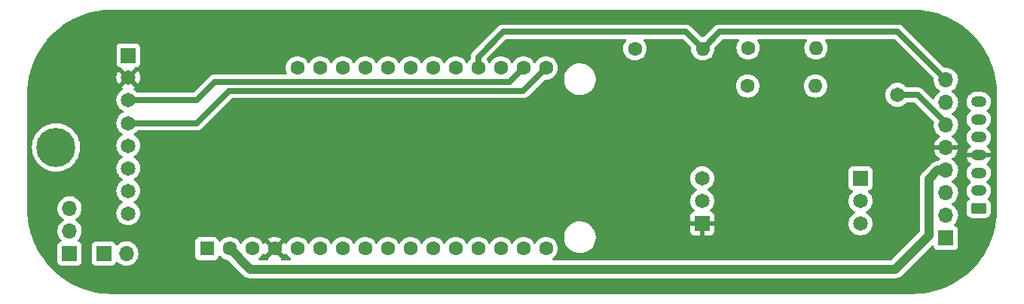
<source format=gbr>
%TF.GenerationSoftware,KiCad,Pcbnew,6.0.0-rc1-unknown-5bf9bd3ebb~144~ubuntu20.04.1*%
%TF.CreationDate,2021-12-20T20:37:32+08:00*%
%TF.ProjectId,kicad-openctd,6b696361-642d-46f7-9065-6e6374642e6b,rev?*%
%TF.SameCoordinates,Original*%
%TF.FileFunction,Copper,L2,Bot*%
%TF.FilePolarity,Positive*%
%FSLAX46Y46*%
G04 Gerber Fmt 4.6, Leading zero omitted, Abs format (unit mm)*
G04 Created by KiCad (PCBNEW 6.0.0-rc1-unknown-5bf9bd3ebb~144~ubuntu20.04.1) date 2021-12-20 20:37:32*
%MOMM*%
%LPD*%
G01*
G04 APERTURE LIST*
G04 Aperture macros list*
%AMRoundRect*
0 Rectangle with rounded corners*
0 $1 Rounding radius*
0 $2 $3 $4 $5 $6 $7 $8 $9 X,Y pos of 4 corners*
0 Add a 4 corners polygon primitive as box body*
4,1,4,$2,$3,$4,$5,$6,$7,$8,$9,$2,$3,0*
0 Add four circle primitives for the rounded corners*
1,1,$1+$1,$2,$3*
1,1,$1+$1,$4,$5*
1,1,$1+$1,$6,$7*
1,1,$1+$1,$8,$9*
0 Add four rect primitives between the rounded corners*
20,1,$1+$1,$2,$3,$4,$5,0*
20,1,$1+$1,$4,$5,$6,$7,0*
20,1,$1+$1,$6,$7,$8,$9,0*
20,1,$1+$1,$8,$9,$2,$3,0*%
G04 Aperture macros list end*
%TA.AperFunction,ComponentPad*%
%ADD10C,1.600000*%
%TD*%
%TA.AperFunction,ComponentPad*%
%ADD11O,1.600000X1.600000*%
%TD*%
%TA.AperFunction,ComponentPad*%
%ADD12R,1.600000X1.600000*%
%TD*%
%TA.AperFunction,ComponentPad*%
%ADD13R,1.651000X1.651000*%
%TD*%
%TA.AperFunction,ComponentPad*%
%ADD14C,1.651000*%
%TD*%
%TA.AperFunction,ComponentPad*%
%ADD15R,1.700000X1.700000*%
%TD*%
%TA.AperFunction,ComponentPad*%
%ADD16O,1.700000X1.700000*%
%TD*%
%TA.AperFunction,ComponentPad*%
%ADD17RoundRect,0.250000X0.625000X-0.350000X0.625000X0.350000X-0.625000X0.350000X-0.625000X-0.350000X0*%
%TD*%
%TA.AperFunction,ComponentPad*%
%ADD18O,1.750000X1.200000*%
%TD*%
%TA.AperFunction,ViaPad*%
%ADD19C,4.400000*%
%TD*%
%TA.AperFunction,ViaPad*%
%ADD20C,1.651000*%
%TD*%
%TA.AperFunction,Conductor*%
%ADD21C,1.016000*%
%TD*%
%TA.AperFunction,Conductor*%
%ADD22C,0.635000*%
%TD*%
G04 APERTURE END LIST*
D10*
%TO.P,R1,1,1*%
%TO.N,+3V3*%
X162794000Y-82900000D03*
D11*
%TO.P,R1,2,2*%
%TO.N,D6*%
X170414000Y-82900000D03*
%TD*%
D12*
%TO.P,U3,1,Rst*%
%TO.N,unconnected-(U3-Pad1)*%
X114700000Y-105385000D03*
D10*
%TO.P,U3,2,3V3*%
%TO.N,+3V3*%
X117240000Y-105385000D03*
%TO.P,U3,3,Aref*%
%TO.N,unconnected-(U3-Pad3)*%
X119780000Y-105385000D03*
%TO.P,U3,4,GND*%
%TO.N,GND*%
X122320000Y-105385000D03*
%TO.P,U3,5,A0*%
%TO.N,unconnected-(U3-Pad5)*%
X124860000Y-105385000D03*
%TO.P,U3,6,A1*%
%TO.N,unconnected-(U3-Pad6)*%
X127400000Y-105385000D03*
%TO.P,U3,7,A2*%
%TO.N,unconnected-(U3-Pad7)*%
X129940000Y-105385000D03*
%TO.P,U3,8,A3*%
%TO.N,unconnected-(U3-Pad8)*%
X132480000Y-105385000D03*
%TO.P,U3,9,A4/D24*%
%TO.N,unconnected-(U3-Pad9)*%
X135020000Y-105385000D03*
%TO.P,U3,10,A5/D25*%
%TO.N,unconnected-(U3-Pad10)*%
X137560000Y-105385000D03*
%TO.P,U3,11,SCK*%
%TO.N,unconnected-(U3-Pad11)*%
X140100000Y-105385000D03*
%TO.P,U3,12,MO*%
%TO.N,unconnected-(U3-Pad12)*%
X142640000Y-105385000D03*
%TO.P,U3,13,MI*%
%TO.N,unconnected-(U3-Pad13)*%
X145180000Y-105385000D03*
%TO.P,U3,14,Rx/D0*%
%TO.N,unconnected-(U3-Pad14)*%
X147720000Y-105385000D03*
%TO.P,U3,15,Tx/D1*%
%TO.N,Tx*%
X150260000Y-105385000D03*
%TO.P,U3,16,NC*%
%TO.N,unconnected-(U3-Pad16)*%
X152800000Y-105385000D03*
%TO.P,U3,17,SDA*%
%TO.N,SDA*%
X152800000Y-85065000D03*
%TO.P,U3,18,SCL*%
%TO.N,SCL*%
X150260000Y-85065000D03*
%TO.P,U3,19,D5*%
%TO.N,unconnected-(U3-Pad19)*%
X147720000Y-85065000D03*
%TO.P,U3,20,D6*%
%TO.N,D6*%
X145180000Y-85065000D03*
%TO.P,U3,21,D9*%
%TO.N,unconnected-(U3-Pad21)*%
X142640000Y-85065000D03*
%TO.P,U3,22,D10*%
%TO.N,unconnected-(U3-Pad22)*%
X140100000Y-85065000D03*
%TO.P,U3,23,D11*%
%TO.N,unconnected-(U3-Pad23)*%
X137560000Y-85065000D03*
%TO.P,U3,24,D12*%
%TO.N,EC_TX*%
X135020000Y-85065000D03*
%TO.P,U3,25,D13*%
%TO.N,EC_RX*%
X132480000Y-85065000D03*
%TO.P,U3,26,USB*%
%TO.N,unconnected-(U3-Pad26)*%
X129940000Y-85065000D03*
%TO.P,U3,27,EN*%
%TO.N,unconnected-(U3-Pad27)*%
X127400000Y-85065000D03*
%TO.P,U3,28,Bat*%
%TO.N,+BATT*%
X124860000Y-85065000D03*
%TD*%
D13*
%TO.P,U2,1,Gnd*%
%TO.N,GND*%
X170355000Y-102559000D03*
D14*
%TO.P,U2,2,Tx/SDA*%
%TO.N,EC_TX*%
X170355000Y-100019000D03*
%TO.P,U2,3,Rx/SCL*%
%TO.N,EC_RX*%
X170355000Y-97479000D03*
D13*
%TO.P,U2,4,PRB*%
%TO.N,PRB0*%
X188135000Y-97479000D03*
D14*
%TO.P,U2,5,PRB*%
%TO.N,PRB1*%
X188135000Y-100019000D03*
%TO.P,U2,6,Vcc*%
%TO.N,+BATT*%
X188135000Y-102559000D03*
%TD*%
D15*
%TO.P,J1,1,Pin_1*%
%TO.N,Net-(J1-Pad1)*%
X103100000Y-105950000D03*
D16*
%TO.P,J1,2,Pin_2*%
%TO.N,Net-(J1-Pad2)*%
X105640000Y-105950000D03*
%TD*%
D15*
%TO.P,J2,1,Pin_1*%
%TO.N,Net-(J1-Pad1)*%
X99270000Y-105950000D03*
D16*
%TO.P,J2,2,Pin_2*%
%TO.N,Net-(J1-Pad2)*%
X99270000Y-103410000D03*
%TO.P,J2,3,Pin_3*%
%TO.N,unconnected-(J2-Pad3)*%
X99270000Y-100870000D03*
%TD*%
D10*
%TO.P,R3,1,1*%
%TO.N,+3V3*%
X175458000Y-87086000D03*
D11*
%TO.P,R3,2,2*%
%TO.N,SDA*%
X183078000Y-87086000D03*
%TD*%
D10*
%TO.P,R2,1,1*%
%TO.N,+3V3*%
X175514000Y-82816000D03*
D11*
%TO.P,R2,2,2*%
%TO.N,SCL*%
X183134000Y-82816000D03*
%TD*%
D13*
%TO.P,U1,1,Vin*%
%TO.N,+3V3*%
X105875000Y-83645000D03*
D14*
%TO.P,U1,2,Gnd*%
%TO.N,GND*%
X105863570Y-86134568D03*
%TO.P,U1,3,SCL*%
%TO.N,SCL*%
X105863570Y-88671711D03*
%TO.P,U1,4,SDA*%
%TO.N,SDA*%
X105863570Y-91265000D03*
%TO.P,U1,5,BAT*%
%TO.N,unconnected-(U1-Pad5)*%
X105863570Y-93805000D03*
%TO.P,U1,6,32K*%
%TO.N,unconnected-(U1-Pad6)*%
X105863570Y-96345000D03*
%TO.P,U1,7,SQW*%
%TO.N,unconnected-(U1-Pad7)*%
X105863570Y-98885000D03*
%TO.P,U1,8,nRST*%
%TO.N,unconnected-(U1-Pad8)*%
X105863570Y-101425000D03*
%TD*%
D17*
%TO.P,J4,1,Pin_1*%
%TO.N,PRB1*%
X201422000Y-100862000D03*
D18*
%TO.P,J4,2,Pin_2*%
%TO.N,PRB0*%
X201422000Y-98862000D03*
%TO.P,J4,3,Pin_3*%
%TO.N,+3V3*%
X201422000Y-96862000D03*
%TO.P,J4,4,Pin_4*%
%TO.N,GND*%
X201422000Y-94862000D03*
%TO.P,J4,5,Pin_5*%
%TO.N,SDA*%
X201422000Y-92862000D03*
%TO.P,J4,6,Pin_6*%
%TO.N,SCL*%
X201422000Y-90862000D03*
%TO.P,J4,7,Pin_7*%
%TO.N,D6*%
X201422000Y-88862000D03*
%TD*%
D15*
%TO.P,J3,1,Pin_1*%
%TO.N,PRB1*%
X197740000Y-104200000D03*
D16*
%TO.P,J3,2,Pin_2*%
%TO.N,PRB0*%
X197740000Y-101660000D03*
%TO.P,J3,3,Pin_3*%
%TO.N,unconnected-(J3-Pad3)*%
X197740000Y-99120000D03*
%TO.P,J3,4,Pin_4*%
%TO.N,+3V3*%
X197740000Y-96580000D03*
%TO.P,J3,5,Pin_5*%
%TO.N,GND*%
X197740000Y-94040000D03*
%TO.P,J3,6,Pin_6*%
%TO.N,SDA*%
X197740000Y-91500000D03*
%TO.P,J3,7,Pin_7*%
%TO.N,SCL*%
X197740000Y-88960000D03*
%TO.P,J3,8,Pin_8*%
%TO.N,D6*%
X197740000Y-86420000D03*
%TD*%
D19*
%TO.N,*%
X97750000Y-94000000D03*
D20*
%TO.N,SDA*%
X192278000Y-88086000D03*
%TD*%
D21*
%TO.N,+3V3*%
X119555000Y-107700000D02*
X192044000Y-107700000D01*
X196814000Y-96580000D02*
X197992000Y-96580000D01*
X195834000Y-103910000D02*
X195834000Y-97560000D01*
X195834000Y-97560000D02*
X196814000Y-96580000D01*
X192044000Y-107700000D02*
X195834000Y-103910000D01*
X117240000Y-105385000D02*
X119555000Y-107700000D01*
D22*
%TO.N,D6*%
X172314000Y-81000000D02*
X192320000Y-81000000D01*
X168514000Y-81000000D02*
X170414000Y-82900000D01*
X170414000Y-82900000D02*
X172314000Y-81000000D01*
X192320000Y-81000000D02*
X197740000Y-86420000D01*
X147995000Y-81000000D02*
X145180000Y-83815000D01*
X145180000Y-83815000D02*
X145180000Y-85065000D01*
X147995000Y-81000000D02*
X168514000Y-81000000D01*
%TO.N,SCL*%
X148707000Y-86618000D02*
X150260000Y-85065000D01*
X115597281Y-86618000D02*
X148707000Y-86618000D01*
X105863570Y-88671711D02*
X113543570Y-88671711D01*
X113543570Y-88671711D02*
X115597281Y-86618000D01*
%TO.N,SDA*%
X105863570Y-91265000D02*
X113543570Y-91265000D01*
X117174570Y-87634000D02*
X150231000Y-87634000D01*
X113543570Y-91265000D02*
X117174570Y-87634000D01*
X194578000Y-88086000D02*
X197992000Y-91500000D01*
X150231000Y-87634000D02*
X152800000Y-85065000D01*
X192278000Y-88086000D02*
X194578000Y-88086000D01*
%TD*%
%TA.AperFunction,Conductor*%
%TO.N,GND*%
G36*
X193970057Y-78509500D02*
G01*
X193984858Y-78511805D01*
X193984861Y-78511805D01*
X193993730Y-78513186D01*
X194002632Y-78512022D01*
X194002634Y-78512022D01*
X194011974Y-78510800D01*
X194016810Y-78510168D01*
X194037103Y-78509166D01*
X194121046Y-78511804D01*
X194592050Y-78526606D01*
X194599950Y-78527103D01*
X194935627Y-78558834D01*
X195185729Y-78582475D01*
X195193564Y-78583465D01*
X195774718Y-78675510D01*
X195782486Y-78676993D01*
X196356707Y-78805347D01*
X196364374Y-78807315D01*
X196634915Y-78885914D01*
X196929399Y-78971470D01*
X196936902Y-78973908D01*
X197490528Y-79173225D01*
X197497856Y-79176127D01*
X198037876Y-79409814D01*
X198045008Y-79413170D01*
X198481378Y-79635512D01*
X198569277Y-79680299D01*
X198576213Y-79684112D01*
X199082669Y-79983629D01*
X199089352Y-79987871D01*
X199575985Y-80318586D01*
X199582376Y-80323228D01*
X200047315Y-80683872D01*
X200053394Y-80688902D01*
X200494756Y-81078015D01*
X200500526Y-81083434D01*
X200916566Y-81499474D01*
X200921985Y-81505244D01*
X201311098Y-81946606D01*
X201316128Y-81952685D01*
X201676772Y-82417624D01*
X201681414Y-82424015D01*
X202012129Y-82910648D01*
X202016371Y-82917331D01*
X202315888Y-83423787D01*
X202319701Y-83430723D01*
X202586830Y-83954992D01*
X202590186Y-83962124D01*
X202823873Y-84502144D01*
X202826775Y-84509472D01*
X203026019Y-85062894D01*
X203026088Y-85063085D01*
X203028530Y-85070601D01*
X203059337Y-85176638D01*
X203192685Y-85635626D01*
X203194653Y-85643293D01*
X203323007Y-86217514D01*
X203324490Y-86225282D01*
X203410329Y-86767248D01*
X203416534Y-86806427D01*
X203417525Y-86814271D01*
X203427896Y-86923983D01*
X203472897Y-87400050D01*
X203473394Y-87407950D01*
X203490596Y-87955332D01*
X203489158Y-87978673D01*
X203486814Y-87993730D01*
X203487978Y-88002632D01*
X203487978Y-88002635D01*
X203490936Y-88025251D01*
X203492000Y-88041589D01*
X203492000Y-100950672D01*
X203490500Y-100970056D01*
X203486814Y-100993730D01*
X203487978Y-101002632D01*
X203487978Y-101002634D01*
X203489832Y-101016808D01*
X203490834Y-101037104D01*
X203473394Y-101592050D01*
X203472897Y-101599950D01*
X203446643Y-101877688D01*
X203420818Y-102150897D01*
X203417526Y-102185720D01*
X203416535Y-102193564D01*
X203324491Y-102774711D01*
X203323007Y-102782486D01*
X203194653Y-103356707D01*
X203192685Y-103364374D01*
X203127726Y-103587966D01*
X203032292Y-103916453D01*
X203028534Y-103929387D01*
X203026092Y-103936902D01*
X202826775Y-104490528D01*
X202823873Y-104497856D01*
X202590186Y-105037876D01*
X202586830Y-105045008D01*
X202402854Y-105406081D01*
X202319701Y-105569277D01*
X202315888Y-105576213D01*
X202016371Y-106082669D01*
X202012129Y-106089352D01*
X201681414Y-106575985D01*
X201676772Y-106582376D01*
X201316128Y-107047315D01*
X201311098Y-107053394D01*
X200921985Y-107494756D01*
X200916566Y-107500526D01*
X200500526Y-107916566D01*
X200494756Y-107921985D01*
X200053394Y-108311098D01*
X200047315Y-108316128D01*
X199582376Y-108676772D01*
X199575985Y-108681414D01*
X199089352Y-109012129D01*
X199082669Y-109016371D01*
X198576213Y-109315888D01*
X198569277Y-109319701D01*
X198045008Y-109586830D01*
X198037876Y-109590186D01*
X197497856Y-109823873D01*
X197490528Y-109826775D01*
X196936902Y-110026092D01*
X196929399Y-110028530D01*
X196634915Y-110114086D01*
X196364374Y-110192685D01*
X196356707Y-110194653D01*
X195782486Y-110323007D01*
X195774718Y-110324490D01*
X195193564Y-110416535D01*
X195185729Y-110417525D01*
X194935627Y-110441166D01*
X194599950Y-110472897D01*
X194592050Y-110473394D01*
X194044668Y-110490596D01*
X194021327Y-110489158D01*
X194017589Y-110488576D01*
X194006270Y-110486814D01*
X193997368Y-110487978D01*
X193997365Y-110487978D01*
X193974749Y-110490936D01*
X193958411Y-110492000D01*
X104049328Y-110492000D01*
X104029943Y-110490500D01*
X104015142Y-110488195D01*
X104015139Y-110488195D01*
X104006270Y-110486814D01*
X103997368Y-110487978D01*
X103997366Y-110487978D01*
X103988345Y-110489158D01*
X103983190Y-110489832D01*
X103962897Y-110490834D01*
X103872017Y-110487978D01*
X103407950Y-110473394D01*
X103400050Y-110472897D01*
X103064373Y-110441166D01*
X102814271Y-110417525D01*
X102806436Y-110416535D01*
X102225282Y-110324490D01*
X102217514Y-110323007D01*
X101643293Y-110194653D01*
X101635626Y-110192685D01*
X101365085Y-110114086D01*
X101070601Y-110028530D01*
X101063098Y-110026092D01*
X100509472Y-109826775D01*
X100502144Y-109823873D01*
X99962124Y-109590186D01*
X99954992Y-109586830D01*
X99430723Y-109319701D01*
X99423787Y-109315888D01*
X98917331Y-109016371D01*
X98910648Y-109012129D01*
X98424015Y-108681414D01*
X98417624Y-108676772D01*
X97952685Y-108316128D01*
X97946606Y-108311098D01*
X97505244Y-107921985D01*
X97499474Y-107916566D01*
X97083434Y-107500526D01*
X97078015Y-107494756D01*
X96688902Y-107053394D01*
X96683872Y-107047315D01*
X96323228Y-106582376D01*
X96318586Y-106575985D01*
X95987871Y-106089352D01*
X95983629Y-106082669D01*
X95684112Y-105576213D01*
X95680299Y-105569277D01*
X95597146Y-105406081D01*
X95413170Y-105045008D01*
X95409814Y-105037876D01*
X95176127Y-104497856D01*
X95173225Y-104490528D01*
X94973908Y-103936902D01*
X94971466Y-103929387D01*
X94967709Y-103916453D01*
X94872274Y-103587966D01*
X94810895Y-103376695D01*
X97907251Y-103376695D01*
X97907548Y-103381848D01*
X97907548Y-103381851D01*
X97914067Y-103494903D01*
X97920110Y-103599715D01*
X97921247Y-103604761D01*
X97921248Y-103604767D01*
X97941119Y-103692939D01*
X97969222Y-103817639D01*
X98053266Y-104024616D01*
X98085287Y-104076869D01*
X98129957Y-104149764D01*
X98169987Y-104215088D01*
X98316250Y-104383938D01*
X98320230Y-104387242D01*
X98324981Y-104391187D01*
X98364616Y-104450090D01*
X98366113Y-104521071D01*
X98328997Y-104581593D01*
X98288725Y-104606112D01*
X98221907Y-104631161D01*
X98173295Y-104649385D01*
X98056739Y-104736739D01*
X97969385Y-104853295D01*
X97918255Y-104989684D01*
X97911500Y-105051866D01*
X97911500Y-106848134D01*
X97918255Y-106910316D01*
X97969385Y-107046705D01*
X98056739Y-107163261D01*
X98173295Y-107250615D01*
X98309684Y-107301745D01*
X98371866Y-107308500D01*
X100168134Y-107308500D01*
X100230316Y-107301745D01*
X100366705Y-107250615D01*
X100483261Y-107163261D01*
X100570615Y-107046705D01*
X100621745Y-106910316D01*
X100628500Y-106848134D01*
X101741500Y-106848134D01*
X101748255Y-106910316D01*
X101799385Y-107046705D01*
X101886739Y-107163261D01*
X102003295Y-107250615D01*
X102139684Y-107301745D01*
X102201866Y-107308500D01*
X103998134Y-107308500D01*
X104060316Y-107301745D01*
X104196705Y-107250615D01*
X104313261Y-107163261D01*
X104400615Y-107046705D01*
X104428640Y-106971949D01*
X104444598Y-106929382D01*
X104487240Y-106872618D01*
X104553802Y-106847918D01*
X104623150Y-106863126D01*
X104657817Y-106891114D01*
X104686250Y-106923938D01*
X104858126Y-107066632D01*
X105051000Y-107179338D01*
X105259692Y-107259030D01*
X105264760Y-107260061D01*
X105264763Y-107260062D01*
X105372017Y-107281883D01*
X105478597Y-107303567D01*
X105483772Y-107303757D01*
X105483774Y-107303757D01*
X105696673Y-107311564D01*
X105696677Y-107311564D01*
X105701837Y-107311753D01*
X105706957Y-107311097D01*
X105706959Y-107311097D01*
X105918288Y-107284025D01*
X105918289Y-107284025D01*
X105923416Y-107283368D01*
X105928366Y-107281883D01*
X106132429Y-107220661D01*
X106132434Y-107220659D01*
X106137384Y-107219174D01*
X106337994Y-107120896D01*
X106519860Y-106991173D01*
X106678096Y-106833489D01*
X106808453Y-106652077D01*
X106811163Y-106646595D01*
X106905136Y-106456453D01*
X106905137Y-106456451D01*
X106907430Y-106451811D01*
X106972370Y-106238069D01*
X106973020Y-106233134D01*
X113391500Y-106233134D01*
X113398255Y-106295316D01*
X113449385Y-106431705D01*
X113536739Y-106548261D01*
X113653295Y-106635615D01*
X113789684Y-106686745D01*
X113851866Y-106693500D01*
X115548134Y-106693500D01*
X115610316Y-106686745D01*
X115746705Y-106635615D01*
X115863261Y-106548261D01*
X115950615Y-106431705D01*
X116001745Y-106295316D01*
X116002917Y-106284526D01*
X116003803Y-106282394D01*
X116004425Y-106279778D01*
X116004848Y-106279879D01*
X116030155Y-106218965D01*
X116088517Y-106178537D01*
X116159471Y-106176078D01*
X116220490Y-106212371D01*
X116227489Y-106221031D01*
X116230643Y-106224789D01*
X116233802Y-106229300D01*
X116395700Y-106391198D01*
X116400208Y-106394355D01*
X116400211Y-106394357D01*
X116463812Y-106438891D01*
X116583251Y-106522523D01*
X116588233Y-106524846D01*
X116588238Y-106524849D01*
X116770508Y-106609842D01*
X116790757Y-106619284D01*
X116796065Y-106620706D01*
X116796067Y-106620707D01*
X116863468Y-106638767D01*
X117011913Y-106678543D01*
X117041728Y-106681152D01*
X117058373Y-106682608D01*
X117124491Y-106708471D01*
X117136485Y-106719033D01*
X118792185Y-108374733D01*
X118801286Y-108384875D01*
X118825225Y-108414649D01*
X118864002Y-108447187D01*
X118867629Y-108450351D01*
X118869498Y-108452046D01*
X118871692Y-108454240D01*
X118905258Y-108481812D01*
X118906055Y-108482474D01*
X118977933Y-108542786D01*
X118982639Y-108545373D01*
X118986789Y-108548782D01*
X118992218Y-108551693D01*
X118992221Y-108551695D01*
X119069394Y-108593075D01*
X119070552Y-108593704D01*
X119147214Y-108635849D01*
X119147218Y-108635851D01*
X119152621Y-108638821D01*
X119157739Y-108640444D01*
X119162473Y-108642983D01*
X119252023Y-108670361D01*
X119253227Y-108670736D01*
X119342635Y-108699098D01*
X119347978Y-108699697D01*
X119353109Y-108701266D01*
X119359234Y-108701888D01*
X119359238Y-108701889D01*
X119401440Y-108706175D01*
X119446341Y-108710736D01*
X119447461Y-108710856D01*
X119497784Y-108716500D01*
X119501290Y-108716500D01*
X119502416Y-108716563D01*
X119508112Y-108717011D01*
X119545305Y-108720789D01*
X119545311Y-108720789D01*
X119551434Y-108721411D01*
X119597476Y-108717059D01*
X119609333Y-108716500D01*
X191981724Y-108716500D01*
X191995332Y-108717237D01*
X192027179Y-108720697D01*
X192027183Y-108720697D01*
X192033304Y-108721362D01*
X192070172Y-108718137D01*
X192083690Y-108716954D01*
X192088518Y-108716625D01*
X192091073Y-108716500D01*
X192094157Y-108716500D01*
X192109531Y-108714992D01*
X192137219Y-108712278D01*
X192138532Y-108712156D01*
X192178629Y-108708648D01*
X192231892Y-108703988D01*
X192237052Y-108702489D01*
X192242394Y-108701965D01*
X192332096Y-108674883D01*
X192333236Y-108674545D01*
X192423322Y-108648372D01*
X192428090Y-108645900D01*
X192433232Y-108644348D01*
X192438677Y-108641453D01*
X192438684Y-108641450D01*
X192515950Y-108600367D01*
X192517054Y-108599787D01*
X192600304Y-108556634D01*
X192604503Y-108553282D01*
X192609244Y-108550761D01*
X192623880Y-108538824D01*
X192681829Y-108491562D01*
X192682855Y-108490734D01*
X192719564Y-108461429D01*
X192719565Y-108461428D01*
X192722316Y-108459232D01*
X192724811Y-108456737D01*
X192725605Y-108456027D01*
X192729960Y-108452307D01*
X192758951Y-108428663D01*
X192758954Y-108428660D01*
X192763726Y-108424768D01*
X192793211Y-108389127D01*
X192801200Y-108380348D01*
X196166719Y-105014829D01*
X196229031Y-104980803D01*
X196299846Y-104985868D01*
X196356682Y-105028415D01*
X196381500Y-105096759D01*
X196381500Y-105098134D01*
X196388255Y-105160316D01*
X196439385Y-105296705D01*
X196526739Y-105413261D01*
X196643295Y-105500615D01*
X196779684Y-105551745D01*
X196841866Y-105558500D01*
X198638134Y-105558500D01*
X198700316Y-105551745D01*
X198836705Y-105500615D01*
X198953261Y-105413261D01*
X199040615Y-105296705D01*
X199091745Y-105160316D01*
X199098500Y-105098134D01*
X199098500Y-103301866D01*
X199091745Y-103239684D01*
X199040615Y-103103295D01*
X198953261Y-102986739D01*
X198836705Y-102899385D01*
X198824132Y-102894672D01*
X198718203Y-102854960D01*
X198661439Y-102812318D01*
X198636739Y-102745756D01*
X198651947Y-102676408D01*
X198673493Y-102647727D01*
X198778096Y-102543489D01*
X198842425Y-102453966D01*
X198905435Y-102366277D01*
X198908453Y-102362077D01*
X198921009Y-102336673D01*
X199005136Y-102166453D01*
X199005137Y-102166451D01*
X199007430Y-102161811D01*
X199072370Y-101948069D01*
X199101529Y-101726590D01*
X199102618Y-101682010D01*
X199103074Y-101663365D01*
X199103074Y-101663361D01*
X199103156Y-101660000D01*
X199084852Y-101437361D01*
X199030431Y-101220702D01*
X198941354Y-101015840D01*
X198844836Y-100866646D01*
X198822822Y-100832617D01*
X198822820Y-100832614D01*
X198820014Y-100828277D01*
X198669670Y-100663051D01*
X198665619Y-100659852D01*
X198665615Y-100659848D01*
X198498414Y-100527800D01*
X198498410Y-100527798D01*
X198494359Y-100524598D01*
X198453053Y-100501796D01*
X198403084Y-100451364D01*
X198388312Y-100381921D01*
X198413428Y-100315516D01*
X198440780Y-100288909D01*
X198522540Y-100230590D01*
X198619860Y-100161173D01*
X198637757Y-100143339D01*
X198704217Y-100077110D01*
X198778096Y-100003489D01*
X198842425Y-99913966D01*
X198905435Y-99826277D01*
X198908453Y-99822077D01*
X198921735Y-99795204D01*
X199005136Y-99626453D01*
X199005137Y-99626451D01*
X199007430Y-99621811D01*
X199072370Y-99408069D01*
X199101529Y-99186590D01*
X199103156Y-99120000D01*
X199084852Y-98897361D01*
X199062307Y-98807604D01*
X200034787Y-98807604D01*
X200044567Y-99018899D01*
X200045971Y-99024724D01*
X200045971Y-99024725D01*
X200084981Y-99186590D01*
X200094125Y-99224534D01*
X200096607Y-99229992D01*
X200096608Y-99229996D01*
X200140053Y-99325546D01*
X200181674Y-99417087D01*
X200271113Y-99543173D01*
X200282381Y-99559057D01*
X200304054Y-99589611D01*
X200308381Y-99593753D01*
X200308386Y-99593759D01*
X200399317Y-99680806D01*
X200434694Y-99742361D01*
X200431175Y-99813270D01*
X200389879Y-99871021D01*
X200378496Y-99878965D01*
X200322652Y-99913522D01*
X200197695Y-100038697D01*
X200193855Y-100044927D01*
X200193854Y-100044928D01*
X200118817Y-100166661D01*
X200104885Y-100189262D01*
X200049203Y-100357139D01*
X200038500Y-100461600D01*
X200038500Y-101262400D01*
X200038837Y-101265646D01*
X200038837Y-101265650D01*
X200040578Y-101282425D01*
X200049474Y-101368166D01*
X200105450Y-101535946D01*
X200198522Y-101686348D01*
X200323697Y-101811305D01*
X200329927Y-101815145D01*
X200329928Y-101815146D01*
X200467090Y-101899694D01*
X200474262Y-101904115D01*
X200504580Y-101914171D01*
X200635611Y-101957632D01*
X200635613Y-101957632D01*
X200642139Y-101959797D01*
X200648975Y-101960497D01*
X200648978Y-101960498D01*
X200692031Y-101964909D01*
X200746600Y-101970500D01*
X202097400Y-101970500D01*
X202100646Y-101970163D01*
X202100650Y-101970163D01*
X202196308Y-101960238D01*
X202196312Y-101960237D01*
X202203166Y-101959526D01*
X202209702Y-101957345D01*
X202209704Y-101957345D01*
X202348097Y-101911173D01*
X202370946Y-101903550D01*
X202521348Y-101810478D01*
X202646305Y-101685303D01*
X202650146Y-101679072D01*
X202735275Y-101540968D01*
X202735276Y-101540966D01*
X202739115Y-101534738D01*
X202777329Y-101419525D01*
X202792632Y-101373389D01*
X202792632Y-101373387D01*
X202794797Y-101366861D01*
X202797780Y-101337752D01*
X202801580Y-101300661D01*
X202805500Y-101262400D01*
X202805500Y-100461600D01*
X202802294Y-100430702D01*
X202795238Y-100362692D01*
X202795237Y-100362688D01*
X202794526Y-100355834D01*
X202738550Y-100188054D01*
X202645478Y-100037652D01*
X202619920Y-100012138D01*
X202525483Y-99917866D01*
X202520303Y-99912695D01*
X202468764Y-99880925D01*
X202421271Y-99828154D01*
X202409847Y-99758082D01*
X202438121Y-99692958D01*
X202457045Y-99674582D01*
X202464920Y-99668396D01*
X202468852Y-99663865D01*
X202468855Y-99663862D01*
X202599621Y-99513167D01*
X202603552Y-99508637D01*
X202606552Y-99503451D01*
X202606555Y-99503447D01*
X202706467Y-99330742D01*
X202709473Y-99325546D01*
X202778861Y-99125729D01*
X202809213Y-98916396D01*
X202799433Y-98705101D01*
X202760318Y-98542797D01*
X202751281Y-98505299D01*
X202751280Y-98505297D01*
X202749875Y-98499466D01*
X202716928Y-98427002D01*
X202683114Y-98352634D01*
X202662326Y-98306913D01*
X202539946Y-98134389D01*
X202387150Y-97988119D01*
X202381255Y-97984312D01*
X202354837Y-97967254D01*
X202308460Y-97913499D01*
X202298507Y-97843203D01*
X202328139Y-97778686D01*
X202345353Y-97762317D01*
X202352446Y-97756746D01*
X202464920Y-97668396D01*
X202468852Y-97663865D01*
X202468855Y-97663862D01*
X202599621Y-97513167D01*
X202603552Y-97508637D01*
X202606552Y-97503451D01*
X202606555Y-97503447D01*
X202706467Y-97330742D01*
X202709473Y-97325546D01*
X202778861Y-97125729D01*
X202798260Y-96991937D01*
X202808352Y-96922336D01*
X202808352Y-96922333D01*
X202809213Y-96916396D01*
X202799433Y-96705101D01*
X202758628Y-96535785D01*
X202751281Y-96505299D01*
X202751280Y-96505297D01*
X202749875Y-96499466D01*
X202706525Y-96404122D01*
X202682981Y-96352342D01*
X202662326Y-96306913D01*
X202539946Y-96134389D01*
X202387150Y-95988119D01*
X202382119Y-95984870D01*
X202382112Y-95984865D01*
X202354393Y-95966967D01*
X202308016Y-95913211D01*
X202298063Y-95842915D01*
X202327696Y-95778398D01*
X202344909Y-95762030D01*
X202459857Y-95671738D01*
X202468506Y-95663501D01*
X202599212Y-95512877D01*
X202606147Y-95503153D01*
X202706010Y-95330533D01*
X202710984Y-95319669D01*
X202776407Y-95131273D01*
X202776648Y-95130284D01*
X202775180Y-95119992D01*
X202761615Y-95116000D01*
X200086598Y-95116000D01*
X200073067Y-95119973D01*
X200071712Y-95129399D01*
X200093194Y-95218537D01*
X200097083Y-95229832D01*
X200179629Y-95411382D01*
X200185576Y-95421724D01*
X200300968Y-95584397D01*
X200308761Y-95593425D01*
X200452831Y-95731342D01*
X200462200Y-95738741D01*
X200489577Y-95756418D01*
X200535955Y-95810172D01*
X200545909Y-95880468D01*
X200516278Y-95944985D01*
X200499063Y-95961356D01*
X200379080Y-96055604D01*
X200375148Y-96060135D01*
X200375145Y-96060138D01*
X200301506Y-96145000D01*
X200240448Y-96215363D01*
X200237448Y-96220549D01*
X200237445Y-96220553D01*
X200158300Y-96357361D01*
X200134527Y-96398454D01*
X200065139Y-96598271D01*
X200064278Y-96604206D01*
X200064278Y-96604208D01*
X200036225Y-96797688D01*
X200034787Y-96807604D01*
X200044567Y-97018899D01*
X200045971Y-97024724D01*
X200045971Y-97024725D01*
X200080374Y-97167474D01*
X200094125Y-97224534D01*
X200096607Y-97229992D01*
X200096608Y-97229996D01*
X200140053Y-97325546D01*
X200181674Y-97417087D01*
X200304054Y-97589611D01*
X200456850Y-97735881D01*
X200461888Y-97739134D01*
X200489163Y-97756746D01*
X200535540Y-97810501D01*
X200545493Y-97880797D01*
X200515861Y-97945314D01*
X200498649Y-97961681D01*
X200379080Y-98055604D01*
X200375148Y-98060135D01*
X200375145Y-98060138D01*
X200298427Y-98148548D01*
X200240448Y-98215363D01*
X200237448Y-98220549D01*
X200237445Y-98220553D01*
X200159069Y-98356031D01*
X200134527Y-98398454D01*
X200065139Y-98598271D01*
X200064278Y-98604206D01*
X200064278Y-98604208D01*
X200041941Y-98758267D01*
X200034787Y-98807604D01*
X199062307Y-98807604D01*
X199030431Y-98680702D01*
X198941354Y-98475840D01*
X198863846Y-98356031D01*
X198822822Y-98292617D01*
X198822820Y-98292614D01*
X198820014Y-98288277D01*
X198669670Y-98123051D01*
X198665619Y-98119852D01*
X198665615Y-98119848D01*
X198498414Y-97987800D01*
X198498410Y-97987798D01*
X198494359Y-97984598D01*
X198453053Y-97961796D01*
X198403084Y-97911364D01*
X198388312Y-97841921D01*
X198413428Y-97775516D01*
X198440780Y-97748909D01*
X198519316Y-97692890D01*
X198619860Y-97621173D01*
X198637757Y-97603339D01*
X198734034Y-97507397D01*
X198778096Y-97463489D01*
X198807928Y-97421974D01*
X198905435Y-97286277D01*
X198908453Y-97282077D01*
X198936893Y-97224534D01*
X199005136Y-97086453D01*
X199005137Y-97086451D01*
X199007430Y-97081811D01*
X199072370Y-96868069D01*
X199101529Y-96646590D01*
X199101611Y-96643240D01*
X199103074Y-96583365D01*
X199103074Y-96583361D01*
X199103156Y-96580000D01*
X199084852Y-96357361D01*
X199030431Y-96140702D01*
X198941354Y-95935840D01*
X198846285Y-95788885D01*
X198822822Y-95752617D01*
X198822820Y-95752614D01*
X198820014Y-95748277D01*
X198669670Y-95583051D01*
X198665619Y-95579852D01*
X198665615Y-95579848D01*
X198498414Y-95447800D01*
X198498410Y-95447798D01*
X198494359Y-95444598D01*
X198452569Y-95421529D01*
X198402598Y-95371097D01*
X198387826Y-95301654D01*
X198412942Y-95235248D01*
X198440294Y-95208641D01*
X198615328Y-95083792D01*
X198623200Y-95077139D01*
X198774052Y-94926812D01*
X198780730Y-94918965D01*
X198905003Y-94746020D01*
X198910313Y-94737183D01*
X199004670Y-94546267D01*
X199008469Y-94536672D01*
X199070377Y-94332910D01*
X199072555Y-94322837D01*
X199073986Y-94311962D01*
X199071775Y-94297778D01*
X199058617Y-94294000D01*
X196423225Y-94294000D01*
X196409694Y-94297973D01*
X196408257Y-94307966D01*
X196438565Y-94442446D01*
X196441645Y-94452275D01*
X196521770Y-94649603D01*
X196526413Y-94658794D01*
X196637694Y-94840388D01*
X196643777Y-94848699D01*
X196783213Y-95009667D01*
X196790580Y-95016883D01*
X196954434Y-95152916D01*
X196962881Y-95158831D01*
X197031969Y-95199203D01*
X197080693Y-95250842D01*
X197093764Y-95320625D01*
X197067033Y-95386396D01*
X197026584Y-95419752D01*
X197013607Y-95426507D01*
X197009474Y-95429610D01*
X197009471Y-95429612D01*
X196868127Y-95535736D01*
X196803459Y-95560496D01*
X196774315Y-95563046D01*
X196769507Y-95563374D01*
X196766931Y-95563500D01*
X196763843Y-95563500D01*
X196744931Y-95565354D01*
X196720665Y-95567733D01*
X196719354Y-95567854D01*
X196632245Y-95575476D01*
X196626108Y-95576013D01*
X196620953Y-95577511D01*
X196615606Y-95578035D01*
X196525771Y-95605158D01*
X196524615Y-95605500D01*
X196440596Y-95629909D01*
X196440590Y-95629911D01*
X196434678Y-95631629D01*
X196429914Y-95634098D01*
X196424768Y-95635652D01*
X196419328Y-95638545D01*
X196419322Y-95638547D01*
X196341976Y-95679673D01*
X196340806Y-95680287D01*
X196263166Y-95720531D01*
X196263161Y-95720534D01*
X196257696Y-95723367D01*
X196253500Y-95726716D01*
X196248756Y-95729239D01*
X196243986Y-95733129D01*
X196243985Y-95733130D01*
X196176095Y-95788500D01*
X196175068Y-95789328D01*
X196135684Y-95820768D01*
X196133191Y-95823261D01*
X196132389Y-95823978D01*
X196128043Y-95827690D01*
X196109376Y-95842915D01*
X196094274Y-95855232D01*
X196090346Y-95859980D01*
X196090345Y-95859981D01*
X196064789Y-95890873D01*
X196056800Y-95899652D01*
X195159267Y-96797185D01*
X195149125Y-96806286D01*
X195119351Y-96830225D01*
X195086813Y-96869002D01*
X195083649Y-96872629D01*
X195081954Y-96874498D01*
X195079760Y-96876692D01*
X195052188Y-96910258D01*
X195051526Y-96911055D01*
X194991214Y-96982933D01*
X194988627Y-96987639D01*
X194985218Y-96991789D01*
X194982310Y-96997213D01*
X194982303Y-96997223D01*
X194940939Y-97074368D01*
X194940310Y-97075528D01*
X194895179Y-97157621D01*
X194893555Y-97162741D01*
X194891017Y-97167474D01*
X194880693Y-97201243D01*
X194863648Y-97256993D01*
X194863256Y-97258252D01*
X194836765Y-97341761D01*
X194834902Y-97347635D01*
X194834303Y-97352973D01*
X194832733Y-97358109D01*
X194832110Y-97364240D01*
X194832110Y-97364241D01*
X194823263Y-97451343D01*
X194823134Y-97452551D01*
X194817500Y-97502784D01*
X194817500Y-97506289D01*
X194817438Y-97507397D01*
X194816990Y-97513092D01*
X194813210Y-97550305D01*
X194813210Y-97550312D01*
X194812588Y-97556435D01*
X194813168Y-97562566D01*
X194816941Y-97602485D01*
X194817500Y-97614343D01*
X194817500Y-103436761D01*
X194797498Y-103504882D01*
X194780595Y-103525856D01*
X191659857Y-106646595D01*
X191597545Y-106680621D01*
X191570762Y-106683500D01*
X153626471Y-106683500D01*
X153558350Y-106663498D01*
X153511857Y-106609842D01*
X153501753Y-106539568D01*
X153531247Y-106474988D01*
X153554200Y-106454287D01*
X153639789Y-106394357D01*
X153639792Y-106394355D01*
X153644300Y-106391198D01*
X153806198Y-106229300D01*
X153937523Y-106041749D01*
X153939846Y-106036767D01*
X153939849Y-106036762D01*
X154031961Y-105839225D01*
X154031961Y-105839224D01*
X154034284Y-105834243D01*
X154054976Y-105757022D01*
X154092119Y-105618402D01*
X154092119Y-105618400D01*
X154093543Y-105613087D01*
X154113498Y-105385000D01*
X154093543Y-105156913D01*
X154092119Y-105151598D01*
X154035707Y-104941067D01*
X154035706Y-104941065D01*
X154034284Y-104935757D01*
X154030448Y-104927530D01*
X153939849Y-104733238D01*
X153939846Y-104733233D01*
X153937523Y-104728251D01*
X153852000Y-104606112D01*
X153809357Y-104545211D01*
X153809355Y-104545208D01*
X153806198Y-104540700D01*
X153644300Y-104378802D01*
X153639792Y-104375645D01*
X153639789Y-104375643D01*
X153528886Y-104297988D01*
X153456749Y-104247477D01*
X153451767Y-104245154D01*
X153451762Y-104245151D01*
X153406144Y-104223879D01*
X154829840Y-104223879D01*
X154865486Y-104485808D01*
X154866795Y-104490298D01*
X154866796Y-104490304D01*
X154882800Y-104545211D01*
X154939457Y-104739590D01*
X154941415Y-104743837D01*
X154941416Y-104743840D01*
X154952304Y-104767457D01*
X155050127Y-104979652D01*
X155056704Y-104989684D01*
X155192499Y-105196805D01*
X155192503Y-105196810D01*
X155195065Y-105200718D01*
X155257948Y-105271172D01*
X155358533Y-105383868D01*
X155371086Y-105397933D01*
X155574324Y-105566964D01*
X155800314Y-105704099D01*
X155804622Y-105705905D01*
X155804623Y-105705906D01*
X156039776Y-105804514D01*
X156039781Y-105804516D01*
X156044091Y-105806323D01*
X156048623Y-105807474D01*
X156048626Y-105807475D01*
X156104197Y-105821588D01*
X156300301Y-105871392D01*
X156519856Y-105893500D01*
X156677108Y-105893500D01*
X156679433Y-105893327D01*
X156679439Y-105893327D01*
X156868964Y-105879243D01*
X156868968Y-105879242D01*
X156873616Y-105878897D01*
X157131441Y-105820557D01*
X157135795Y-105818864D01*
X157373458Y-105726442D01*
X157373460Y-105726441D01*
X157377811Y-105724749D01*
X157382023Y-105722342D01*
X157582767Y-105607607D01*
X157607313Y-105593578D01*
X157814906Y-105429925D01*
X157996030Y-105237385D01*
X158044362Y-105167715D01*
X158144042Y-105024026D01*
X158144045Y-105024021D01*
X158146704Y-105020188D01*
X158163629Y-104985868D01*
X158261555Y-104787294D01*
X158261556Y-104787291D01*
X158263620Y-104783106D01*
X158344209Y-104531347D01*
X158382352Y-104297137D01*
X158385949Y-104275053D01*
X158385949Y-104275052D01*
X158386700Y-104270441D01*
X158389150Y-104083255D01*
X158390099Y-104010798D01*
X158390099Y-104010795D01*
X158390160Y-104006121D01*
X158354514Y-103744192D01*
X158342515Y-103703023D01*
X158313875Y-103604767D01*
X158280543Y-103490410D01*
X158255811Y-103436761D01*
X158252311Y-103429169D01*
X169021501Y-103429169D01*
X169021871Y-103435990D01*
X169027395Y-103486852D01*
X169031021Y-103502104D01*
X169076176Y-103622554D01*
X169084714Y-103638149D01*
X169161215Y-103740224D01*
X169173776Y-103752785D01*
X169275851Y-103829286D01*
X169291446Y-103837824D01*
X169411894Y-103882978D01*
X169427149Y-103886605D01*
X169478014Y-103892131D01*
X169484828Y-103892500D01*
X170082885Y-103892500D01*
X170098124Y-103888025D01*
X170099329Y-103886635D01*
X170101000Y-103878952D01*
X170101000Y-103874384D01*
X170609000Y-103874384D01*
X170613475Y-103889623D01*
X170614865Y-103890828D01*
X170622548Y-103892499D01*
X171225169Y-103892499D01*
X171231990Y-103892129D01*
X171282852Y-103886605D01*
X171298104Y-103882979D01*
X171418554Y-103837824D01*
X171434149Y-103829286D01*
X171536224Y-103752785D01*
X171548785Y-103740224D01*
X171625286Y-103638149D01*
X171633824Y-103622554D01*
X171678978Y-103502106D01*
X171682605Y-103486851D01*
X171688131Y-103435986D01*
X171688500Y-103429172D01*
X171688500Y-102831115D01*
X171684025Y-102815876D01*
X171682635Y-102814671D01*
X171674952Y-102813000D01*
X170627115Y-102813000D01*
X170611876Y-102817475D01*
X170610671Y-102818865D01*
X170609000Y-102826548D01*
X170609000Y-103874384D01*
X170101000Y-103874384D01*
X170101000Y-102831115D01*
X170096525Y-102815876D01*
X170095135Y-102814671D01*
X170087452Y-102813000D01*
X169039616Y-102813000D01*
X169024377Y-102817475D01*
X169023172Y-102818865D01*
X169021501Y-102826548D01*
X169021501Y-103429169D01*
X158252311Y-103429169D01*
X158171830Y-103254594D01*
X158169873Y-103250348D01*
X158107078Y-103154570D01*
X158027501Y-103033195D01*
X158027497Y-103033190D01*
X158024935Y-103029282D01*
X157869347Y-102854960D01*
X157852031Y-102835559D01*
X157852029Y-102835557D01*
X157848914Y-102832067D01*
X157645676Y-102663036D01*
X157474231Y-102559000D01*
X186795904Y-102559000D01*
X186816248Y-102791532D01*
X186817672Y-102796845D01*
X186817672Y-102796847D01*
X186870128Y-102992615D01*
X186876661Y-103016998D01*
X186878983Y-103021978D01*
X186878984Y-103021980D01*
X186972983Y-103223561D01*
X186972986Y-103223566D01*
X186975309Y-103228548D01*
X186978465Y-103233055D01*
X186978466Y-103233057D01*
X187100015Y-103406646D01*
X187109193Y-103419754D01*
X187274246Y-103584807D01*
X187278754Y-103587964D01*
X187278757Y-103587966D01*
X187460943Y-103715534D01*
X187465452Y-103718691D01*
X187470434Y-103721014D01*
X187470439Y-103721017D01*
X187672020Y-103815016D01*
X187677002Y-103817339D01*
X187682310Y-103818761D01*
X187682312Y-103818762D01*
X187897153Y-103876328D01*
X187897155Y-103876328D01*
X187902468Y-103877752D01*
X188135000Y-103898096D01*
X188367532Y-103877752D01*
X188372845Y-103876328D01*
X188372847Y-103876328D01*
X188587688Y-103818762D01*
X188587690Y-103818761D01*
X188592998Y-103817339D01*
X188597980Y-103815016D01*
X188799561Y-103721017D01*
X188799566Y-103721014D01*
X188804548Y-103718691D01*
X188809057Y-103715534D01*
X188991243Y-103587966D01*
X188991246Y-103587964D01*
X188995754Y-103584807D01*
X189160807Y-103419754D01*
X189169986Y-103406646D01*
X189291534Y-103233057D01*
X189291535Y-103233055D01*
X189294691Y-103228548D01*
X189297014Y-103223566D01*
X189297017Y-103223561D01*
X189391016Y-103021980D01*
X189391017Y-103021978D01*
X189393339Y-103016998D01*
X189399873Y-102992615D01*
X189452328Y-102796847D01*
X189452328Y-102796845D01*
X189453752Y-102791532D01*
X189474096Y-102559000D01*
X189453752Y-102326468D01*
X189439185Y-102272104D01*
X189394762Y-102106312D01*
X189394761Y-102106310D01*
X189393339Y-102101002D01*
X189391016Y-102096020D01*
X189297017Y-101894439D01*
X189297014Y-101894434D01*
X189294691Y-101889452D01*
X189260086Y-101840031D01*
X189163966Y-101702757D01*
X189163964Y-101702754D01*
X189160807Y-101698246D01*
X188995754Y-101533193D01*
X188991246Y-101530036D01*
X188991243Y-101530034D01*
X188885750Y-101456167D01*
X188804548Y-101399309D01*
X188801153Y-101397726D01*
X188752534Y-101346734D01*
X188739100Y-101277020D01*
X188765488Y-101211110D01*
X188800983Y-101180353D01*
X188804548Y-101178691D01*
X188965546Y-101065959D01*
X188991243Y-101047966D01*
X188991246Y-101047964D01*
X188995754Y-101044807D01*
X189160807Y-100879754D01*
X189169986Y-100866646D01*
X189291534Y-100693057D01*
X189291535Y-100693055D01*
X189294691Y-100688548D01*
X189297014Y-100683566D01*
X189297017Y-100683561D01*
X189391016Y-100481980D01*
X189391017Y-100481978D01*
X189393339Y-100476998D01*
X189404400Y-100435720D01*
X189452328Y-100256847D01*
X189452328Y-100256845D01*
X189453752Y-100251532D01*
X189474096Y-100019000D01*
X189453752Y-99786468D01*
X189440712Y-99737800D01*
X189394762Y-99566312D01*
X189394761Y-99566310D01*
X189393339Y-99561002D01*
X189391016Y-99556020D01*
X189297017Y-99354439D01*
X189297014Y-99354434D01*
X189294691Y-99349452D01*
X189211047Y-99229996D01*
X189163966Y-99162757D01*
X189163964Y-99162754D01*
X189160807Y-99158246D01*
X189017817Y-99015256D01*
X188983791Y-98952944D01*
X188988856Y-98882129D01*
X189031403Y-98825293D01*
X189071004Y-98806745D01*
X189070816Y-98806245D01*
X189207205Y-98755115D01*
X189323761Y-98667761D01*
X189411115Y-98551205D01*
X189462245Y-98414816D01*
X189469000Y-98352634D01*
X189469000Y-96605366D01*
X189462245Y-96543184D01*
X189411115Y-96406795D01*
X189323761Y-96290239D01*
X189207205Y-96202885D01*
X189070816Y-96151755D01*
X189008634Y-96145000D01*
X187261366Y-96145000D01*
X187199184Y-96151755D01*
X187062795Y-96202885D01*
X186946239Y-96290239D01*
X186858885Y-96406795D01*
X186807755Y-96543184D01*
X186801000Y-96605366D01*
X186801000Y-98352634D01*
X186807755Y-98414816D01*
X186858885Y-98551205D01*
X186946239Y-98667761D01*
X187062795Y-98755115D01*
X187192546Y-98803757D01*
X187192547Y-98803757D01*
X187199184Y-98806245D01*
X187198782Y-98807319D01*
X187253880Y-98838796D01*
X187286701Y-98901751D01*
X187280275Y-98972456D01*
X187252183Y-99015256D01*
X187109193Y-99158246D01*
X187106036Y-99162754D01*
X187106034Y-99162757D01*
X187058953Y-99229996D01*
X186975309Y-99349452D01*
X186972986Y-99354434D01*
X186972983Y-99354439D01*
X186878984Y-99556020D01*
X186876661Y-99561002D01*
X186875239Y-99566310D01*
X186875238Y-99566312D01*
X186829288Y-99737800D01*
X186816248Y-99786468D01*
X186795904Y-100019000D01*
X186816248Y-100251532D01*
X186817672Y-100256845D01*
X186817672Y-100256847D01*
X186865601Y-100435720D01*
X186876661Y-100476998D01*
X186878983Y-100481978D01*
X186878984Y-100481980D01*
X186972983Y-100683561D01*
X186972986Y-100683566D01*
X186975309Y-100688548D01*
X186978465Y-100693055D01*
X186978466Y-100693057D01*
X187100015Y-100866646D01*
X187109193Y-100879754D01*
X187274246Y-101044807D01*
X187278754Y-101047964D01*
X187278757Y-101047966D01*
X187304454Y-101065959D01*
X187465452Y-101178691D01*
X187468847Y-101180274D01*
X187517466Y-101231266D01*
X187530900Y-101300980D01*
X187504512Y-101366890D01*
X187469017Y-101397647D01*
X187465452Y-101399309D01*
X187384250Y-101456167D01*
X187278757Y-101530034D01*
X187278754Y-101530036D01*
X187274246Y-101533193D01*
X187109193Y-101698246D01*
X187106036Y-101702754D01*
X187106034Y-101702757D01*
X187009914Y-101840031D01*
X186975309Y-101889452D01*
X186972986Y-101894434D01*
X186972983Y-101894439D01*
X186878984Y-102096020D01*
X186876661Y-102101002D01*
X186875239Y-102106310D01*
X186875238Y-102106312D01*
X186830815Y-102272104D01*
X186816248Y-102326468D01*
X186795904Y-102559000D01*
X157474231Y-102559000D01*
X157419686Y-102525901D01*
X157375969Y-102507569D01*
X157180224Y-102425486D01*
X157180219Y-102425484D01*
X157175909Y-102423677D01*
X157171377Y-102422526D01*
X157171374Y-102422525D01*
X157033580Y-102387530D01*
X156919699Y-102358608D01*
X156700144Y-102336500D01*
X156542892Y-102336500D01*
X156540567Y-102336673D01*
X156540561Y-102336673D01*
X156351036Y-102350757D01*
X156351032Y-102350758D01*
X156346384Y-102351103D01*
X156088559Y-102409443D01*
X156084207Y-102411135D01*
X156084205Y-102411136D01*
X155846542Y-102503558D01*
X155846540Y-102503559D01*
X155842189Y-102505251D01*
X155838135Y-102507568D01*
X155838133Y-102507569D01*
X155775286Y-102543489D01*
X155612687Y-102636422D01*
X155405094Y-102800075D01*
X155223970Y-102992615D01*
X155221304Y-102996458D01*
X155088871Y-103187361D01*
X155073296Y-103209812D01*
X155071230Y-103214001D01*
X155071229Y-103214003D01*
X154965120Y-103429172D01*
X154956380Y-103446894D01*
X154954958Y-103451337D01*
X154954957Y-103451339D01*
X154946874Y-103476590D01*
X154875791Y-103698653D01*
X154833300Y-103959559D01*
X154832391Y-104029020D01*
X154830013Y-104210689D01*
X154829840Y-104223879D01*
X153406144Y-104223879D01*
X153254225Y-104153039D01*
X153254224Y-104153039D01*
X153249243Y-104150716D01*
X153243935Y-104149294D01*
X153243933Y-104149293D01*
X153033402Y-104092881D01*
X153033400Y-104092881D01*
X153028087Y-104091457D01*
X152800000Y-104071502D01*
X152571913Y-104091457D01*
X152566600Y-104092881D01*
X152566598Y-104092881D01*
X152356067Y-104149293D01*
X152356065Y-104149294D01*
X152350757Y-104150716D01*
X152345776Y-104153039D01*
X152345775Y-104153039D01*
X152148238Y-104245151D01*
X152148233Y-104245154D01*
X152143251Y-104247477D01*
X152071114Y-104297988D01*
X151960211Y-104375643D01*
X151960208Y-104375645D01*
X151955700Y-104378802D01*
X151793802Y-104540700D01*
X151790645Y-104545208D01*
X151790643Y-104545211D01*
X151748000Y-104606112D01*
X151662477Y-104728251D01*
X151660154Y-104733233D01*
X151660151Y-104733238D01*
X151644195Y-104767457D01*
X151597278Y-104820742D01*
X151529001Y-104840203D01*
X151461041Y-104819661D01*
X151415805Y-104767457D01*
X151399849Y-104733238D01*
X151399846Y-104733233D01*
X151397523Y-104728251D01*
X151312000Y-104606112D01*
X151269357Y-104545211D01*
X151269355Y-104545208D01*
X151266198Y-104540700D01*
X151104300Y-104378802D01*
X151099792Y-104375645D01*
X151099789Y-104375643D01*
X150988886Y-104297988D01*
X150916749Y-104247477D01*
X150911767Y-104245154D01*
X150911762Y-104245151D01*
X150714225Y-104153039D01*
X150714224Y-104153039D01*
X150709243Y-104150716D01*
X150703935Y-104149294D01*
X150703933Y-104149293D01*
X150493402Y-104092881D01*
X150493400Y-104092881D01*
X150488087Y-104091457D01*
X150260000Y-104071502D01*
X150031913Y-104091457D01*
X150026600Y-104092881D01*
X150026598Y-104092881D01*
X149816067Y-104149293D01*
X149816065Y-104149294D01*
X149810757Y-104150716D01*
X149805776Y-104153039D01*
X149805775Y-104153039D01*
X149608238Y-104245151D01*
X149608233Y-104245154D01*
X149603251Y-104247477D01*
X149531114Y-104297988D01*
X149420211Y-104375643D01*
X149420208Y-104375645D01*
X149415700Y-104378802D01*
X149253802Y-104540700D01*
X149250645Y-104545208D01*
X149250643Y-104545211D01*
X149208000Y-104606112D01*
X149122477Y-104728251D01*
X149120154Y-104733233D01*
X149120151Y-104733238D01*
X149104195Y-104767457D01*
X149057278Y-104820742D01*
X148989001Y-104840203D01*
X148921041Y-104819661D01*
X148875805Y-104767457D01*
X148859849Y-104733238D01*
X148859846Y-104733233D01*
X148857523Y-104728251D01*
X148772000Y-104606112D01*
X148729357Y-104545211D01*
X148729355Y-104545208D01*
X148726198Y-104540700D01*
X148564300Y-104378802D01*
X148559792Y-104375645D01*
X148559789Y-104375643D01*
X148448886Y-104297988D01*
X148376749Y-104247477D01*
X148371767Y-104245154D01*
X148371762Y-104245151D01*
X148174225Y-104153039D01*
X148174224Y-104153039D01*
X148169243Y-104150716D01*
X148163935Y-104149294D01*
X148163933Y-104149293D01*
X147953402Y-104092881D01*
X147953400Y-104092881D01*
X147948087Y-104091457D01*
X147720000Y-104071502D01*
X147491913Y-104091457D01*
X147486600Y-104092881D01*
X147486598Y-104092881D01*
X147276067Y-104149293D01*
X147276065Y-104149294D01*
X147270757Y-104150716D01*
X147265776Y-104153039D01*
X147265775Y-104153039D01*
X147068238Y-104245151D01*
X147068233Y-104245154D01*
X147063251Y-104247477D01*
X146991114Y-104297988D01*
X146880211Y-104375643D01*
X146880208Y-104375645D01*
X146875700Y-104378802D01*
X146713802Y-104540700D01*
X146710645Y-104545208D01*
X146710643Y-104545211D01*
X146668000Y-104606112D01*
X146582477Y-104728251D01*
X146580154Y-104733233D01*
X146580151Y-104733238D01*
X146564195Y-104767457D01*
X146517278Y-104820742D01*
X146449001Y-104840203D01*
X146381041Y-104819661D01*
X146335805Y-104767457D01*
X146319849Y-104733238D01*
X146319846Y-104733233D01*
X146317523Y-104728251D01*
X146232000Y-104606112D01*
X146189357Y-104545211D01*
X146189355Y-104545208D01*
X146186198Y-104540700D01*
X146024300Y-104378802D01*
X146019792Y-104375645D01*
X146019789Y-104375643D01*
X145908886Y-104297988D01*
X145836749Y-104247477D01*
X145831767Y-104245154D01*
X145831762Y-104245151D01*
X145634225Y-104153039D01*
X145634224Y-104153039D01*
X145629243Y-104150716D01*
X145623935Y-104149294D01*
X145623933Y-104149293D01*
X145413402Y-104092881D01*
X145413400Y-104092881D01*
X145408087Y-104091457D01*
X145180000Y-104071502D01*
X144951913Y-104091457D01*
X144946600Y-104092881D01*
X144946598Y-104092881D01*
X144736067Y-104149293D01*
X144736065Y-104149294D01*
X144730757Y-104150716D01*
X144725776Y-104153039D01*
X144725775Y-104153039D01*
X144528238Y-104245151D01*
X144528233Y-104245154D01*
X144523251Y-104247477D01*
X144451114Y-104297988D01*
X144340211Y-104375643D01*
X144340208Y-104375645D01*
X144335700Y-104378802D01*
X144173802Y-104540700D01*
X144170645Y-104545208D01*
X144170643Y-104545211D01*
X144128000Y-104606112D01*
X144042477Y-104728251D01*
X144040154Y-104733233D01*
X144040151Y-104733238D01*
X144024195Y-104767457D01*
X143977278Y-104820742D01*
X143909001Y-104840203D01*
X143841041Y-104819661D01*
X143795805Y-104767457D01*
X143779849Y-104733238D01*
X143779846Y-104733233D01*
X143777523Y-104728251D01*
X143692000Y-104606112D01*
X143649357Y-104545211D01*
X143649355Y-104545208D01*
X143646198Y-104540700D01*
X143484300Y-104378802D01*
X143479792Y-104375645D01*
X143479789Y-104375643D01*
X143368886Y-104297988D01*
X143296749Y-104247477D01*
X143291767Y-104245154D01*
X143291762Y-104245151D01*
X143094225Y-104153039D01*
X143094224Y-104153039D01*
X143089243Y-104150716D01*
X143083935Y-104149294D01*
X143083933Y-104149293D01*
X142873402Y-104092881D01*
X142873400Y-104092881D01*
X142868087Y-104091457D01*
X142640000Y-104071502D01*
X142411913Y-104091457D01*
X142406600Y-104092881D01*
X142406598Y-104092881D01*
X142196067Y-104149293D01*
X142196065Y-104149294D01*
X142190757Y-104150716D01*
X142185776Y-104153039D01*
X142185775Y-104153039D01*
X141988238Y-104245151D01*
X141988233Y-104245154D01*
X141983251Y-104247477D01*
X141911114Y-104297988D01*
X141800211Y-104375643D01*
X141800208Y-104375645D01*
X141795700Y-104378802D01*
X141633802Y-104540700D01*
X141630645Y-104545208D01*
X141630643Y-104545211D01*
X141588000Y-104606112D01*
X141502477Y-104728251D01*
X141500154Y-104733233D01*
X141500151Y-104733238D01*
X141484195Y-104767457D01*
X141437278Y-104820742D01*
X141369001Y-104840203D01*
X141301041Y-104819661D01*
X141255805Y-104767457D01*
X141239849Y-104733238D01*
X141239846Y-104733233D01*
X141237523Y-104728251D01*
X141152000Y-104606112D01*
X141109357Y-104545211D01*
X141109355Y-104545208D01*
X141106198Y-104540700D01*
X140944300Y-104378802D01*
X140939792Y-104375645D01*
X140939789Y-104375643D01*
X140828886Y-104297988D01*
X140756749Y-104247477D01*
X140751767Y-104245154D01*
X140751762Y-104245151D01*
X140554225Y-104153039D01*
X140554224Y-104153039D01*
X140549243Y-104150716D01*
X140543935Y-104149294D01*
X140543933Y-104149293D01*
X140333402Y-104092881D01*
X140333400Y-104092881D01*
X140328087Y-104091457D01*
X140100000Y-104071502D01*
X139871913Y-104091457D01*
X139866600Y-104092881D01*
X139866598Y-104092881D01*
X139656067Y-104149293D01*
X139656065Y-104149294D01*
X139650757Y-104150716D01*
X139645776Y-104153039D01*
X139645775Y-104153039D01*
X139448238Y-104245151D01*
X139448233Y-104245154D01*
X139443251Y-104247477D01*
X139371114Y-104297988D01*
X139260211Y-104375643D01*
X139260208Y-104375645D01*
X139255700Y-104378802D01*
X139093802Y-104540700D01*
X139090645Y-104545208D01*
X139090643Y-104545211D01*
X139048000Y-104606112D01*
X138962477Y-104728251D01*
X138960154Y-104733233D01*
X138960151Y-104733238D01*
X138944195Y-104767457D01*
X138897278Y-104820742D01*
X138829001Y-104840203D01*
X138761041Y-104819661D01*
X138715805Y-104767457D01*
X138699849Y-104733238D01*
X138699846Y-104733233D01*
X138697523Y-104728251D01*
X138612000Y-104606112D01*
X138569357Y-104545211D01*
X138569355Y-104545208D01*
X138566198Y-104540700D01*
X138404300Y-104378802D01*
X138399792Y-104375645D01*
X138399789Y-104375643D01*
X138288886Y-104297988D01*
X138216749Y-104247477D01*
X138211767Y-104245154D01*
X138211762Y-104245151D01*
X138014225Y-104153039D01*
X138014224Y-104153039D01*
X138009243Y-104150716D01*
X138003935Y-104149294D01*
X138003933Y-104149293D01*
X137793402Y-104092881D01*
X137793400Y-104092881D01*
X137788087Y-104091457D01*
X137560000Y-104071502D01*
X137331913Y-104091457D01*
X137326600Y-104092881D01*
X137326598Y-104092881D01*
X137116067Y-104149293D01*
X137116065Y-104149294D01*
X137110757Y-104150716D01*
X137105776Y-104153039D01*
X137105775Y-104153039D01*
X136908238Y-104245151D01*
X136908233Y-104245154D01*
X136903251Y-104247477D01*
X136831114Y-104297988D01*
X136720211Y-104375643D01*
X136720208Y-104375645D01*
X136715700Y-104378802D01*
X136553802Y-104540700D01*
X136550645Y-104545208D01*
X136550643Y-104545211D01*
X136508000Y-104606112D01*
X136422477Y-104728251D01*
X136420154Y-104733233D01*
X136420151Y-104733238D01*
X136404195Y-104767457D01*
X136357278Y-104820742D01*
X136289001Y-104840203D01*
X136221041Y-104819661D01*
X136175805Y-104767457D01*
X136159849Y-104733238D01*
X136159846Y-104733233D01*
X136157523Y-104728251D01*
X136072000Y-104606112D01*
X136029357Y-104545211D01*
X136029355Y-104545208D01*
X136026198Y-104540700D01*
X135864300Y-104378802D01*
X135859792Y-104375645D01*
X135859789Y-104375643D01*
X135748886Y-104297988D01*
X135676749Y-104247477D01*
X135671767Y-104245154D01*
X135671762Y-104245151D01*
X135474225Y-104153039D01*
X135474224Y-104153039D01*
X135469243Y-104150716D01*
X135463935Y-104149294D01*
X135463933Y-104149293D01*
X135253402Y-104092881D01*
X135253400Y-104092881D01*
X135248087Y-104091457D01*
X135020000Y-104071502D01*
X134791913Y-104091457D01*
X134786600Y-104092881D01*
X134786598Y-104092881D01*
X134576067Y-104149293D01*
X134576065Y-104149294D01*
X134570757Y-104150716D01*
X134565776Y-104153039D01*
X134565775Y-104153039D01*
X134368238Y-104245151D01*
X134368233Y-104245154D01*
X134363251Y-104247477D01*
X134291114Y-104297988D01*
X134180211Y-104375643D01*
X134180208Y-104375645D01*
X134175700Y-104378802D01*
X134013802Y-104540700D01*
X134010645Y-104545208D01*
X134010643Y-104545211D01*
X133968000Y-104606112D01*
X133882477Y-104728251D01*
X133880154Y-104733233D01*
X133880151Y-104733238D01*
X133864195Y-104767457D01*
X133817278Y-104820742D01*
X133749001Y-104840203D01*
X133681041Y-104819661D01*
X133635805Y-104767457D01*
X133619849Y-104733238D01*
X133619846Y-104733233D01*
X133617523Y-104728251D01*
X133532000Y-104606112D01*
X133489357Y-104545211D01*
X133489355Y-104545208D01*
X133486198Y-104540700D01*
X133324300Y-104378802D01*
X133319792Y-104375645D01*
X133319789Y-104375643D01*
X133208886Y-104297988D01*
X133136749Y-104247477D01*
X133131767Y-104245154D01*
X133131762Y-104245151D01*
X132934225Y-104153039D01*
X132934224Y-104153039D01*
X132929243Y-104150716D01*
X132923935Y-104149294D01*
X132923933Y-104149293D01*
X132713402Y-104092881D01*
X132713400Y-104092881D01*
X132708087Y-104091457D01*
X132480000Y-104071502D01*
X132251913Y-104091457D01*
X132246600Y-104092881D01*
X132246598Y-104092881D01*
X132036067Y-104149293D01*
X132036065Y-104149294D01*
X132030757Y-104150716D01*
X132025776Y-104153039D01*
X132025775Y-104153039D01*
X131828238Y-104245151D01*
X131828233Y-104245154D01*
X131823251Y-104247477D01*
X131751114Y-104297988D01*
X131640211Y-104375643D01*
X131640208Y-104375645D01*
X131635700Y-104378802D01*
X131473802Y-104540700D01*
X131470645Y-104545208D01*
X131470643Y-104545211D01*
X131428000Y-104606112D01*
X131342477Y-104728251D01*
X131340154Y-104733233D01*
X131340151Y-104733238D01*
X131324195Y-104767457D01*
X131277278Y-104820742D01*
X131209001Y-104840203D01*
X131141041Y-104819661D01*
X131095805Y-104767457D01*
X131079849Y-104733238D01*
X131079846Y-104733233D01*
X131077523Y-104728251D01*
X130992000Y-104606112D01*
X130949357Y-104545211D01*
X130949355Y-104545208D01*
X130946198Y-104540700D01*
X130784300Y-104378802D01*
X130779792Y-104375645D01*
X130779789Y-104375643D01*
X130668886Y-104297988D01*
X130596749Y-104247477D01*
X130591767Y-104245154D01*
X130591762Y-104245151D01*
X130394225Y-104153039D01*
X130394224Y-104153039D01*
X130389243Y-104150716D01*
X130383935Y-104149294D01*
X130383933Y-104149293D01*
X130173402Y-104092881D01*
X130173400Y-104092881D01*
X130168087Y-104091457D01*
X129940000Y-104071502D01*
X129711913Y-104091457D01*
X129706600Y-104092881D01*
X129706598Y-104092881D01*
X129496067Y-104149293D01*
X129496065Y-104149294D01*
X129490757Y-104150716D01*
X129485776Y-104153039D01*
X129485775Y-104153039D01*
X129288238Y-104245151D01*
X129288233Y-104245154D01*
X129283251Y-104247477D01*
X129211114Y-104297988D01*
X129100211Y-104375643D01*
X129100208Y-104375645D01*
X129095700Y-104378802D01*
X128933802Y-104540700D01*
X128930645Y-104545208D01*
X128930643Y-104545211D01*
X128888000Y-104606112D01*
X128802477Y-104728251D01*
X128800154Y-104733233D01*
X128800151Y-104733238D01*
X128784195Y-104767457D01*
X128737278Y-104820742D01*
X128669001Y-104840203D01*
X128601041Y-104819661D01*
X128555805Y-104767457D01*
X128539849Y-104733238D01*
X128539846Y-104733233D01*
X128537523Y-104728251D01*
X128452000Y-104606112D01*
X128409357Y-104545211D01*
X128409355Y-104545208D01*
X128406198Y-104540700D01*
X128244300Y-104378802D01*
X128239792Y-104375645D01*
X128239789Y-104375643D01*
X128128886Y-104297988D01*
X128056749Y-104247477D01*
X128051767Y-104245154D01*
X128051762Y-104245151D01*
X127854225Y-104153039D01*
X127854224Y-104153039D01*
X127849243Y-104150716D01*
X127843935Y-104149294D01*
X127843933Y-104149293D01*
X127633402Y-104092881D01*
X127633400Y-104092881D01*
X127628087Y-104091457D01*
X127400000Y-104071502D01*
X127171913Y-104091457D01*
X127166600Y-104092881D01*
X127166598Y-104092881D01*
X126956067Y-104149293D01*
X126956065Y-104149294D01*
X126950757Y-104150716D01*
X126945776Y-104153039D01*
X126945775Y-104153039D01*
X126748238Y-104245151D01*
X126748233Y-104245154D01*
X126743251Y-104247477D01*
X126671114Y-104297988D01*
X126560211Y-104375643D01*
X126560208Y-104375645D01*
X126555700Y-104378802D01*
X126393802Y-104540700D01*
X126390645Y-104545208D01*
X126390643Y-104545211D01*
X126348000Y-104606112D01*
X126262477Y-104728251D01*
X126260154Y-104733233D01*
X126260151Y-104733238D01*
X126244195Y-104767457D01*
X126197278Y-104820742D01*
X126129001Y-104840203D01*
X126061041Y-104819661D01*
X126015805Y-104767457D01*
X125999849Y-104733238D01*
X125999846Y-104733233D01*
X125997523Y-104728251D01*
X125912000Y-104606112D01*
X125869357Y-104545211D01*
X125869355Y-104545208D01*
X125866198Y-104540700D01*
X125704300Y-104378802D01*
X125699792Y-104375645D01*
X125699789Y-104375643D01*
X125588886Y-104297988D01*
X125516749Y-104247477D01*
X125511767Y-104245154D01*
X125511762Y-104245151D01*
X125314225Y-104153039D01*
X125314224Y-104153039D01*
X125309243Y-104150716D01*
X125303935Y-104149294D01*
X125303933Y-104149293D01*
X125093402Y-104092881D01*
X125093400Y-104092881D01*
X125088087Y-104091457D01*
X124860000Y-104071502D01*
X124631913Y-104091457D01*
X124626600Y-104092881D01*
X124626598Y-104092881D01*
X124416067Y-104149293D01*
X124416065Y-104149294D01*
X124410757Y-104150716D01*
X124405776Y-104153039D01*
X124405775Y-104153039D01*
X124208238Y-104245151D01*
X124208233Y-104245154D01*
X124203251Y-104247477D01*
X124131114Y-104297988D01*
X124020211Y-104375643D01*
X124020208Y-104375645D01*
X124015700Y-104378802D01*
X123853802Y-104540700D01*
X123850645Y-104545208D01*
X123850643Y-104545211D01*
X123808000Y-104606112D01*
X123722477Y-104728251D01*
X123720154Y-104733233D01*
X123720151Y-104733238D01*
X123703919Y-104768049D01*
X123657002Y-104821334D01*
X123588725Y-104840795D01*
X123520765Y-104820253D01*
X123475529Y-104768049D01*
X123459414Y-104733489D01*
X123453931Y-104723994D01*
X123417491Y-104671952D01*
X123407012Y-104663576D01*
X123393566Y-104670644D01*
X122692022Y-105372188D01*
X122684408Y-105386132D01*
X122684539Y-105387965D01*
X122688790Y-105394580D01*
X123394287Y-106100077D01*
X123406062Y-106106507D01*
X123418077Y-106097211D01*
X123453931Y-106046006D01*
X123459414Y-106036511D01*
X123475529Y-106001951D01*
X123522446Y-105948666D01*
X123590723Y-105929205D01*
X123658683Y-105949747D01*
X123703919Y-106001951D01*
X123720151Y-106036762D01*
X123720154Y-106036767D01*
X123722477Y-106041749D01*
X123853802Y-106229300D01*
X124015700Y-106391198D01*
X124020208Y-106394355D01*
X124020211Y-106394357D01*
X124105800Y-106454287D01*
X124150128Y-106509744D01*
X124157437Y-106580364D01*
X124125406Y-106643724D01*
X124064205Y-106679709D01*
X124033529Y-106683500D01*
X123134397Y-106683500D01*
X123066276Y-106663498D01*
X123019783Y-106609842D01*
X123009679Y-106539568D01*
X123035975Y-106478830D01*
X123041424Y-106472013D01*
X123034356Y-106458566D01*
X122332812Y-105757022D01*
X122318868Y-105749408D01*
X122317035Y-105749539D01*
X122310420Y-105753790D01*
X121604923Y-106459287D01*
X121598493Y-106471061D01*
X121605718Y-106480400D01*
X121631581Y-106546518D01*
X121617592Y-106616123D01*
X121568192Y-106667116D01*
X121506060Y-106683500D01*
X120606471Y-106683500D01*
X120538350Y-106663498D01*
X120491857Y-106609842D01*
X120481753Y-106539568D01*
X120511247Y-106474988D01*
X120534200Y-106454287D01*
X120619789Y-106394357D01*
X120619792Y-106394355D01*
X120624300Y-106391198D01*
X120786198Y-106229300D01*
X120917523Y-106041749D01*
X120919846Y-106036767D01*
X120919849Y-106036762D01*
X120936081Y-106001951D01*
X120982998Y-105948666D01*
X121051275Y-105929205D01*
X121119235Y-105949747D01*
X121164471Y-106001951D01*
X121180586Y-106036511D01*
X121186069Y-106046006D01*
X121222509Y-106098048D01*
X121232988Y-106106424D01*
X121246434Y-106099356D01*
X121947978Y-105397812D01*
X121955592Y-105383868D01*
X121955461Y-105382035D01*
X121951210Y-105375420D01*
X121245713Y-104669923D01*
X121233938Y-104663493D01*
X121221923Y-104672789D01*
X121186069Y-104723994D01*
X121180586Y-104733489D01*
X121164471Y-104768049D01*
X121117554Y-104821334D01*
X121049277Y-104840795D01*
X120981317Y-104820253D01*
X120936081Y-104768049D01*
X120919849Y-104733238D01*
X120919846Y-104733233D01*
X120917523Y-104728251D01*
X120832000Y-104606112D01*
X120789357Y-104545211D01*
X120789355Y-104545208D01*
X120786198Y-104540700D01*
X120624300Y-104378802D01*
X120619792Y-104375645D01*
X120619789Y-104375643D01*
X120508886Y-104297988D01*
X121598576Y-104297988D01*
X121605644Y-104311434D01*
X122307188Y-105012978D01*
X122321132Y-105020592D01*
X122322965Y-105020461D01*
X122329580Y-105016210D01*
X123035077Y-104310713D01*
X123041507Y-104298938D01*
X123032211Y-104286923D01*
X122981006Y-104251069D01*
X122971511Y-104245586D01*
X122774053Y-104153510D01*
X122763761Y-104149764D01*
X122553312Y-104093375D01*
X122542519Y-104091472D01*
X122325475Y-104072483D01*
X122314525Y-104072483D01*
X122097481Y-104091472D01*
X122086688Y-104093375D01*
X121876239Y-104149764D01*
X121865947Y-104153510D01*
X121668489Y-104245586D01*
X121658994Y-104251069D01*
X121606952Y-104287509D01*
X121598576Y-104297988D01*
X120508886Y-104297988D01*
X120436749Y-104247477D01*
X120431767Y-104245154D01*
X120431762Y-104245151D01*
X120234225Y-104153039D01*
X120234224Y-104153039D01*
X120229243Y-104150716D01*
X120223935Y-104149294D01*
X120223933Y-104149293D01*
X120013402Y-104092881D01*
X120013400Y-104092881D01*
X120008087Y-104091457D01*
X119780000Y-104071502D01*
X119551913Y-104091457D01*
X119546600Y-104092881D01*
X119546598Y-104092881D01*
X119336067Y-104149293D01*
X119336065Y-104149294D01*
X119330757Y-104150716D01*
X119325776Y-104153039D01*
X119325775Y-104153039D01*
X119128238Y-104245151D01*
X119128233Y-104245154D01*
X119123251Y-104247477D01*
X119051114Y-104297988D01*
X118940211Y-104375643D01*
X118940208Y-104375645D01*
X118935700Y-104378802D01*
X118773802Y-104540700D01*
X118770645Y-104545208D01*
X118770643Y-104545211D01*
X118728000Y-104606112D01*
X118642477Y-104728251D01*
X118640154Y-104733233D01*
X118640151Y-104733238D01*
X118624195Y-104767457D01*
X118577278Y-104820742D01*
X118509001Y-104840203D01*
X118441041Y-104819661D01*
X118395805Y-104767457D01*
X118379849Y-104733238D01*
X118379846Y-104733233D01*
X118377523Y-104728251D01*
X118292000Y-104606112D01*
X118249357Y-104545211D01*
X118249355Y-104545208D01*
X118246198Y-104540700D01*
X118084300Y-104378802D01*
X118079792Y-104375645D01*
X118079789Y-104375643D01*
X117968886Y-104297988D01*
X117896749Y-104247477D01*
X117891767Y-104245154D01*
X117891762Y-104245151D01*
X117694225Y-104153039D01*
X117694224Y-104153039D01*
X117689243Y-104150716D01*
X117683935Y-104149294D01*
X117683933Y-104149293D01*
X117473402Y-104092881D01*
X117473400Y-104092881D01*
X117468087Y-104091457D01*
X117240000Y-104071502D01*
X117011913Y-104091457D01*
X117006600Y-104092881D01*
X117006598Y-104092881D01*
X116796067Y-104149293D01*
X116796065Y-104149294D01*
X116790757Y-104150716D01*
X116785776Y-104153039D01*
X116785775Y-104153039D01*
X116588238Y-104245151D01*
X116588233Y-104245154D01*
X116583251Y-104247477D01*
X116511114Y-104297988D01*
X116400211Y-104375643D01*
X116400208Y-104375645D01*
X116395700Y-104378802D01*
X116233802Y-104540700D01*
X116230643Y-104545211D01*
X116227108Y-104549424D01*
X116225974Y-104548473D01*
X116175929Y-104588471D01*
X116105310Y-104595776D01*
X116041951Y-104563742D01*
X116005970Y-104502538D01*
X116002918Y-104485483D01*
X116001745Y-104474684D01*
X115950615Y-104338295D01*
X115863261Y-104221739D01*
X115746705Y-104134385D01*
X115610316Y-104083255D01*
X115548134Y-104076500D01*
X113851866Y-104076500D01*
X113789684Y-104083255D01*
X113653295Y-104134385D01*
X113536739Y-104221739D01*
X113449385Y-104338295D01*
X113398255Y-104474684D01*
X113391500Y-104536866D01*
X113391500Y-106233134D01*
X106973020Y-106233134D01*
X107001529Y-106016590D01*
X107003156Y-105950000D01*
X106984852Y-105727361D01*
X106930431Y-105510702D01*
X106841354Y-105305840D01*
X106775607Y-105204210D01*
X106722822Y-105122617D01*
X106722820Y-105122614D01*
X106720014Y-105118277D01*
X106569670Y-104953051D01*
X106565619Y-104949852D01*
X106565615Y-104949848D01*
X106398414Y-104817800D01*
X106398410Y-104817798D01*
X106394359Y-104814598D01*
X106198789Y-104706638D01*
X106193920Y-104704914D01*
X106193916Y-104704912D01*
X105993087Y-104633795D01*
X105993083Y-104633794D01*
X105988212Y-104632069D01*
X105983119Y-104631162D01*
X105983116Y-104631161D01*
X105773373Y-104593800D01*
X105773367Y-104593799D01*
X105768284Y-104592894D01*
X105694452Y-104591992D01*
X105550081Y-104590228D01*
X105550079Y-104590228D01*
X105544911Y-104590165D01*
X105324091Y-104623955D01*
X105111756Y-104693357D01*
X104913607Y-104796507D01*
X104909474Y-104799610D01*
X104909471Y-104799612D01*
X104739100Y-104927530D01*
X104734965Y-104930635D01*
X104654508Y-105014829D01*
X104654283Y-105015064D01*
X104592759Y-105050494D01*
X104521846Y-105047037D01*
X104464060Y-105005791D01*
X104445207Y-104972243D01*
X104403767Y-104861703D01*
X104400615Y-104853295D01*
X104313261Y-104736739D01*
X104196705Y-104649385D01*
X104060316Y-104598255D01*
X103998134Y-104591500D01*
X102201866Y-104591500D01*
X102139684Y-104598255D01*
X102003295Y-104649385D01*
X101886739Y-104736739D01*
X101799385Y-104853295D01*
X101748255Y-104989684D01*
X101741500Y-105051866D01*
X101741500Y-106848134D01*
X100628500Y-106848134D01*
X100628500Y-105051866D01*
X100621745Y-104989684D01*
X100570615Y-104853295D01*
X100483261Y-104736739D01*
X100366705Y-104649385D01*
X100318093Y-104631161D01*
X100248203Y-104604960D01*
X100191439Y-104562318D01*
X100166739Y-104495756D01*
X100181947Y-104426408D01*
X100203493Y-104397727D01*
X100290088Y-104311434D01*
X100308096Y-104293489D01*
X100367594Y-104210689D01*
X100435435Y-104116277D01*
X100438453Y-104112077D01*
X100458022Y-104072483D01*
X100535136Y-103916453D01*
X100535137Y-103916451D01*
X100537430Y-103911811D01*
X100602370Y-103698069D01*
X100631529Y-103476590D01*
X100632688Y-103429169D01*
X100633074Y-103413365D01*
X100633074Y-103413361D01*
X100633156Y-103410000D01*
X100614852Y-103187361D01*
X100560431Y-102970702D01*
X100471354Y-102765840D01*
X100387630Y-102636422D01*
X100352822Y-102582617D01*
X100352820Y-102582614D01*
X100350014Y-102578277D01*
X100199670Y-102413051D01*
X100195619Y-102409852D01*
X100195615Y-102409848D01*
X100028414Y-102277800D01*
X100028410Y-102277798D01*
X100024359Y-102274598D01*
X99983053Y-102251796D01*
X99933084Y-102201364D01*
X99918312Y-102131921D01*
X99943428Y-102065516D01*
X99970780Y-102038909D01*
X100014603Y-102007650D01*
X100149860Y-101911173D01*
X100308096Y-101753489D01*
X100344551Y-101702757D01*
X100435435Y-101576277D01*
X100438453Y-101572077D01*
X100460341Y-101527791D01*
X100511143Y-101425000D01*
X104524474Y-101425000D01*
X104544818Y-101657532D01*
X104546242Y-101662845D01*
X104546242Y-101662847D01*
X104584636Y-101806134D01*
X104605231Y-101882998D01*
X104607553Y-101887978D01*
X104607554Y-101887980D01*
X104701553Y-102089561D01*
X104701556Y-102089566D01*
X104703879Y-102094548D01*
X104707035Y-102099055D01*
X104707036Y-102099057D01*
X104832194Y-102277800D01*
X104837763Y-102285754D01*
X105002816Y-102450807D01*
X105007324Y-102453964D01*
X105007327Y-102453966D01*
X105179406Y-102574457D01*
X105194022Y-102584691D01*
X105199004Y-102587014D01*
X105199009Y-102587017D01*
X105400590Y-102681016D01*
X105405572Y-102683339D01*
X105410880Y-102684761D01*
X105410882Y-102684762D01*
X105625723Y-102742328D01*
X105625725Y-102742328D01*
X105631038Y-102743752D01*
X105863570Y-102764096D01*
X106096102Y-102743752D01*
X106101415Y-102742328D01*
X106101417Y-102742328D01*
X106316258Y-102684762D01*
X106316260Y-102684761D01*
X106321568Y-102683339D01*
X106326550Y-102681016D01*
X106528131Y-102587017D01*
X106528136Y-102587014D01*
X106533118Y-102584691D01*
X106547734Y-102574457D01*
X106719813Y-102453966D01*
X106719816Y-102453964D01*
X106724324Y-102450807D01*
X106889377Y-102285754D01*
X106894947Y-102277800D01*
X107020104Y-102099057D01*
X107020105Y-102099055D01*
X107023261Y-102094548D01*
X107025584Y-102089566D01*
X107025587Y-102089561D01*
X107119586Y-101887980D01*
X107119587Y-101887978D01*
X107121909Y-101882998D01*
X107142505Y-101806134D01*
X107180898Y-101662847D01*
X107180898Y-101662845D01*
X107182322Y-101657532D01*
X107202666Y-101425000D01*
X107182322Y-101192468D01*
X107178950Y-101179882D01*
X107123332Y-100972312D01*
X107123331Y-100972310D01*
X107121909Y-100967002D01*
X107107728Y-100936590D01*
X107025587Y-100760439D01*
X107025584Y-100760434D01*
X107023261Y-100755452D01*
X106979572Y-100693057D01*
X106892536Y-100568757D01*
X106892534Y-100568754D01*
X106889377Y-100564246D01*
X106724324Y-100399193D01*
X106719816Y-100396036D01*
X106719813Y-100396034D01*
X106537622Y-100268463D01*
X106533118Y-100265309D01*
X106529723Y-100263726D01*
X106481104Y-100212734D01*
X106467670Y-100143020D01*
X106494058Y-100077110D01*
X106529553Y-100046353D01*
X106533118Y-100044691D01*
X106569809Y-100019000D01*
X169015904Y-100019000D01*
X169036248Y-100251532D01*
X169037672Y-100256845D01*
X169037672Y-100256847D01*
X169085601Y-100435720D01*
X169096661Y-100476998D01*
X169098983Y-100481978D01*
X169098984Y-100481980D01*
X169192983Y-100683561D01*
X169192986Y-100683566D01*
X169195309Y-100688548D01*
X169198465Y-100693055D01*
X169198466Y-100693057D01*
X169320015Y-100866646D01*
X169329193Y-100879754D01*
X169472602Y-101023163D01*
X169506628Y-101085475D01*
X169501563Y-101156290D01*
X169459016Y-101213126D01*
X169419128Y-101231809D01*
X169419293Y-101232248D01*
X169413772Y-101234318D01*
X169412657Y-101234840D01*
X169411896Y-101235021D01*
X169291446Y-101280176D01*
X169275851Y-101288714D01*
X169173776Y-101365215D01*
X169161215Y-101377776D01*
X169084714Y-101479851D01*
X169076176Y-101495446D01*
X169031022Y-101615894D01*
X169027395Y-101631149D01*
X169021869Y-101682014D01*
X169021500Y-101688828D01*
X169021500Y-102286885D01*
X169025975Y-102302124D01*
X169027365Y-102303329D01*
X169035048Y-102305000D01*
X171670384Y-102305000D01*
X171685623Y-102300525D01*
X171686828Y-102299135D01*
X171688499Y-102291452D01*
X171688499Y-101688831D01*
X171688129Y-101682010D01*
X171682605Y-101631148D01*
X171678979Y-101615896D01*
X171633824Y-101495446D01*
X171625286Y-101479851D01*
X171548785Y-101377776D01*
X171536224Y-101365215D01*
X171434149Y-101288714D01*
X171418554Y-101280176D01*
X171298104Y-101235021D01*
X171297343Y-101234840D01*
X171296812Y-101234537D01*
X171290707Y-101232248D01*
X171291077Y-101231260D01*
X171235698Y-101199620D01*
X171202879Y-101136664D01*
X171209308Y-101065959D01*
X171237398Y-101023163D01*
X171380807Y-100879754D01*
X171389986Y-100866646D01*
X171511534Y-100693057D01*
X171511535Y-100693055D01*
X171514691Y-100688548D01*
X171517014Y-100683566D01*
X171517017Y-100683561D01*
X171611016Y-100481980D01*
X171611017Y-100481978D01*
X171613339Y-100476998D01*
X171624400Y-100435720D01*
X171672328Y-100256847D01*
X171672328Y-100256845D01*
X171673752Y-100251532D01*
X171694096Y-100019000D01*
X171673752Y-99786468D01*
X171660712Y-99737800D01*
X171614762Y-99566312D01*
X171614761Y-99566310D01*
X171613339Y-99561002D01*
X171611016Y-99556020D01*
X171517017Y-99354439D01*
X171517014Y-99354434D01*
X171514691Y-99349452D01*
X171431047Y-99229996D01*
X171383966Y-99162757D01*
X171383964Y-99162754D01*
X171380807Y-99158246D01*
X171215754Y-98993193D01*
X171211246Y-98990036D01*
X171211243Y-98990034D01*
X171097512Y-98910399D01*
X171024548Y-98859309D01*
X171021153Y-98857726D01*
X170972534Y-98806734D01*
X170959100Y-98737020D01*
X170985488Y-98671110D01*
X171020983Y-98640353D01*
X171024548Y-98638691D01*
X171161499Y-98542797D01*
X171211243Y-98507966D01*
X171211246Y-98507964D01*
X171215754Y-98504807D01*
X171380807Y-98339754D01*
X171407225Y-98302026D01*
X171511534Y-98153057D01*
X171511535Y-98153055D01*
X171514691Y-98148548D01*
X171517014Y-98143566D01*
X171517017Y-98143561D01*
X171611016Y-97941980D01*
X171611017Y-97941978D01*
X171613339Y-97936998D01*
X171616570Y-97924942D01*
X171672328Y-97716847D01*
X171672328Y-97716845D01*
X171673752Y-97711532D01*
X171694096Y-97479000D01*
X171673752Y-97246468D01*
X171672328Y-97241153D01*
X171614762Y-97026312D01*
X171614761Y-97026310D01*
X171613339Y-97021002D01*
X171611016Y-97016020D01*
X171517017Y-96814439D01*
X171517014Y-96814434D01*
X171514691Y-96809452D01*
X171447236Y-96713116D01*
X171383966Y-96622757D01*
X171383964Y-96622754D01*
X171380807Y-96618246D01*
X171215754Y-96453193D01*
X171211246Y-96450036D01*
X171211243Y-96450034D01*
X171029057Y-96322466D01*
X171029055Y-96322465D01*
X171024548Y-96319309D01*
X171019566Y-96316986D01*
X171019561Y-96316983D01*
X170817980Y-96222984D01*
X170817978Y-96222983D01*
X170812998Y-96220661D01*
X170807690Y-96219239D01*
X170807688Y-96219238D01*
X170592847Y-96161672D01*
X170592845Y-96161672D01*
X170587532Y-96160248D01*
X170355000Y-96139904D01*
X170122468Y-96160248D01*
X170117155Y-96161672D01*
X170117153Y-96161672D01*
X169902312Y-96219238D01*
X169902310Y-96219239D01*
X169897002Y-96220661D01*
X169892022Y-96222983D01*
X169892020Y-96222984D01*
X169690439Y-96316983D01*
X169690434Y-96316986D01*
X169685452Y-96319309D01*
X169680945Y-96322465D01*
X169680943Y-96322466D01*
X169498757Y-96450034D01*
X169498754Y-96450036D01*
X169494246Y-96453193D01*
X169329193Y-96618246D01*
X169326036Y-96622754D01*
X169326034Y-96622757D01*
X169262764Y-96713116D01*
X169195309Y-96809452D01*
X169192986Y-96814434D01*
X169192983Y-96814439D01*
X169098984Y-97016020D01*
X169096661Y-97021002D01*
X169095239Y-97026310D01*
X169095238Y-97026312D01*
X169037672Y-97241153D01*
X169036248Y-97246468D01*
X169015904Y-97479000D01*
X169036248Y-97711532D01*
X169037672Y-97716845D01*
X169037672Y-97716847D01*
X169093431Y-97924942D01*
X169096661Y-97936998D01*
X169098983Y-97941978D01*
X169098984Y-97941980D01*
X169192983Y-98143561D01*
X169192986Y-98143566D01*
X169195309Y-98148548D01*
X169198465Y-98153055D01*
X169198466Y-98153057D01*
X169302776Y-98302026D01*
X169329193Y-98339754D01*
X169494246Y-98504807D01*
X169498754Y-98507964D01*
X169498757Y-98507966D01*
X169548501Y-98542797D01*
X169685452Y-98638691D01*
X169688847Y-98640274D01*
X169737466Y-98691266D01*
X169750900Y-98760980D01*
X169724512Y-98826890D01*
X169689017Y-98857647D01*
X169685452Y-98859309D01*
X169612488Y-98910399D01*
X169498757Y-98990034D01*
X169498754Y-98990036D01*
X169494246Y-98993193D01*
X169329193Y-99158246D01*
X169326036Y-99162754D01*
X169326034Y-99162757D01*
X169278953Y-99229996D01*
X169195309Y-99349452D01*
X169192986Y-99354434D01*
X169192983Y-99354439D01*
X169098984Y-99556020D01*
X169096661Y-99561002D01*
X169095239Y-99566310D01*
X169095238Y-99566312D01*
X169049288Y-99737800D01*
X169036248Y-99786468D01*
X169015904Y-100019000D01*
X106569809Y-100019000D01*
X106714243Y-99917866D01*
X106719813Y-99913966D01*
X106719816Y-99913964D01*
X106724324Y-99910807D01*
X106889377Y-99745754D01*
X106894947Y-99737800D01*
X107020104Y-99559057D01*
X107020105Y-99559055D01*
X107023261Y-99554548D01*
X107025584Y-99549566D01*
X107025587Y-99549561D01*
X107119586Y-99347980D01*
X107119587Y-99347978D01*
X107121909Y-99342998D01*
X107182322Y-99117532D01*
X107202666Y-98885000D01*
X107182322Y-98652468D01*
X107178950Y-98639882D01*
X107123332Y-98432312D01*
X107123331Y-98432310D01*
X107121909Y-98427002D01*
X107106174Y-98393258D01*
X107025587Y-98220439D01*
X107025584Y-98220434D01*
X107023261Y-98215452D01*
X106979572Y-98153057D01*
X106892536Y-98028757D01*
X106892534Y-98028754D01*
X106889377Y-98024246D01*
X106724324Y-97859193D01*
X106719816Y-97856036D01*
X106719813Y-97856034D01*
X106585285Y-97761837D01*
X106533118Y-97725309D01*
X106529723Y-97723726D01*
X106481104Y-97672734D01*
X106467670Y-97603020D01*
X106494058Y-97537110D01*
X106529553Y-97506353D01*
X106533118Y-97504691D01*
X106651250Y-97421974D01*
X106719813Y-97373966D01*
X106719816Y-97373964D01*
X106724324Y-97370807D01*
X106889377Y-97205754D01*
X106916160Y-97167505D01*
X107020104Y-97019057D01*
X107020105Y-97019055D01*
X107023261Y-97014548D01*
X107025584Y-97009566D01*
X107025587Y-97009561D01*
X107119586Y-96807980D01*
X107119587Y-96807978D01*
X107121909Y-96802998D01*
X107173949Y-96608783D01*
X107180898Y-96582847D01*
X107180898Y-96582845D01*
X107182322Y-96577532D01*
X107202666Y-96345000D01*
X107182322Y-96112468D01*
X107169154Y-96063324D01*
X107123332Y-95892312D01*
X107123331Y-95892310D01*
X107121909Y-95887002D01*
X107109309Y-95859981D01*
X107025587Y-95680439D01*
X107025584Y-95680434D01*
X107023261Y-95675452D01*
X106994305Y-95634098D01*
X106892536Y-95488757D01*
X106892534Y-95488754D01*
X106889377Y-95484246D01*
X106724324Y-95319193D01*
X106719816Y-95316036D01*
X106719813Y-95316034D01*
X106580572Y-95218537D01*
X106533118Y-95185309D01*
X106529723Y-95183726D01*
X106481104Y-95132734D01*
X106467670Y-95063020D01*
X106494058Y-94997110D01*
X106529553Y-94966353D01*
X106533118Y-94964691D01*
X106710641Y-94840388D01*
X106719813Y-94833966D01*
X106719816Y-94833964D01*
X106724324Y-94830807D01*
X106889377Y-94665754D01*
X106894251Y-94658794D01*
X107020104Y-94479057D01*
X107020105Y-94479055D01*
X107023261Y-94474548D01*
X107025584Y-94469566D01*
X107025587Y-94469561D01*
X107119586Y-94267980D01*
X107119587Y-94267978D01*
X107121909Y-94262998D01*
X107154973Y-94139603D01*
X107180898Y-94042847D01*
X107180898Y-94042845D01*
X107182322Y-94037532D01*
X107202666Y-93805000D01*
X107182322Y-93572468D01*
X107180263Y-93564783D01*
X107123332Y-93352312D01*
X107123331Y-93352310D01*
X107121909Y-93347002D01*
X107055579Y-93204757D01*
X107025587Y-93140439D01*
X107025584Y-93140434D01*
X107023261Y-93135452D01*
X107012296Y-93119792D01*
X106892536Y-92948757D01*
X106892534Y-92948754D01*
X106889377Y-92944246D01*
X106724324Y-92779193D01*
X106719816Y-92776036D01*
X106719813Y-92776034D01*
X106614320Y-92702167D01*
X106533118Y-92645309D01*
X106529723Y-92643726D01*
X106481104Y-92592734D01*
X106467670Y-92523020D01*
X106494058Y-92457110D01*
X106529553Y-92426353D01*
X106533118Y-92424691D01*
X106698356Y-92308990D01*
X106719813Y-92293966D01*
X106719816Y-92293964D01*
X106724324Y-92290807D01*
X106887226Y-92127905D01*
X106949538Y-92093879D01*
X106976321Y-92091000D01*
X113503537Y-92091000D01*
X113514082Y-92091442D01*
X113563870Y-92095623D01*
X113641313Y-92085289D01*
X113644313Y-92084927D01*
X113686068Y-92080391D01*
X113715204Y-92077226D01*
X113715206Y-92077226D01*
X113721987Y-92076489D01*
X113728453Y-92074313D01*
X113730803Y-92073796D01*
X113731353Y-92073699D01*
X113732120Y-92073520D01*
X113732655Y-92073365D01*
X113735002Y-92072789D01*
X113741760Y-92071887D01*
X113815112Y-92045189D01*
X113818013Y-92044174D01*
X113885609Y-92021425D01*
X113885616Y-92021422D01*
X113892081Y-92019246D01*
X113897930Y-92015731D01*
X113900123Y-92014718D01*
X113900638Y-92014506D01*
X113901336Y-92014173D01*
X113901837Y-92013900D01*
X113903991Y-92012840D01*
X113910404Y-92010506D01*
X113976372Y-91968641D01*
X113978964Y-91967041D01*
X113994159Y-91957911D01*
X114045914Y-91926814D01*
X114050865Y-91922133D01*
X114052801Y-91920663D01*
X114053732Y-91920015D01*
X114057566Y-91917115D01*
X114061934Y-91914343D01*
X114066034Y-91910677D01*
X114117957Y-91858754D01*
X114120479Y-91856301D01*
X114171352Y-91808193D01*
X114171354Y-91808191D01*
X114176310Y-91803504D01*
X114180144Y-91797863D01*
X114184273Y-91793011D01*
X114191130Y-91785581D01*
X117479806Y-88496905D01*
X117542118Y-88462879D01*
X117568901Y-88460000D01*
X150190967Y-88460000D01*
X150201512Y-88460442D01*
X150251300Y-88464623D01*
X150328743Y-88454289D01*
X150331743Y-88453927D01*
X150373498Y-88449391D01*
X150402634Y-88446226D01*
X150402636Y-88446226D01*
X150409417Y-88445489D01*
X150415883Y-88443313D01*
X150418233Y-88442796D01*
X150418783Y-88442699D01*
X150419550Y-88442520D01*
X150420085Y-88442365D01*
X150422432Y-88441789D01*
X150429190Y-88440887D01*
X150502542Y-88414189D01*
X150505443Y-88413174D01*
X150573039Y-88390425D01*
X150573046Y-88390422D01*
X150579511Y-88388246D01*
X150585360Y-88384731D01*
X150587553Y-88383718D01*
X150588068Y-88383506D01*
X150588766Y-88383173D01*
X150589267Y-88382900D01*
X150591421Y-88381840D01*
X150597834Y-88379506D01*
X150663802Y-88337641D01*
X150666394Y-88336041D01*
X150733344Y-88295814D01*
X150738295Y-88291133D01*
X150740231Y-88289663D01*
X150741162Y-88289015D01*
X150744996Y-88286115D01*
X150749364Y-88283343D01*
X150753464Y-88279677D01*
X150805386Y-88227755D01*
X150807908Y-88225302D01*
X150858782Y-88177193D01*
X150858784Y-88177191D01*
X150863740Y-88172504D01*
X150867574Y-88166863D01*
X150871703Y-88162011D01*
X150878560Y-88154581D01*
X152589261Y-86443879D01*
X154829840Y-86443879D01*
X154865486Y-86705808D01*
X154866795Y-86710298D01*
X154866796Y-86710304D01*
X154883394Y-86767248D01*
X154939457Y-86959590D01*
X155050127Y-87199652D01*
X155052690Y-87203561D01*
X155192499Y-87416805D01*
X155192503Y-87416810D01*
X155195065Y-87420718D01*
X155233848Y-87464171D01*
X155346955Y-87590896D01*
X155371086Y-87617933D01*
X155448023Y-87681921D01*
X155534431Y-87753785D01*
X155574324Y-87786964D01*
X155800314Y-87924099D01*
X155804622Y-87925905D01*
X155804623Y-87925906D01*
X156039776Y-88024514D01*
X156039781Y-88024516D01*
X156044091Y-88026323D01*
X156048623Y-88027474D01*
X156048626Y-88027475D01*
X156134673Y-88049328D01*
X156300301Y-88091392D01*
X156519856Y-88113500D01*
X156677108Y-88113500D01*
X156679433Y-88113327D01*
X156679439Y-88113327D01*
X156868964Y-88099243D01*
X156868968Y-88099242D01*
X156873616Y-88098897D01*
X157131441Y-88040557D01*
X157141933Y-88036477D01*
X157373458Y-87946442D01*
X157373460Y-87946441D01*
X157377811Y-87944749D01*
X157405986Y-87928646D01*
X157546819Y-87848153D01*
X157607313Y-87813578D01*
X157814906Y-87649925D01*
X157996030Y-87457385D01*
X157998696Y-87453542D01*
X158144042Y-87244026D01*
X158144045Y-87244021D01*
X158146704Y-87240188D01*
X158153126Y-87227165D01*
X158222741Y-87086000D01*
X174144502Y-87086000D01*
X174164457Y-87314087D01*
X174165881Y-87319400D01*
X174165881Y-87319402D01*
X174221375Y-87526505D01*
X174223716Y-87535243D01*
X174226039Y-87540224D01*
X174226039Y-87540225D01*
X174318151Y-87737762D01*
X174318154Y-87737767D01*
X174320477Y-87742749D01*
X174380031Y-87827800D01*
X174446128Y-87922196D01*
X174451802Y-87930300D01*
X174613700Y-88092198D01*
X174618208Y-88095355D01*
X174618211Y-88095357D01*
X174633998Y-88106411D01*
X174801251Y-88223523D01*
X174806233Y-88225846D01*
X174806238Y-88225849D01*
X175003775Y-88317961D01*
X175008757Y-88320284D01*
X175014065Y-88321706D01*
X175014067Y-88321707D01*
X175224598Y-88378119D01*
X175224600Y-88378119D01*
X175229913Y-88379543D01*
X175458000Y-88399498D01*
X175686087Y-88379543D01*
X175691400Y-88378119D01*
X175691402Y-88378119D01*
X175901933Y-88321707D01*
X175901935Y-88321706D01*
X175907243Y-88320284D01*
X175912225Y-88317961D01*
X176109762Y-88225849D01*
X176109767Y-88225846D01*
X176114749Y-88223523D01*
X176282002Y-88106411D01*
X176297789Y-88095357D01*
X176297792Y-88095355D01*
X176302300Y-88092198D01*
X176464198Y-87930300D01*
X176469873Y-87922196D01*
X176535969Y-87827800D01*
X176595523Y-87742749D01*
X176597846Y-87737767D01*
X176597849Y-87737762D01*
X176689961Y-87540225D01*
X176689961Y-87540224D01*
X176692284Y-87535243D01*
X176694626Y-87526505D01*
X176750119Y-87319402D01*
X176750119Y-87319400D01*
X176751543Y-87314087D01*
X176771498Y-87086000D01*
X181764502Y-87086000D01*
X181784457Y-87314087D01*
X181785881Y-87319400D01*
X181785881Y-87319402D01*
X181841375Y-87526505D01*
X181843716Y-87535243D01*
X181846039Y-87540224D01*
X181846039Y-87540225D01*
X181938151Y-87737762D01*
X181938154Y-87737767D01*
X181940477Y-87742749D01*
X182000031Y-87827800D01*
X182066128Y-87922196D01*
X182071802Y-87930300D01*
X182233700Y-88092198D01*
X182238208Y-88095355D01*
X182238211Y-88095357D01*
X182253998Y-88106411D01*
X182421251Y-88223523D01*
X182426233Y-88225846D01*
X182426238Y-88225849D01*
X182623775Y-88317961D01*
X182628757Y-88320284D01*
X182634065Y-88321706D01*
X182634067Y-88321707D01*
X182844598Y-88378119D01*
X182844600Y-88378119D01*
X182849913Y-88379543D01*
X183078000Y-88399498D01*
X183306087Y-88379543D01*
X183311400Y-88378119D01*
X183311402Y-88378119D01*
X183521933Y-88321707D01*
X183521935Y-88321706D01*
X183527243Y-88320284D01*
X183532225Y-88317961D01*
X183729762Y-88225849D01*
X183729767Y-88225846D01*
X183734749Y-88223523D01*
X183902002Y-88106411D01*
X183917789Y-88095357D01*
X183917792Y-88095355D01*
X183922300Y-88092198D01*
X184084198Y-87930300D01*
X184089873Y-87922196D01*
X184155969Y-87827800D01*
X184215523Y-87742749D01*
X184217846Y-87737767D01*
X184217849Y-87737762D01*
X184309961Y-87540225D01*
X184309961Y-87540224D01*
X184312284Y-87535243D01*
X184314626Y-87526505D01*
X184370119Y-87319402D01*
X184370119Y-87319400D01*
X184371543Y-87314087D01*
X184391498Y-87086000D01*
X184371543Y-86857913D01*
X184370119Y-86852598D01*
X184313707Y-86642067D01*
X184313706Y-86642065D01*
X184312284Y-86636757D01*
X184299674Y-86609715D01*
X184217849Y-86434238D01*
X184217846Y-86434233D01*
X184215523Y-86429251D01*
X184122892Y-86296961D01*
X184087357Y-86246211D01*
X184087355Y-86246208D01*
X184084198Y-86241700D01*
X183922300Y-86079802D01*
X183917792Y-86076645D01*
X183917789Y-86076643D01*
X183770604Y-85973583D01*
X183734749Y-85948477D01*
X183729767Y-85946154D01*
X183729762Y-85946151D01*
X183532225Y-85854039D01*
X183532224Y-85854039D01*
X183527243Y-85851716D01*
X183521935Y-85850294D01*
X183521933Y-85850293D01*
X183311402Y-85793881D01*
X183311400Y-85793881D01*
X183306087Y-85792457D01*
X183078000Y-85772502D01*
X182849913Y-85792457D01*
X182844600Y-85793881D01*
X182844598Y-85793881D01*
X182634067Y-85850293D01*
X182634065Y-85850294D01*
X182628757Y-85851716D01*
X182623776Y-85854039D01*
X182623775Y-85854039D01*
X182426238Y-85946151D01*
X182426233Y-85946154D01*
X182421251Y-85948477D01*
X182385396Y-85973583D01*
X182238211Y-86076643D01*
X182238208Y-86076645D01*
X182233700Y-86079802D01*
X182071802Y-86241700D01*
X182068645Y-86246208D01*
X182068643Y-86246211D01*
X182033108Y-86296961D01*
X181940477Y-86429251D01*
X181938154Y-86434233D01*
X181938151Y-86434238D01*
X181856326Y-86609715D01*
X181843716Y-86636757D01*
X181842294Y-86642065D01*
X181842293Y-86642067D01*
X181785881Y-86852598D01*
X181784457Y-86857913D01*
X181764502Y-87086000D01*
X176771498Y-87086000D01*
X176751543Y-86857913D01*
X176750119Y-86852598D01*
X176693707Y-86642067D01*
X176693706Y-86642065D01*
X176692284Y-86636757D01*
X176679674Y-86609715D01*
X176597849Y-86434238D01*
X176597846Y-86434233D01*
X176595523Y-86429251D01*
X176502892Y-86296961D01*
X176467357Y-86246211D01*
X176467355Y-86246208D01*
X176464198Y-86241700D01*
X176302300Y-86079802D01*
X176297792Y-86076645D01*
X176297789Y-86076643D01*
X176150604Y-85973583D01*
X176114749Y-85948477D01*
X176109767Y-85946154D01*
X176109762Y-85946151D01*
X175912225Y-85854039D01*
X175912224Y-85854039D01*
X175907243Y-85851716D01*
X175901935Y-85850294D01*
X175901933Y-85850293D01*
X175691402Y-85793881D01*
X175691400Y-85793881D01*
X175686087Y-85792457D01*
X175458000Y-85772502D01*
X175229913Y-85792457D01*
X175224600Y-85793881D01*
X175224598Y-85793881D01*
X175014067Y-85850293D01*
X175014065Y-85850294D01*
X175008757Y-85851716D01*
X175003776Y-85854039D01*
X175003775Y-85854039D01*
X174806238Y-85946151D01*
X174806233Y-85946154D01*
X174801251Y-85948477D01*
X174765396Y-85973583D01*
X174618211Y-86076643D01*
X174618208Y-86076645D01*
X174613700Y-86079802D01*
X174451802Y-86241700D01*
X174448645Y-86246208D01*
X174448643Y-86246211D01*
X174413108Y-86296961D01*
X174320477Y-86429251D01*
X174318154Y-86434233D01*
X174318151Y-86434238D01*
X174236326Y-86609715D01*
X174223716Y-86636757D01*
X174222294Y-86642065D01*
X174222293Y-86642067D01*
X174165881Y-86852598D01*
X174164457Y-86857913D01*
X174144502Y-87086000D01*
X158222741Y-87086000D01*
X158261555Y-87007294D01*
X158261556Y-87007291D01*
X158263620Y-87003106D01*
X158344209Y-86751347D01*
X158386700Y-86490441D01*
X158390160Y-86226121D01*
X158354514Y-85964192D01*
X158352181Y-85956186D01*
X158309502Y-85809765D01*
X158280543Y-85710410D01*
X158169873Y-85470348D01*
X158050189Y-85287800D01*
X158027501Y-85253195D01*
X158027497Y-85253190D01*
X158024935Y-85249282D01*
X157895083Y-85103795D01*
X157852031Y-85055559D01*
X157852029Y-85055557D01*
X157848914Y-85052067D01*
X157645676Y-84883036D01*
X157419686Y-84745901D01*
X157375969Y-84727569D01*
X157180224Y-84645486D01*
X157180219Y-84645484D01*
X157175909Y-84643677D01*
X157171377Y-84642526D01*
X157171374Y-84642525D01*
X157043879Y-84610146D01*
X156919699Y-84578608D01*
X156700144Y-84556500D01*
X156542892Y-84556500D01*
X156540567Y-84556673D01*
X156540561Y-84556673D01*
X156351036Y-84570757D01*
X156351032Y-84570758D01*
X156346384Y-84571103D01*
X156088559Y-84629443D01*
X156084207Y-84631135D01*
X156084205Y-84631136D01*
X155846542Y-84723558D01*
X155846540Y-84723559D01*
X155842189Y-84725251D01*
X155838135Y-84727568D01*
X155838133Y-84727569D01*
X155806059Y-84745901D01*
X155612687Y-84856422D01*
X155405094Y-85020075D01*
X155223970Y-85212615D01*
X155221304Y-85216458D01*
X155093158Y-85401181D01*
X155073296Y-85429812D01*
X155071230Y-85434001D01*
X155071229Y-85434003D01*
X154968019Y-85643293D01*
X154956380Y-85666894D01*
X154875791Y-85918653D01*
X154875041Y-85923259D01*
X154839736Y-86140043D01*
X154833300Y-86179559D01*
X154832629Y-86230798D01*
X154830109Y-86423365D01*
X154829840Y-86443879D01*
X152589261Y-86443879D01*
X152624789Y-86408351D01*
X152687101Y-86374326D01*
X152724865Y-86371925D01*
X152794524Y-86378019D01*
X152794525Y-86378019D01*
X152800000Y-86378498D01*
X153028087Y-86358543D01*
X153033400Y-86357119D01*
X153033402Y-86357119D01*
X153243933Y-86300707D01*
X153243935Y-86300706D01*
X153249243Y-86299284D01*
X153254225Y-86296961D01*
X153451762Y-86204849D01*
X153451767Y-86204846D01*
X153456749Y-86202523D01*
X153606844Y-86097425D01*
X153639789Y-86074357D01*
X153639792Y-86074355D01*
X153644300Y-86071198D01*
X153806198Y-85909300D01*
X153814945Y-85896809D01*
X153887015Y-85793881D01*
X153937523Y-85721749D01*
X153939846Y-85716767D01*
X153939849Y-85716762D01*
X154031961Y-85519225D01*
X154031961Y-85519224D01*
X154034284Y-85514243D01*
X154046072Y-85470252D01*
X154092119Y-85298402D01*
X154092119Y-85298400D01*
X154093543Y-85293087D01*
X154113498Y-85065000D01*
X154093543Y-84836913D01*
X154063393Y-84724391D01*
X154035707Y-84621067D01*
X154035706Y-84621065D01*
X154034284Y-84615757D01*
X154014328Y-84572960D01*
X153939849Y-84413238D01*
X153939846Y-84413233D01*
X153937523Y-84408251D01*
X153864098Y-84303389D01*
X153809357Y-84225211D01*
X153809355Y-84225208D01*
X153806198Y-84220700D01*
X153644300Y-84058802D01*
X153639792Y-84055645D01*
X153639789Y-84055643D01*
X153506251Y-83962139D01*
X153456749Y-83927477D01*
X153451767Y-83925154D01*
X153451762Y-83925151D01*
X153254225Y-83833039D01*
X153254224Y-83833039D01*
X153249243Y-83830716D01*
X153243935Y-83829294D01*
X153243933Y-83829293D01*
X153033402Y-83772881D01*
X153033400Y-83772881D01*
X153028087Y-83771457D01*
X152800000Y-83751502D01*
X152571913Y-83771457D01*
X152566600Y-83772881D01*
X152566598Y-83772881D01*
X152356067Y-83829293D01*
X152356065Y-83829294D01*
X152350757Y-83830716D01*
X152345776Y-83833039D01*
X152345775Y-83833039D01*
X152148238Y-83925151D01*
X152148233Y-83925154D01*
X152143251Y-83927477D01*
X152093749Y-83962139D01*
X151960211Y-84055643D01*
X151960208Y-84055645D01*
X151955700Y-84058802D01*
X151793802Y-84220700D01*
X151790645Y-84225208D01*
X151790643Y-84225211D01*
X151735902Y-84303389D01*
X151662477Y-84408251D01*
X151660154Y-84413233D01*
X151660151Y-84413238D01*
X151644195Y-84447457D01*
X151597278Y-84500742D01*
X151529001Y-84520203D01*
X151461041Y-84499661D01*
X151415805Y-84447457D01*
X151399849Y-84413238D01*
X151399846Y-84413233D01*
X151397523Y-84408251D01*
X151324098Y-84303389D01*
X151269357Y-84225211D01*
X151269355Y-84225208D01*
X151266198Y-84220700D01*
X151104300Y-84058802D01*
X151099792Y-84055645D01*
X151099789Y-84055643D01*
X150966251Y-83962139D01*
X150916749Y-83927477D01*
X150911767Y-83925154D01*
X150911762Y-83925151D01*
X150714225Y-83833039D01*
X150714224Y-83833039D01*
X150709243Y-83830716D01*
X150703935Y-83829294D01*
X150703933Y-83829293D01*
X150493402Y-83772881D01*
X150493400Y-83772881D01*
X150488087Y-83771457D01*
X150260000Y-83751502D01*
X150031913Y-83771457D01*
X150026600Y-83772881D01*
X150026598Y-83772881D01*
X149816067Y-83829293D01*
X149816065Y-83829294D01*
X149810757Y-83830716D01*
X149805776Y-83833039D01*
X149805775Y-83833039D01*
X149608238Y-83925151D01*
X149608233Y-83925154D01*
X149603251Y-83927477D01*
X149553749Y-83962139D01*
X149420211Y-84055643D01*
X149420208Y-84055645D01*
X149415700Y-84058802D01*
X149253802Y-84220700D01*
X149250645Y-84225208D01*
X149250643Y-84225211D01*
X149195902Y-84303389D01*
X149122477Y-84408251D01*
X149120154Y-84413233D01*
X149120151Y-84413238D01*
X149104195Y-84447457D01*
X149057278Y-84500742D01*
X148989001Y-84520203D01*
X148921041Y-84499661D01*
X148875805Y-84447457D01*
X148859849Y-84413238D01*
X148859846Y-84413233D01*
X148857523Y-84408251D01*
X148784098Y-84303389D01*
X148729357Y-84225211D01*
X148729355Y-84225208D01*
X148726198Y-84220700D01*
X148564300Y-84058802D01*
X148559792Y-84055645D01*
X148559789Y-84055643D01*
X148426251Y-83962139D01*
X148376749Y-83927477D01*
X148371767Y-83925154D01*
X148371762Y-83925151D01*
X148174225Y-83833039D01*
X148174224Y-83833039D01*
X148169243Y-83830716D01*
X148163935Y-83829294D01*
X148163933Y-83829293D01*
X147953402Y-83772881D01*
X147953400Y-83772881D01*
X147948087Y-83771457D01*
X147720000Y-83751502D01*
X147491913Y-83771457D01*
X147486600Y-83772881D01*
X147486598Y-83772881D01*
X147276067Y-83829293D01*
X147276065Y-83829294D01*
X147270757Y-83830716D01*
X147265776Y-83833039D01*
X147265775Y-83833039D01*
X147068238Y-83925151D01*
X147068233Y-83925154D01*
X147063251Y-83927477D01*
X147013749Y-83962139D01*
X146880211Y-84055643D01*
X146880208Y-84055645D01*
X146875700Y-84058802D01*
X146713802Y-84220700D01*
X146710645Y-84225208D01*
X146710643Y-84225211D01*
X146655902Y-84303389D01*
X146582477Y-84408251D01*
X146580154Y-84413233D01*
X146580151Y-84413238D01*
X146564195Y-84447457D01*
X146517278Y-84500742D01*
X146449001Y-84520203D01*
X146381041Y-84499661D01*
X146335805Y-84447457D01*
X146319849Y-84413238D01*
X146319846Y-84413233D01*
X146317523Y-84408251D01*
X146244098Y-84303389D01*
X146189357Y-84225211D01*
X146189355Y-84225208D01*
X146186198Y-84220700D01*
X146153414Y-84187916D01*
X146119388Y-84125604D01*
X146124453Y-84054789D01*
X146153414Y-84009726D01*
X148300235Y-81862905D01*
X148362547Y-81828879D01*
X148389330Y-81826000D01*
X161713312Y-81826000D01*
X161781433Y-81846002D01*
X161827926Y-81899658D01*
X161838030Y-81969932D01*
X161808536Y-82034512D01*
X161802407Y-82041095D01*
X161787802Y-82055700D01*
X161656477Y-82243251D01*
X161654154Y-82248233D01*
X161654151Y-82248238D01*
X161575172Y-82417611D01*
X161559716Y-82450757D01*
X161558294Y-82456065D01*
X161558293Y-82456067D01*
X161501881Y-82666598D01*
X161500457Y-82671913D01*
X161480502Y-82900000D01*
X161500457Y-83128087D01*
X161559716Y-83349243D01*
X161562039Y-83354224D01*
X161562039Y-83354225D01*
X161654151Y-83551762D01*
X161654154Y-83551767D01*
X161656477Y-83556749D01*
X161787802Y-83744300D01*
X161949700Y-83906198D01*
X161954208Y-83909355D01*
X161954211Y-83909357D01*
X161980089Y-83927477D01*
X162137251Y-84037523D01*
X162142233Y-84039846D01*
X162142238Y-84039849D01*
X162333466Y-84129019D01*
X162344757Y-84134284D01*
X162350065Y-84135706D01*
X162350067Y-84135707D01*
X162560598Y-84192119D01*
X162560600Y-84192119D01*
X162565913Y-84193543D01*
X162794000Y-84213498D01*
X163022087Y-84193543D01*
X163027400Y-84192119D01*
X163027402Y-84192119D01*
X163237933Y-84135707D01*
X163237935Y-84135706D01*
X163243243Y-84134284D01*
X163254534Y-84129019D01*
X163445762Y-84039849D01*
X163445767Y-84039846D01*
X163450749Y-84037523D01*
X163607911Y-83927477D01*
X163633789Y-83909357D01*
X163633792Y-83909355D01*
X163638300Y-83906198D01*
X163800198Y-83744300D01*
X163931523Y-83556749D01*
X163933846Y-83551767D01*
X163933849Y-83551762D01*
X164025961Y-83354225D01*
X164025961Y-83354224D01*
X164028284Y-83349243D01*
X164087543Y-83128087D01*
X164107498Y-82900000D01*
X164087543Y-82671913D01*
X164086119Y-82666598D01*
X164029707Y-82456067D01*
X164029706Y-82456065D01*
X164028284Y-82450757D01*
X164012828Y-82417611D01*
X163933849Y-82248238D01*
X163933846Y-82248233D01*
X163931523Y-82243251D01*
X163800198Y-82055700D01*
X163785593Y-82041095D01*
X163751567Y-81978783D01*
X163756632Y-81907968D01*
X163799179Y-81851132D01*
X163865699Y-81826321D01*
X163874688Y-81826000D01*
X168119668Y-81826000D01*
X168187789Y-81846002D01*
X168208763Y-81862904D01*
X169070649Y-82724789D01*
X169104674Y-82787102D01*
X169107075Y-82824866D01*
X169100502Y-82900000D01*
X169120457Y-83128087D01*
X169179716Y-83349243D01*
X169182039Y-83354224D01*
X169182039Y-83354225D01*
X169274151Y-83551762D01*
X169274154Y-83551767D01*
X169276477Y-83556749D01*
X169407802Y-83744300D01*
X169569700Y-83906198D01*
X169574208Y-83909355D01*
X169574211Y-83909357D01*
X169600089Y-83927477D01*
X169757251Y-84037523D01*
X169762233Y-84039846D01*
X169762238Y-84039849D01*
X169953466Y-84129019D01*
X169964757Y-84134284D01*
X169970065Y-84135706D01*
X169970067Y-84135707D01*
X170180598Y-84192119D01*
X170180600Y-84192119D01*
X170185913Y-84193543D01*
X170414000Y-84213498D01*
X170642087Y-84193543D01*
X170647400Y-84192119D01*
X170647402Y-84192119D01*
X170857933Y-84135707D01*
X170857935Y-84135706D01*
X170863243Y-84134284D01*
X170874534Y-84129019D01*
X171065762Y-84039849D01*
X171065767Y-84039846D01*
X171070749Y-84037523D01*
X171227911Y-83927477D01*
X171253789Y-83909357D01*
X171253792Y-83909355D01*
X171258300Y-83906198D01*
X171420198Y-83744300D01*
X171551523Y-83556749D01*
X171553846Y-83551767D01*
X171553849Y-83551762D01*
X171645961Y-83354225D01*
X171645961Y-83354224D01*
X171648284Y-83349243D01*
X171707543Y-83128087D01*
X171727498Y-82900000D01*
X171720925Y-82824866D01*
X171734914Y-82755263D01*
X171757350Y-82724791D01*
X172619235Y-81862905D01*
X172681548Y-81828880D01*
X172708331Y-81826000D01*
X174367778Y-81826000D01*
X174435899Y-81846002D01*
X174482392Y-81899658D01*
X174492496Y-81969932D01*
X174470991Y-82024271D01*
X174379634Y-82154742D01*
X174376477Y-82159251D01*
X174374154Y-82164233D01*
X174374151Y-82164238D01*
X174302566Y-82317755D01*
X174279716Y-82366757D01*
X174278294Y-82372065D01*
X174278293Y-82372067D01*
X174258543Y-82445775D01*
X174220457Y-82587913D01*
X174200502Y-82816000D01*
X174220457Y-83044087D01*
X174221881Y-83049400D01*
X174221881Y-83049402D01*
X174241497Y-83122607D01*
X174279716Y-83265243D01*
X174282039Y-83270224D01*
X174282039Y-83270225D01*
X174374151Y-83467762D01*
X174374154Y-83467767D01*
X174376477Y-83472749D01*
X174422323Y-83538223D01*
X174484103Y-83626454D01*
X174507802Y-83660300D01*
X174669700Y-83822198D01*
X174674208Y-83825355D01*
X174674211Y-83825357D01*
X174744843Y-83874814D01*
X174857251Y-83953523D01*
X174862233Y-83955846D01*
X174862238Y-83955849D01*
X175042379Y-84039849D01*
X175064757Y-84050284D01*
X175070065Y-84051706D01*
X175070067Y-84051707D01*
X175280598Y-84108119D01*
X175280600Y-84108119D01*
X175285913Y-84109543D01*
X175514000Y-84129498D01*
X175742087Y-84109543D01*
X175747400Y-84108119D01*
X175747402Y-84108119D01*
X175957933Y-84051707D01*
X175957935Y-84051706D01*
X175963243Y-84050284D01*
X175985621Y-84039849D01*
X176165762Y-83955849D01*
X176165767Y-83955846D01*
X176170749Y-83953523D01*
X176283157Y-83874814D01*
X176353789Y-83825357D01*
X176353792Y-83825355D01*
X176358300Y-83822198D01*
X176520198Y-83660300D01*
X176543898Y-83626454D01*
X176605677Y-83538223D01*
X176651523Y-83472749D01*
X176653846Y-83467767D01*
X176653849Y-83467762D01*
X176745961Y-83270225D01*
X176745961Y-83270224D01*
X176748284Y-83265243D01*
X176786504Y-83122607D01*
X176806119Y-83049402D01*
X176806119Y-83049400D01*
X176807543Y-83044087D01*
X176827498Y-82816000D01*
X176807543Y-82587913D01*
X176769457Y-82445775D01*
X176749707Y-82372067D01*
X176749706Y-82372065D01*
X176748284Y-82366757D01*
X176725434Y-82317755D01*
X176653849Y-82164238D01*
X176653846Y-82164233D01*
X176651523Y-82159251D01*
X176648366Y-82154742D01*
X176557009Y-82024271D01*
X176534321Y-81956997D01*
X176551606Y-81888136D01*
X176603376Y-81839552D01*
X176660222Y-81826000D01*
X181987778Y-81826000D01*
X182055899Y-81846002D01*
X182102392Y-81899658D01*
X182112496Y-81969932D01*
X182090991Y-82024271D01*
X181999634Y-82154742D01*
X181996477Y-82159251D01*
X181994154Y-82164233D01*
X181994151Y-82164238D01*
X181922566Y-82317755D01*
X181899716Y-82366757D01*
X181898294Y-82372065D01*
X181898293Y-82372067D01*
X181878543Y-82445775D01*
X181840457Y-82587913D01*
X181820502Y-82816000D01*
X181840457Y-83044087D01*
X181841881Y-83049400D01*
X181841881Y-83049402D01*
X181861497Y-83122607D01*
X181899716Y-83265243D01*
X181902039Y-83270224D01*
X181902039Y-83270225D01*
X181994151Y-83467762D01*
X181994154Y-83467767D01*
X181996477Y-83472749D01*
X182042323Y-83538223D01*
X182104103Y-83626454D01*
X182127802Y-83660300D01*
X182289700Y-83822198D01*
X182294208Y-83825355D01*
X182294211Y-83825357D01*
X182364843Y-83874814D01*
X182477251Y-83953523D01*
X182482233Y-83955846D01*
X182482238Y-83955849D01*
X182662379Y-84039849D01*
X182684757Y-84050284D01*
X182690065Y-84051706D01*
X182690067Y-84051707D01*
X182900598Y-84108119D01*
X182900600Y-84108119D01*
X182905913Y-84109543D01*
X183134000Y-84129498D01*
X183362087Y-84109543D01*
X183367400Y-84108119D01*
X183367402Y-84108119D01*
X183577933Y-84051707D01*
X183577935Y-84051706D01*
X183583243Y-84050284D01*
X183605621Y-84039849D01*
X183785762Y-83955849D01*
X183785767Y-83955846D01*
X183790749Y-83953523D01*
X183903157Y-83874814D01*
X183973789Y-83825357D01*
X183973792Y-83825355D01*
X183978300Y-83822198D01*
X184140198Y-83660300D01*
X184163898Y-83626454D01*
X184225677Y-83538223D01*
X184271523Y-83472749D01*
X184273846Y-83467767D01*
X184273849Y-83467762D01*
X184365961Y-83270225D01*
X184365961Y-83270224D01*
X184368284Y-83265243D01*
X184406504Y-83122607D01*
X184426119Y-83049402D01*
X184426119Y-83049400D01*
X184427543Y-83044087D01*
X184447498Y-82816000D01*
X184427543Y-82587913D01*
X184389457Y-82445775D01*
X184369707Y-82372067D01*
X184369706Y-82372065D01*
X184368284Y-82366757D01*
X184345434Y-82317755D01*
X184273849Y-82164238D01*
X184273846Y-82164233D01*
X184271523Y-82159251D01*
X184268366Y-82154742D01*
X184177009Y-82024271D01*
X184154321Y-81956997D01*
X184171606Y-81888136D01*
X184223376Y-81839552D01*
X184280222Y-81826000D01*
X191925669Y-81826000D01*
X191993790Y-81846002D01*
X192014764Y-81862905D01*
X196350232Y-86198373D01*
X196384258Y-86260685D01*
X196386424Y-86300857D01*
X196377251Y-86386695D01*
X196377548Y-86391848D01*
X196377548Y-86391851D01*
X196384164Y-86506590D01*
X196390110Y-86609715D01*
X196391247Y-86614761D01*
X196391248Y-86614767D01*
X196396204Y-86636757D01*
X196439222Y-86827639D01*
X196523266Y-87034616D01*
X196639987Y-87225088D01*
X196786250Y-87393938D01*
X196958126Y-87536632D01*
X196964275Y-87540225D01*
X197031445Y-87579476D01*
X197080169Y-87631114D01*
X197093240Y-87700897D01*
X197066509Y-87766669D01*
X197026055Y-87800027D01*
X197013607Y-87806507D01*
X197009474Y-87809610D01*
X197009471Y-87809612D01*
X196839100Y-87937530D01*
X196834965Y-87940635D01*
X196831393Y-87944373D01*
X196728640Y-88051898D01*
X196680629Y-88102138D01*
X196554743Y-88286680D01*
X196531080Y-88337658D01*
X196472564Y-88463721D01*
X196460688Y-88489305D01*
X196451981Y-88520702D01*
X196450851Y-88524776D01*
X196413372Y-88585074D01*
X196349243Y-88615537D01*
X196278825Y-88606494D01*
X196240339Y-88580199D01*
X195190385Y-87530245D01*
X195183242Y-87522478D01*
X195155390Y-87489520D01*
X195150985Y-87484307D01*
X195088934Y-87436866D01*
X195086514Y-87434968D01*
X195063485Y-87416452D01*
X195025650Y-87386031D01*
X195019540Y-87382998D01*
X195017504Y-87381696D01*
X195017048Y-87381377D01*
X195016390Y-87380967D01*
X195015900Y-87380698D01*
X195013834Y-87379447D01*
X195008414Y-87375303D01*
X194937646Y-87342304D01*
X194934875Y-87340970D01*
X194902621Y-87324959D01*
X194864898Y-87306233D01*
X194858273Y-87304581D01*
X194856006Y-87303747D01*
X194855481Y-87303528D01*
X194854777Y-87303279D01*
X194854227Y-87303117D01*
X194851943Y-87302339D01*
X194845761Y-87299457D01*
X194839103Y-87297969D01*
X194839095Y-87297966D01*
X194769542Y-87282419D01*
X194766546Y-87281711D01*
X194697385Y-87264467D01*
X194697382Y-87264467D01*
X194690762Y-87262816D01*
X194683941Y-87262625D01*
X194681544Y-87262297D01*
X194680430Y-87262096D01*
X194675656Y-87261434D01*
X194670616Y-87260307D01*
X194665125Y-87260000D01*
X194591711Y-87260000D01*
X194588193Y-87259951D01*
X194587283Y-87259926D01*
X194511365Y-87257805D01*
X194504658Y-87259084D01*
X194498323Y-87259594D01*
X194488216Y-87260000D01*
X193390751Y-87260000D01*
X193322630Y-87239998D01*
X193301656Y-87223095D01*
X193138754Y-87060193D01*
X193134246Y-87057036D01*
X193134243Y-87057034D01*
X192952057Y-86929466D01*
X192952055Y-86929465D01*
X192947548Y-86926309D01*
X192942566Y-86923986D01*
X192942561Y-86923983D01*
X192740980Y-86829984D01*
X192740978Y-86829983D01*
X192735998Y-86827661D01*
X192730690Y-86826239D01*
X192730688Y-86826238D01*
X192515847Y-86768672D01*
X192515845Y-86768672D01*
X192510532Y-86767248D01*
X192278000Y-86746904D01*
X192045468Y-86767248D01*
X192040155Y-86768672D01*
X192040153Y-86768672D01*
X191825312Y-86826238D01*
X191825310Y-86826239D01*
X191820002Y-86827661D01*
X191815022Y-86829983D01*
X191815020Y-86829984D01*
X191613439Y-86923983D01*
X191613434Y-86923986D01*
X191608452Y-86926309D01*
X191603945Y-86929465D01*
X191603943Y-86929466D01*
X191421757Y-87057034D01*
X191421754Y-87057036D01*
X191417246Y-87060193D01*
X191252193Y-87225246D01*
X191249036Y-87229754D01*
X191249034Y-87229757D01*
X191124262Y-87407950D01*
X191118309Y-87416452D01*
X191115986Y-87421434D01*
X191115983Y-87421439D01*
X191021984Y-87623020D01*
X191019661Y-87628002D01*
X191018239Y-87633310D01*
X191018238Y-87633312D01*
X190966686Y-87825709D01*
X190959248Y-87853468D01*
X190938904Y-88086000D01*
X190959248Y-88318532D01*
X190960672Y-88323845D01*
X190960672Y-88323847D01*
X191014511Y-88524776D01*
X191019661Y-88543998D01*
X191021983Y-88548978D01*
X191021984Y-88548980D01*
X191115983Y-88750561D01*
X191115986Y-88750566D01*
X191118309Y-88755548D01*
X191121465Y-88760055D01*
X191121466Y-88760057D01*
X191241864Y-88932002D01*
X191252193Y-88946754D01*
X191417246Y-89111807D01*
X191421754Y-89114964D01*
X191421757Y-89114966D01*
X191586037Y-89229996D01*
X191608452Y-89245691D01*
X191613434Y-89248014D01*
X191613439Y-89248017D01*
X191781787Y-89326519D01*
X191820002Y-89344339D01*
X191825310Y-89345761D01*
X191825312Y-89345762D01*
X192040153Y-89403328D01*
X192040155Y-89403328D01*
X192045468Y-89404752D01*
X192278000Y-89425096D01*
X192510532Y-89404752D01*
X192515845Y-89403328D01*
X192515847Y-89403328D01*
X192730688Y-89345762D01*
X192730690Y-89345761D01*
X192735998Y-89344339D01*
X192774213Y-89326519D01*
X192942561Y-89248017D01*
X192942566Y-89248014D01*
X192947548Y-89245691D01*
X192969963Y-89229996D01*
X193134243Y-89114966D01*
X193134246Y-89114964D01*
X193138754Y-89111807D01*
X193301656Y-88948905D01*
X193363968Y-88914879D01*
X193390751Y-88912000D01*
X194183669Y-88912000D01*
X194251790Y-88932002D01*
X194272764Y-88948905D01*
X195330521Y-90006661D01*
X196385384Y-91061524D01*
X196419409Y-91123836D01*
X196417706Y-91184291D01*
X196400989Y-91244570D01*
X196377251Y-91466695D01*
X196377548Y-91471848D01*
X196377548Y-91471851D01*
X196383011Y-91566590D01*
X196390110Y-91689715D01*
X196391247Y-91694761D01*
X196391248Y-91694767D01*
X196409148Y-91774193D01*
X196439222Y-91907639D01*
X196494663Y-92044174D01*
X196515188Y-92094721D01*
X196523266Y-92114616D01*
X196532845Y-92130247D01*
X196631236Y-92290807D01*
X196639987Y-92305088D01*
X196786250Y-92473938D01*
X196958126Y-92616632D01*
X197031955Y-92659774D01*
X197080679Y-92711412D01*
X197093750Y-92781195D01*
X197067019Y-92846967D01*
X197026562Y-92880327D01*
X197018457Y-92884546D01*
X197009738Y-92890036D01*
X196839433Y-93017905D01*
X196831726Y-93024748D01*
X196684590Y-93178717D01*
X196678104Y-93186727D01*
X196558098Y-93362649D01*
X196553000Y-93371623D01*
X196463338Y-93564783D01*
X196459775Y-93574470D01*
X196404389Y-93774183D01*
X196405912Y-93782607D01*
X196418292Y-93786000D01*
X199058344Y-93786000D01*
X199071875Y-93782027D01*
X199073180Y-93772947D01*
X199031214Y-93605875D01*
X199027894Y-93596124D01*
X198942972Y-93400814D01*
X198938105Y-93391739D01*
X198822426Y-93212926D01*
X198816136Y-93204757D01*
X198672806Y-93047240D01*
X198665273Y-93040215D01*
X198498139Y-92908222D01*
X198489556Y-92902520D01*
X198452602Y-92882120D01*
X198402631Y-92831687D01*
X198397508Y-92807604D01*
X200034787Y-92807604D01*
X200044567Y-93018899D01*
X200045971Y-93024724D01*
X200045971Y-93024725D01*
X200085014Y-93186727D01*
X200094125Y-93224534D01*
X200096607Y-93229992D01*
X200096608Y-93229996D01*
X200138256Y-93321594D01*
X200181674Y-93417087D01*
X200304054Y-93589611D01*
X200456850Y-93735881D01*
X200461881Y-93739130D01*
X200461888Y-93739135D01*
X200489607Y-93757033D01*
X200535984Y-93810789D01*
X200545937Y-93881085D01*
X200516304Y-93945602D01*
X200499091Y-93961970D01*
X200384143Y-94052262D01*
X200375494Y-94060499D01*
X200244788Y-94211123D01*
X200237853Y-94220847D01*
X200137990Y-94393467D01*
X200133016Y-94404331D01*
X200067593Y-94592727D01*
X200067352Y-94593716D01*
X200068820Y-94604008D01*
X200082385Y-94608000D01*
X202757402Y-94608000D01*
X202770933Y-94604027D01*
X202772288Y-94594601D01*
X202750806Y-94505463D01*
X202746917Y-94494168D01*
X202664371Y-94312618D01*
X202658424Y-94302276D01*
X202543032Y-94139603D01*
X202535239Y-94130575D01*
X202391169Y-93992658D01*
X202381800Y-93985259D01*
X202354423Y-93967582D01*
X202308045Y-93913828D01*
X202298091Y-93843532D01*
X202327722Y-93779015D01*
X202344937Y-93762644D01*
X202460202Y-93672102D01*
X202464920Y-93668396D01*
X202468852Y-93663865D01*
X202468855Y-93663862D01*
X202599621Y-93513167D01*
X202603552Y-93508637D01*
X202606552Y-93503451D01*
X202606555Y-93503447D01*
X202706467Y-93330742D01*
X202709473Y-93325546D01*
X202778861Y-93125729D01*
X202779722Y-93119792D01*
X202808352Y-92922336D01*
X202808352Y-92922333D01*
X202809213Y-92916396D01*
X202799433Y-92705101D01*
X202758439Y-92535000D01*
X202751281Y-92505299D01*
X202751280Y-92505297D01*
X202749875Y-92499466D01*
X202739782Y-92477266D01*
X202664806Y-92312368D01*
X202662326Y-92306913D01*
X202539946Y-92134389D01*
X202387150Y-91988119D01*
X202381255Y-91984312D01*
X202354837Y-91967254D01*
X202308460Y-91913499D01*
X202298507Y-91843203D01*
X202328139Y-91778686D01*
X202345353Y-91762317D01*
X202352446Y-91756746D01*
X202464920Y-91668396D01*
X202468852Y-91663865D01*
X202468855Y-91663862D01*
X202599621Y-91513167D01*
X202603552Y-91508637D01*
X202606552Y-91503451D01*
X202606555Y-91503447D01*
X202706467Y-91330742D01*
X202709473Y-91325546D01*
X202778861Y-91125729D01*
X202787562Y-91065720D01*
X202808352Y-90922336D01*
X202808352Y-90922333D01*
X202809213Y-90916396D01*
X202799433Y-90705101D01*
X202767819Y-90573923D01*
X202751281Y-90505299D01*
X202751280Y-90505297D01*
X202749875Y-90499466D01*
X202706525Y-90404122D01*
X202664806Y-90312368D01*
X202662326Y-90306913D01*
X202568669Y-90174880D01*
X202543412Y-90139275D01*
X202543411Y-90139274D01*
X202539946Y-90134389D01*
X202387150Y-89988119D01*
X202381255Y-89984312D01*
X202354837Y-89967254D01*
X202308460Y-89913499D01*
X202298507Y-89843203D01*
X202328139Y-89778686D01*
X202345353Y-89762317D01*
X202352446Y-89756746D01*
X202464920Y-89668396D01*
X202468852Y-89663865D01*
X202468855Y-89663862D01*
X202599621Y-89513167D01*
X202603552Y-89508637D01*
X202606552Y-89503451D01*
X202606555Y-89503447D01*
X202706467Y-89330742D01*
X202709473Y-89325546D01*
X202778861Y-89125729D01*
X202781445Y-89107910D01*
X202808352Y-88922336D01*
X202808352Y-88922333D01*
X202809213Y-88916396D01*
X202799433Y-88705101D01*
X202760607Y-88543998D01*
X202751281Y-88505299D01*
X202751280Y-88505297D01*
X202749875Y-88499466D01*
X202743121Y-88484610D01*
X202669052Y-88321707D01*
X202662326Y-88306913D01*
X202539946Y-88134389D01*
X202387150Y-87988119D01*
X202209452Y-87873380D01*
X202133652Y-87842832D01*
X202018832Y-87796558D01*
X202018829Y-87796557D01*
X202013263Y-87794314D01*
X201805663Y-87753772D01*
X201800101Y-87753500D01*
X201094154Y-87753500D01*
X200936434Y-87768548D01*
X200733466Y-87828092D01*
X200728139Y-87830836D01*
X200728138Y-87830836D01*
X200550751Y-87922196D01*
X200550748Y-87922198D01*
X200545420Y-87924942D01*
X200379080Y-88055604D01*
X200375148Y-88060135D01*
X200375145Y-88060138D01*
X200286043Y-88162819D01*
X200240448Y-88215363D01*
X200237448Y-88220549D01*
X200237445Y-88220553D01*
X200178926Y-88321707D01*
X200134527Y-88398454D01*
X200065139Y-88598271D01*
X200064278Y-88604206D01*
X200064278Y-88604208D01*
X200045700Y-88732342D01*
X200034787Y-88807604D01*
X200044567Y-89018899D01*
X200045971Y-89024724D01*
X200045971Y-89024725D01*
X200066019Y-89107910D01*
X200094125Y-89224534D01*
X200096607Y-89229992D01*
X200096608Y-89229996D01*
X200138010Y-89321054D01*
X200181674Y-89417087D01*
X200304054Y-89589611D01*
X200456850Y-89735881D01*
X200461888Y-89739134D01*
X200489163Y-89756746D01*
X200535540Y-89810501D01*
X200545493Y-89880797D01*
X200515861Y-89945314D01*
X200498649Y-89961681D01*
X200379080Y-90055604D01*
X200375148Y-90060135D01*
X200375145Y-90060138D01*
X200256554Y-90196802D01*
X200240448Y-90215363D01*
X200237448Y-90220549D01*
X200237445Y-90220553D01*
X200196480Y-90291364D01*
X200134527Y-90398454D01*
X200065139Y-90598271D01*
X200064278Y-90604206D01*
X200064278Y-90604208D01*
X200054989Y-90668277D01*
X200034787Y-90807604D01*
X200044567Y-91018899D01*
X200045971Y-91024724D01*
X200045971Y-91024725D01*
X200054642Y-91060702D01*
X200094125Y-91224534D01*
X200096607Y-91229992D01*
X200096608Y-91229996D01*
X200140053Y-91325546D01*
X200181674Y-91417087D01*
X200304054Y-91589611D01*
X200456850Y-91735881D01*
X200461888Y-91739134D01*
X200489163Y-91756746D01*
X200535540Y-91810501D01*
X200545493Y-91880797D01*
X200515861Y-91945314D01*
X200498649Y-91961681D01*
X200379080Y-92055604D01*
X200375148Y-92060135D01*
X200375145Y-92060138D01*
X200306474Y-92139275D01*
X200240448Y-92215363D01*
X200237448Y-92220549D01*
X200237445Y-92220553D01*
X200187485Y-92306913D01*
X200134527Y-92398454D01*
X200065139Y-92598271D01*
X200064278Y-92604206D01*
X200064278Y-92604208D01*
X200044646Y-92739611D01*
X200034787Y-92807604D01*
X198397508Y-92807604D01*
X198387859Y-92762245D01*
X198412975Y-92695839D01*
X198440327Y-92669232D01*
X198475536Y-92644118D01*
X198619860Y-92541173D01*
X198637757Y-92523339D01*
X198724615Y-92436783D01*
X198778096Y-92383489D01*
X198837594Y-92300689D01*
X198905435Y-92206277D01*
X198908453Y-92202077D01*
X198918534Y-92181681D01*
X199005136Y-92006453D01*
X199005137Y-92006451D01*
X199007430Y-92001811D01*
X199051275Y-91857502D01*
X199070865Y-91793023D01*
X199070865Y-91793021D01*
X199072370Y-91788069D01*
X199101529Y-91566590D01*
X199103156Y-91500000D01*
X199084852Y-91277361D01*
X199030431Y-91060702D01*
X198941354Y-90855840D01*
X198820014Y-90668277D01*
X198669670Y-90503051D01*
X198665619Y-90499852D01*
X198665615Y-90499848D01*
X198498414Y-90367800D01*
X198498410Y-90367798D01*
X198494359Y-90364598D01*
X198453053Y-90341796D01*
X198403084Y-90291364D01*
X198388312Y-90221921D01*
X198413428Y-90155516D01*
X198440780Y-90128909D01*
X198484603Y-90097650D01*
X198619860Y-90001173D01*
X198651788Y-89969357D01*
X198760619Y-89860905D01*
X198778096Y-89843489D01*
X198824662Y-89778686D01*
X198905435Y-89666277D01*
X198908453Y-89662077D01*
X198918235Y-89642286D01*
X199005136Y-89466453D01*
X199005137Y-89466451D01*
X199007430Y-89461811D01*
X199042687Y-89345768D01*
X199070865Y-89253023D01*
X199070865Y-89253021D01*
X199072370Y-89248069D01*
X199101529Y-89026590D01*
X199103156Y-88960000D01*
X199084852Y-88737361D01*
X199030431Y-88520702D01*
X198941354Y-88315840D01*
X198882782Y-88225302D01*
X198822822Y-88132617D01*
X198822820Y-88132614D01*
X198820014Y-88128277D01*
X198669670Y-87963051D01*
X198665619Y-87959852D01*
X198665615Y-87959848D01*
X198498414Y-87827800D01*
X198498410Y-87827798D01*
X198494359Y-87824598D01*
X198453053Y-87801796D01*
X198403084Y-87751364D01*
X198388312Y-87681921D01*
X198413428Y-87615516D01*
X198440780Y-87588909D01*
X198484603Y-87557650D01*
X198619860Y-87461173D01*
X198623662Y-87457385D01*
X198774435Y-87307137D01*
X198778096Y-87303489D01*
X198787310Y-87290667D01*
X198905435Y-87126277D01*
X198908453Y-87122077D01*
X198923578Y-87091475D01*
X199005136Y-86926453D01*
X199005137Y-86926451D01*
X199007430Y-86921811D01*
X199059221Y-86751347D01*
X199070865Y-86713023D01*
X199070865Y-86713021D01*
X199072370Y-86708069D01*
X199101529Y-86486590D01*
X199101611Y-86483240D01*
X199103074Y-86423365D01*
X199103074Y-86423361D01*
X199103156Y-86420000D01*
X199084852Y-86197361D01*
X199030431Y-85980702D01*
X198941354Y-85775840D01*
X198868164Y-85662706D01*
X198822822Y-85592617D01*
X198822820Y-85592614D01*
X198820014Y-85588277D01*
X198669670Y-85423051D01*
X198665619Y-85419852D01*
X198665615Y-85419848D01*
X198498414Y-85287800D01*
X198498410Y-85287798D01*
X198494359Y-85284598D01*
X198298789Y-85176638D01*
X198293920Y-85174914D01*
X198293916Y-85174912D01*
X198093087Y-85103795D01*
X198093083Y-85103794D01*
X198088212Y-85102069D01*
X198083119Y-85101162D01*
X198083116Y-85101161D01*
X197873373Y-85063800D01*
X197873367Y-85063799D01*
X197868284Y-85062894D01*
X197794452Y-85061992D01*
X197650081Y-85060228D01*
X197650079Y-85060228D01*
X197644911Y-85060165D01*
X197639802Y-85060947D01*
X197639799Y-85060947D01*
X197633596Y-85061896D01*
X197624177Y-85063338D01*
X197553816Y-85053871D01*
X197516023Y-85027883D01*
X192932385Y-80444245D01*
X192925242Y-80436478D01*
X192901767Y-80408699D01*
X192892985Y-80398307D01*
X192830934Y-80350866D01*
X192828514Y-80348968D01*
X192767650Y-80300031D01*
X192761540Y-80296998D01*
X192759504Y-80295696D01*
X192759048Y-80295377D01*
X192758390Y-80294967D01*
X192757900Y-80294698D01*
X192755834Y-80293447D01*
X192750414Y-80289303D01*
X192679646Y-80256304D01*
X192676875Y-80254970D01*
X192668896Y-80251009D01*
X192606898Y-80220233D01*
X192600273Y-80218581D01*
X192598006Y-80217747D01*
X192597481Y-80217528D01*
X192596777Y-80217279D01*
X192596227Y-80217117D01*
X192593943Y-80216339D01*
X192587761Y-80213457D01*
X192581103Y-80211969D01*
X192581095Y-80211966D01*
X192511542Y-80196419D01*
X192508546Y-80195711D01*
X192439385Y-80178467D01*
X192439382Y-80178467D01*
X192432762Y-80176816D01*
X192425941Y-80176625D01*
X192423544Y-80176297D01*
X192422430Y-80176096D01*
X192417656Y-80175434D01*
X192412616Y-80174307D01*
X192407125Y-80174000D01*
X192333711Y-80174000D01*
X192330193Y-80173951D01*
X192329283Y-80173926D01*
X192253365Y-80171805D01*
X192246658Y-80173084D01*
X192240323Y-80173594D01*
X192230216Y-80174000D01*
X172354034Y-80174000D01*
X172343490Y-80173558D01*
X172334001Y-80172761D01*
X172293701Y-80169377D01*
X172286942Y-80170279D01*
X172286937Y-80170279D01*
X172216306Y-80179703D01*
X172213252Y-80180073D01*
X172142366Y-80187774D01*
X172142365Y-80187774D01*
X172135583Y-80188511D01*
X172129116Y-80190688D01*
X172126768Y-80191204D01*
X172126210Y-80191302D01*
X172125452Y-80191479D01*
X172124915Y-80191635D01*
X172122568Y-80192211D01*
X172115810Y-80193113D01*
X172059915Y-80213457D01*
X172042460Y-80219810D01*
X172039557Y-80220826D01*
X171971961Y-80243575D01*
X171971954Y-80243578D01*
X171965489Y-80245754D01*
X171959640Y-80249269D01*
X171957447Y-80250282D01*
X171956932Y-80250494D01*
X171956234Y-80250827D01*
X171955733Y-80251100D01*
X171953579Y-80252160D01*
X171947166Y-80254494D01*
X171881198Y-80296359D01*
X171878624Y-80297948D01*
X171811656Y-80338186D01*
X171806705Y-80342867D01*
X171804769Y-80344337D01*
X171803838Y-80344984D01*
X171800000Y-80347887D01*
X171795636Y-80350657D01*
X171791537Y-80354323D01*
X171739632Y-80406228D01*
X171737110Y-80408681D01*
X171686223Y-80456802D01*
X171686220Y-80456806D01*
X171681260Y-80461496D01*
X171677422Y-80467143D01*
X171673293Y-80471995D01*
X171666435Y-80479425D01*
X170589211Y-81556649D01*
X170526899Y-81590675D01*
X170489135Y-81593075D01*
X170419476Y-81586981D01*
X170419475Y-81586981D01*
X170414000Y-81586502D01*
X170408525Y-81586981D01*
X170408524Y-81586981D01*
X170338865Y-81593075D01*
X170269260Y-81579085D01*
X170238789Y-81556649D01*
X169126385Y-80444245D01*
X169119242Y-80436478D01*
X169095767Y-80408699D01*
X169086985Y-80398307D01*
X169024934Y-80350866D01*
X169022514Y-80348968D01*
X168961650Y-80300031D01*
X168955540Y-80296998D01*
X168953504Y-80295696D01*
X168953048Y-80295377D01*
X168952390Y-80294967D01*
X168951900Y-80294698D01*
X168949834Y-80293447D01*
X168944414Y-80289303D01*
X168873646Y-80256304D01*
X168870875Y-80254970D01*
X168862896Y-80251009D01*
X168800898Y-80220233D01*
X168794273Y-80218581D01*
X168792006Y-80217747D01*
X168791481Y-80217528D01*
X168790777Y-80217279D01*
X168790227Y-80217117D01*
X168787943Y-80216339D01*
X168781761Y-80213457D01*
X168775103Y-80211969D01*
X168775095Y-80211966D01*
X168705542Y-80196419D01*
X168702546Y-80195711D01*
X168633385Y-80178467D01*
X168633382Y-80178467D01*
X168626762Y-80176816D01*
X168619941Y-80176625D01*
X168617544Y-80176297D01*
X168616430Y-80176096D01*
X168611656Y-80175434D01*
X168606616Y-80174307D01*
X168601125Y-80174000D01*
X168527711Y-80174000D01*
X168524193Y-80173951D01*
X168523283Y-80173926D01*
X168447365Y-80171805D01*
X168440658Y-80173084D01*
X168434323Y-80173594D01*
X168424216Y-80174000D01*
X148035033Y-80174000D01*
X148024489Y-80173558D01*
X148015000Y-80172761D01*
X147974700Y-80169377D01*
X147897257Y-80179711D01*
X147894257Y-80180073D01*
X147852502Y-80184609D01*
X147823366Y-80187774D01*
X147823364Y-80187774D01*
X147816583Y-80188511D01*
X147810117Y-80190687D01*
X147807767Y-80191204D01*
X147807218Y-80191301D01*
X147806459Y-80191478D01*
X147805914Y-80191636D01*
X147803575Y-80192211D01*
X147796810Y-80193113D01*
X147723404Y-80219831D01*
X147720569Y-80220824D01*
X147646489Y-80245754D01*
X147640639Y-80249269D01*
X147638427Y-80250291D01*
X147637922Y-80250499D01*
X147637239Y-80250825D01*
X147636723Y-80251106D01*
X147634582Y-80252160D01*
X147628166Y-80254495D01*
X147622401Y-80258153D01*
X147622402Y-80258153D01*
X147562241Y-80296331D01*
X147559623Y-80297948D01*
X147517534Y-80323238D01*
X147492656Y-80338186D01*
X147487699Y-80342874D01*
X147485763Y-80344343D01*
X147484840Y-80344984D01*
X147480995Y-80347892D01*
X147476636Y-80350658D01*
X147472536Y-80354323D01*
X147420613Y-80406246D01*
X147418091Y-80408699D01*
X147367224Y-80456802D01*
X147362260Y-80461496D01*
X147358426Y-80467137D01*
X147354297Y-80471989D01*
X147347440Y-80479419D01*
X144624245Y-83202615D01*
X144616478Y-83209758D01*
X144578307Y-83242015D01*
X144574164Y-83247434D01*
X144574163Y-83247435D01*
X144530869Y-83304062D01*
X144528971Y-83306482D01*
X144480031Y-83367350D01*
X144476998Y-83373460D01*
X144475696Y-83375496D01*
X144475377Y-83375952D01*
X144474967Y-83376610D01*
X144474698Y-83377100D01*
X144473447Y-83379166D01*
X144469303Y-83384586D01*
X144449435Y-83427194D01*
X144436305Y-83455351D01*
X144434971Y-83458122D01*
X144400233Y-83528102D01*
X144398581Y-83534727D01*
X144397747Y-83536994D01*
X144397528Y-83537519D01*
X144397279Y-83538223D01*
X144397117Y-83538773D01*
X144396339Y-83541057D01*
X144393457Y-83547239D01*
X144391969Y-83553897D01*
X144391966Y-83553905D01*
X144376419Y-83623458D01*
X144375711Y-83626454D01*
X144358467Y-83695615D01*
X144356816Y-83702238D01*
X144356625Y-83709059D01*
X144356297Y-83711456D01*
X144356096Y-83712570D01*
X144355434Y-83717344D01*
X144354307Y-83722384D01*
X144354000Y-83727875D01*
X144354000Y-83801289D01*
X144353951Y-83804807D01*
X144351805Y-83881635D01*
X144353084Y-83888342D01*
X144353594Y-83894677D01*
X144354000Y-83904784D01*
X144354000Y-83988312D01*
X144333998Y-84056433D01*
X144317095Y-84077407D01*
X144173802Y-84220700D01*
X144170645Y-84225208D01*
X144170643Y-84225211D01*
X144115902Y-84303389D01*
X144042477Y-84408251D01*
X144040154Y-84413233D01*
X144040151Y-84413238D01*
X144024195Y-84447457D01*
X143977278Y-84500742D01*
X143909001Y-84520203D01*
X143841041Y-84499661D01*
X143795805Y-84447457D01*
X143779849Y-84413238D01*
X143779846Y-84413233D01*
X143777523Y-84408251D01*
X143704098Y-84303389D01*
X143649357Y-84225211D01*
X143649355Y-84225208D01*
X143646198Y-84220700D01*
X143484300Y-84058802D01*
X143479792Y-84055645D01*
X143479789Y-84055643D01*
X143346251Y-83962139D01*
X143296749Y-83927477D01*
X143291767Y-83925154D01*
X143291762Y-83925151D01*
X143094225Y-83833039D01*
X143094224Y-83833039D01*
X143089243Y-83830716D01*
X143083935Y-83829294D01*
X143083933Y-83829293D01*
X142873402Y-83772881D01*
X142873400Y-83772881D01*
X142868087Y-83771457D01*
X142640000Y-83751502D01*
X142411913Y-83771457D01*
X142406600Y-83772881D01*
X142406598Y-83772881D01*
X142196067Y-83829293D01*
X142196065Y-83829294D01*
X142190757Y-83830716D01*
X142185776Y-83833039D01*
X142185775Y-83833039D01*
X141988238Y-83925151D01*
X141988233Y-83925154D01*
X141983251Y-83927477D01*
X141933749Y-83962139D01*
X141800211Y-84055643D01*
X141800208Y-84055645D01*
X141795700Y-84058802D01*
X141633802Y-84220700D01*
X141630645Y-84225208D01*
X141630643Y-84225211D01*
X141575902Y-84303389D01*
X141502477Y-84408251D01*
X141500154Y-84413233D01*
X141500151Y-84413238D01*
X141484195Y-84447457D01*
X141437278Y-84500742D01*
X141369001Y-84520203D01*
X141301041Y-84499661D01*
X141255805Y-84447457D01*
X141239849Y-84413238D01*
X141239846Y-84413233D01*
X141237523Y-84408251D01*
X141164098Y-84303389D01*
X141109357Y-84225211D01*
X141109355Y-84225208D01*
X141106198Y-84220700D01*
X140944300Y-84058802D01*
X140939792Y-84055645D01*
X140939789Y-84055643D01*
X140806251Y-83962139D01*
X140756749Y-83927477D01*
X140751767Y-83925154D01*
X140751762Y-83925151D01*
X140554225Y-83833039D01*
X140554224Y-83833039D01*
X140549243Y-83830716D01*
X140543935Y-83829294D01*
X140543933Y-83829293D01*
X140333402Y-83772881D01*
X140333400Y-83772881D01*
X140328087Y-83771457D01*
X140100000Y-83751502D01*
X139871913Y-83771457D01*
X139866600Y-83772881D01*
X139866598Y-83772881D01*
X139656067Y-83829293D01*
X139656065Y-83829294D01*
X139650757Y-83830716D01*
X139645776Y-83833039D01*
X139645775Y-83833039D01*
X139448238Y-83925151D01*
X139448233Y-83925154D01*
X139443251Y-83927477D01*
X139393749Y-83962139D01*
X139260211Y-84055643D01*
X139260208Y-84055645D01*
X139255700Y-84058802D01*
X139093802Y-84220700D01*
X139090645Y-84225208D01*
X139090643Y-84225211D01*
X139035902Y-84303389D01*
X138962477Y-84408251D01*
X138960154Y-84413233D01*
X138960151Y-84413238D01*
X138944195Y-84447457D01*
X138897278Y-84500742D01*
X138829001Y-84520203D01*
X138761041Y-84499661D01*
X138715805Y-84447457D01*
X138699849Y-84413238D01*
X138699846Y-84413233D01*
X138697523Y-84408251D01*
X138624098Y-84303389D01*
X138569357Y-84225211D01*
X138569355Y-84225208D01*
X138566198Y-84220700D01*
X138404300Y-84058802D01*
X138399792Y-84055645D01*
X138399789Y-84055643D01*
X138266251Y-83962139D01*
X138216749Y-83927477D01*
X138211767Y-83925154D01*
X138211762Y-83925151D01*
X138014225Y-83833039D01*
X138014224Y-83833039D01*
X138009243Y-83830716D01*
X138003935Y-83829294D01*
X138003933Y-83829293D01*
X137793402Y-83772881D01*
X137793400Y-83772881D01*
X137788087Y-83771457D01*
X137560000Y-83751502D01*
X137331913Y-83771457D01*
X137326600Y-83772881D01*
X137326598Y-83772881D01*
X137116067Y-83829293D01*
X137116065Y-83829294D01*
X137110757Y-83830716D01*
X137105776Y-83833039D01*
X137105775Y-83833039D01*
X136908238Y-83925151D01*
X136908233Y-83925154D01*
X136903251Y-83927477D01*
X136853749Y-83962139D01*
X136720211Y-84055643D01*
X136720208Y-84055645D01*
X136715700Y-84058802D01*
X136553802Y-84220700D01*
X136550645Y-84225208D01*
X136550643Y-84225211D01*
X136495902Y-84303389D01*
X136422477Y-84408251D01*
X136420154Y-84413233D01*
X136420151Y-84413238D01*
X136404195Y-84447457D01*
X136357278Y-84500742D01*
X136289001Y-84520203D01*
X136221041Y-84499661D01*
X136175805Y-84447457D01*
X136159849Y-84413238D01*
X136159846Y-84413233D01*
X136157523Y-84408251D01*
X136084098Y-84303389D01*
X136029357Y-84225211D01*
X136029355Y-84225208D01*
X136026198Y-84220700D01*
X135864300Y-84058802D01*
X135859792Y-84055645D01*
X135859789Y-84055643D01*
X135726251Y-83962139D01*
X135676749Y-83927477D01*
X135671767Y-83925154D01*
X135671762Y-83925151D01*
X135474225Y-83833039D01*
X135474224Y-83833039D01*
X135469243Y-83830716D01*
X135463935Y-83829294D01*
X135463933Y-83829293D01*
X135253402Y-83772881D01*
X135253400Y-83772881D01*
X135248087Y-83771457D01*
X135020000Y-83751502D01*
X134791913Y-83771457D01*
X134786600Y-83772881D01*
X134786598Y-83772881D01*
X134576067Y-83829293D01*
X134576065Y-83829294D01*
X134570757Y-83830716D01*
X134565776Y-83833039D01*
X134565775Y-83833039D01*
X134368238Y-83925151D01*
X134368233Y-83925154D01*
X134363251Y-83927477D01*
X134313749Y-83962139D01*
X134180211Y-84055643D01*
X134180208Y-84055645D01*
X134175700Y-84058802D01*
X134013802Y-84220700D01*
X134010645Y-84225208D01*
X134010643Y-84225211D01*
X133955902Y-84303389D01*
X133882477Y-84408251D01*
X133880154Y-84413233D01*
X133880151Y-84413238D01*
X133864195Y-84447457D01*
X133817278Y-84500742D01*
X133749001Y-84520203D01*
X133681041Y-84499661D01*
X133635805Y-84447457D01*
X133619849Y-84413238D01*
X133619846Y-84413233D01*
X133617523Y-84408251D01*
X133544098Y-84303389D01*
X133489357Y-84225211D01*
X133489355Y-84225208D01*
X133486198Y-84220700D01*
X133324300Y-84058802D01*
X133319792Y-84055645D01*
X133319789Y-84055643D01*
X133186251Y-83962139D01*
X133136749Y-83927477D01*
X133131767Y-83925154D01*
X133131762Y-83925151D01*
X132934225Y-83833039D01*
X132934224Y-83833039D01*
X132929243Y-83830716D01*
X132923935Y-83829294D01*
X132923933Y-83829293D01*
X132713402Y-83772881D01*
X132713400Y-83772881D01*
X132708087Y-83771457D01*
X132480000Y-83751502D01*
X132251913Y-83771457D01*
X132246600Y-83772881D01*
X132246598Y-83772881D01*
X132036067Y-83829293D01*
X132036065Y-83829294D01*
X132030757Y-83830716D01*
X132025776Y-83833039D01*
X132025775Y-83833039D01*
X131828238Y-83925151D01*
X131828233Y-83925154D01*
X131823251Y-83927477D01*
X131773749Y-83962139D01*
X131640211Y-84055643D01*
X131640208Y-84055645D01*
X131635700Y-84058802D01*
X131473802Y-84220700D01*
X131470645Y-84225208D01*
X131470643Y-84225211D01*
X131415902Y-84303389D01*
X131342477Y-84408251D01*
X131340154Y-84413233D01*
X131340151Y-84413238D01*
X131324195Y-84447457D01*
X131277278Y-84500742D01*
X131209001Y-84520203D01*
X131141041Y-84499661D01*
X131095805Y-84447457D01*
X131079849Y-84413238D01*
X131079846Y-84413233D01*
X131077523Y-84408251D01*
X131004098Y-84303389D01*
X130949357Y-84225211D01*
X130949355Y-84225208D01*
X130946198Y-84220700D01*
X130784300Y-84058802D01*
X130779792Y-84055645D01*
X130779789Y-84055643D01*
X130646251Y-83962139D01*
X130596749Y-83927477D01*
X130591767Y-83925154D01*
X130591762Y-83925151D01*
X130394225Y-83833039D01*
X130394224Y-83833039D01*
X130389243Y-83830716D01*
X130383935Y-83829294D01*
X130383933Y-83829293D01*
X130173402Y-83772881D01*
X130173400Y-83772881D01*
X130168087Y-83771457D01*
X129940000Y-83751502D01*
X129711913Y-83771457D01*
X129706600Y-83772881D01*
X129706598Y-83772881D01*
X129496067Y-83829293D01*
X129496065Y-83829294D01*
X129490757Y-83830716D01*
X129485776Y-83833039D01*
X129485775Y-83833039D01*
X129288238Y-83925151D01*
X129288233Y-83925154D01*
X129283251Y-83927477D01*
X129233749Y-83962139D01*
X129100211Y-84055643D01*
X129100208Y-84055645D01*
X129095700Y-84058802D01*
X128933802Y-84220700D01*
X128930645Y-84225208D01*
X128930643Y-84225211D01*
X128875902Y-84303389D01*
X128802477Y-84408251D01*
X128800154Y-84413233D01*
X128800151Y-84413238D01*
X128784195Y-84447457D01*
X128737278Y-84500742D01*
X128669001Y-84520203D01*
X128601041Y-84499661D01*
X128555805Y-84447457D01*
X128539849Y-84413238D01*
X128539846Y-84413233D01*
X128537523Y-84408251D01*
X128464098Y-84303389D01*
X128409357Y-84225211D01*
X128409355Y-84225208D01*
X128406198Y-84220700D01*
X128244300Y-84058802D01*
X128239792Y-84055645D01*
X128239789Y-84055643D01*
X128106251Y-83962139D01*
X128056749Y-83927477D01*
X128051767Y-83925154D01*
X128051762Y-83925151D01*
X127854225Y-83833039D01*
X127854224Y-83833039D01*
X127849243Y-83830716D01*
X127843935Y-83829294D01*
X127843933Y-83829293D01*
X127633402Y-83772881D01*
X127633400Y-83772881D01*
X127628087Y-83771457D01*
X127400000Y-83751502D01*
X127171913Y-83771457D01*
X127166600Y-83772881D01*
X127166598Y-83772881D01*
X126956067Y-83829293D01*
X126956065Y-83829294D01*
X126950757Y-83830716D01*
X126945776Y-83833039D01*
X126945775Y-83833039D01*
X126748238Y-83925151D01*
X126748233Y-83925154D01*
X126743251Y-83927477D01*
X126693749Y-83962139D01*
X126560211Y-84055643D01*
X126560208Y-84055645D01*
X126555700Y-84058802D01*
X126393802Y-84220700D01*
X126390645Y-84225208D01*
X126390643Y-84225211D01*
X126335902Y-84303389D01*
X126262477Y-84408251D01*
X126260154Y-84413233D01*
X126260151Y-84413238D01*
X126244195Y-84447457D01*
X126197278Y-84500742D01*
X126129001Y-84520203D01*
X126061041Y-84499661D01*
X126015805Y-84447457D01*
X125999849Y-84413238D01*
X125999846Y-84413233D01*
X125997523Y-84408251D01*
X125924098Y-84303389D01*
X125869357Y-84225211D01*
X125869355Y-84225208D01*
X125866198Y-84220700D01*
X125704300Y-84058802D01*
X125699792Y-84055645D01*
X125699789Y-84055643D01*
X125566251Y-83962139D01*
X125516749Y-83927477D01*
X125511767Y-83925154D01*
X125511762Y-83925151D01*
X125314225Y-83833039D01*
X125314224Y-83833039D01*
X125309243Y-83830716D01*
X125303935Y-83829294D01*
X125303933Y-83829293D01*
X125093402Y-83772881D01*
X125093400Y-83772881D01*
X125088087Y-83771457D01*
X124860000Y-83751502D01*
X124631913Y-83771457D01*
X124626600Y-83772881D01*
X124626598Y-83772881D01*
X124416067Y-83829293D01*
X124416065Y-83829294D01*
X124410757Y-83830716D01*
X124405776Y-83833039D01*
X124405775Y-83833039D01*
X124208238Y-83925151D01*
X124208233Y-83925154D01*
X124203251Y-83927477D01*
X124153749Y-83962139D01*
X124020211Y-84055643D01*
X124020208Y-84055645D01*
X124015700Y-84058802D01*
X123853802Y-84220700D01*
X123850645Y-84225208D01*
X123850643Y-84225211D01*
X123795902Y-84303389D01*
X123722477Y-84408251D01*
X123720154Y-84413233D01*
X123720151Y-84413238D01*
X123645672Y-84572960D01*
X123625716Y-84615757D01*
X123624294Y-84621065D01*
X123624293Y-84621067D01*
X123596607Y-84724391D01*
X123566457Y-84836913D01*
X123546502Y-85065000D01*
X123566457Y-85293087D01*
X123567881Y-85298400D01*
X123567881Y-85298402D01*
X123613929Y-85470252D01*
X123625716Y-85514243D01*
X123628039Y-85519225D01*
X123628041Y-85519230D01*
X123671650Y-85612751D01*
X123682311Y-85682942D01*
X123653331Y-85747755D01*
X123593911Y-85786611D01*
X123557455Y-85792000D01*
X115637314Y-85792000D01*
X115626770Y-85791558D01*
X115617281Y-85790761D01*
X115576981Y-85787377D01*
X115499538Y-85797711D01*
X115496538Y-85798073D01*
X115454783Y-85802609D01*
X115425647Y-85805774D01*
X115425645Y-85805774D01*
X115418864Y-85806511D01*
X115412398Y-85808687D01*
X115410048Y-85809204D01*
X115409498Y-85809301D01*
X115408731Y-85809480D01*
X115408196Y-85809635D01*
X115405849Y-85810211D01*
X115399091Y-85811113D01*
X115325741Y-85837810D01*
X115322838Y-85838826D01*
X115255242Y-85861575D01*
X115255235Y-85861578D01*
X115248770Y-85863754D01*
X115242921Y-85867269D01*
X115240728Y-85868282D01*
X115240213Y-85868494D01*
X115239515Y-85868827D01*
X115239014Y-85869100D01*
X115236860Y-85870160D01*
X115230447Y-85872494D01*
X115164479Y-85914359D01*
X115161891Y-85915956D01*
X115094937Y-85956186D01*
X115089986Y-85960867D01*
X115088050Y-85962337D01*
X115087119Y-85962984D01*
X115083281Y-85965887D01*
X115078917Y-85968657D01*
X115074818Y-85972323D01*
X115022913Y-86024228D01*
X115020391Y-86026681D01*
X114969504Y-86074802D01*
X114969501Y-86074806D01*
X114964541Y-86079496D01*
X114960703Y-86085143D01*
X114956574Y-86089995D01*
X114949716Y-86097425D01*
X113238335Y-87808806D01*
X113176023Y-87842832D01*
X113149240Y-87845711D01*
X106976321Y-87845711D01*
X106908200Y-87825709D01*
X106887226Y-87808806D01*
X106724324Y-87645904D01*
X106719816Y-87642747D01*
X106719813Y-87642745D01*
X106537627Y-87515177D01*
X106537625Y-87515176D01*
X106533118Y-87512020D01*
X106531317Y-87511180D01*
X106483075Y-87460583D01*
X106469641Y-87390869D01*
X106496029Y-87324959D01*
X106532072Y-87293729D01*
X106537376Y-87290667D01*
X106594928Y-87250369D01*
X106603303Y-87239891D01*
X106596235Y-87226443D01*
X105876382Y-86506590D01*
X105862438Y-86498976D01*
X105860605Y-86499107D01*
X105853990Y-86503358D01*
X105130183Y-87227165D01*
X105123753Y-87238939D01*
X105133050Y-87250955D01*
X105189764Y-87290667D01*
X105195068Y-87293729D01*
X105244062Y-87345111D01*
X105257500Y-87414824D01*
X105231114Y-87480736D01*
X105196165Y-87511021D01*
X105194022Y-87512020D01*
X105189515Y-87515176D01*
X105189513Y-87515177D01*
X105007327Y-87642745D01*
X105007324Y-87642747D01*
X105002816Y-87645904D01*
X104837763Y-87810957D01*
X104834606Y-87815465D01*
X104834604Y-87815468D01*
X104710810Y-87992264D01*
X104703879Y-88002163D01*
X104701556Y-88007145D01*
X104701553Y-88007150D01*
X104607554Y-88208731D01*
X104605231Y-88213713D01*
X104603809Y-88219021D01*
X104603808Y-88219023D01*
X104557122Y-88393258D01*
X104544818Y-88439179D01*
X104524474Y-88671711D01*
X104544818Y-88904243D01*
X104546242Y-88909556D01*
X104546242Y-88909558D01*
X104601281Y-89114966D01*
X104605231Y-89129709D01*
X104607553Y-89134689D01*
X104607554Y-89134691D01*
X104701553Y-89336272D01*
X104701556Y-89336277D01*
X104703879Y-89341259D01*
X104707035Y-89345766D01*
X104707036Y-89345768D01*
X104809433Y-89492005D01*
X104837763Y-89532465D01*
X105002816Y-89697518D01*
X105007324Y-89700675D01*
X105007327Y-89700677D01*
X105147830Y-89799058D01*
X105194022Y-89831402D01*
X105210942Y-89839292D01*
X105242829Y-89854162D01*
X105296113Y-89901080D01*
X105315573Y-89969357D01*
X105295030Y-90037317D01*
X105242828Y-90082550D01*
X105227028Y-90089918D01*
X105199009Y-90102983D01*
X105199004Y-90102986D01*
X105194022Y-90105309D01*
X105189515Y-90108465D01*
X105189513Y-90108466D01*
X105007327Y-90236034D01*
X105007324Y-90236036D01*
X105002816Y-90239193D01*
X104837763Y-90404246D01*
X104834606Y-90408754D01*
X104834604Y-90408757D01*
X104768579Y-90503051D01*
X104703879Y-90595452D01*
X104701556Y-90600434D01*
X104701553Y-90600439D01*
X104649955Y-90711091D01*
X104605231Y-90807002D01*
X104603809Y-90812310D01*
X104603808Y-90812312D01*
X104550059Y-91012909D01*
X104544818Y-91032468D01*
X104524474Y-91265000D01*
X104544818Y-91497532D01*
X104546242Y-91502845D01*
X104546242Y-91502847D01*
X104597667Y-91694767D01*
X104605231Y-91722998D01*
X104607553Y-91727978D01*
X104607554Y-91727980D01*
X104701553Y-91929561D01*
X104701556Y-91929566D01*
X104703879Y-91934548D01*
X104707035Y-91939055D01*
X104707036Y-91939057D01*
X104833048Y-92119020D01*
X104837763Y-92125754D01*
X105002816Y-92290807D01*
X105007324Y-92293964D01*
X105007327Y-92293966D01*
X105028784Y-92308990D01*
X105194022Y-92424691D01*
X105197417Y-92426274D01*
X105246036Y-92477266D01*
X105259470Y-92546980D01*
X105233082Y-92612890D01*
X105197587Y-92643647D01*
X105194022Y-92645309D01*
X105112820Y-92702167D01*
X105007327Y-92776034D01*
X105007324Y-92776036D01*
X105002816Y-92779193D01*
X104837763Y-92944246D01*
X104834606Y-92948754D01*
X104834604Y-92948757D01*
X104714844Y-93119792D01*
X104703879Y-93135452D01*
X104701556Y-93140434D01*
X104701553Y-93140439D01*
X104671561Y-93204757D01*
X104605231Y-93347002D01*
X104603809Y-93352310D01*
X104603808Y-93352312D01*
X104546877Y-93564783D01*
X104544818Y-93572468D01*
X104524474Y-93805000D01*
X104544818Y-94037532D01*
X104546242Y-94042845D01*
X104546242Y-94042847D01*
X104572168Y-94139603D01*
X104605231Y-94262998D01*
X104607553Y-94267978D01*
X104607554Y-94267980D01*
X104701553Y-94469561D01*
X104701556Y-94469566D01*
X104703879Y-94474548D01*
X104707035Y-94479055D01*
X104707036Y-94479057D01*
X104832890Y-94658794D01*
X104837763Y-94665754D01*
X105002816Y-94830807D01*
X105007324Y-94833964D01*
X105007327Y-94833966D01*
X105016499Y-94840388D01*
X105194022Y-94964691D01*
X105197417Y-94966274D01*
X105246036Y-95017266D01*
X105259470Y-95086980D01*
X105233082Y-95152890D01*
X105197587Y-95183647D01*
X105194022Y-95185309D01*
X105146568Y-95218537D01*
X105007327Y-95316034D01*
X105007324Y-95316036D01*
X105002816Y-95319193D01*
X104837763Y-95484246D01*
X104834606Y-95488754D01*
X104834604Y-95488757D01*
X104732835Y-95634098D01*
X104703879Y-95675452D01*
X104701556Y-95680434D01*
X104701553Y-95680439D01*
X104617831Y-95859981D01*
X104605231Y-95887002D01*
X104603809Y-95892310D01*
X104603808Y-95892312D01*
X104557986Y-96063324D01*
X104544818Y-96112468D01*
X104524474Y-96345000D01*
X104544818Y-96577532D01*
X104546242Y-96582845D01*
X104546242Y-96582847D01*
X104553192Y-96608783D01*
X104605231Y-96802998D01*
X104607553Y-96807978D01*
X104607554Y-96807980D01*
X104701553Y-97009561D01*
X104701556Y-97009566D01*
X104703879Y-97014548D01*
X104707035Y-97019055D01*
X104707036Y-97019057D01*
X104810981Y-97167505D01*
X104837763Y-97205754D01*
X105002816Y-97370807D01*
X105007324Y-97373964D01*
X105007327Y-97373966D01*
X105075890Y-97421974D01*
X105194022Y-97504691D01*
X105197417Y-97506274D01*
X105246036Y-97557266D01*
X105259470Y-97626980D01*
X105233082Y-97692890D01*
X105197587Y-97723647D01*
X105194022Y-97725309D01*
X105141855Y-97761837D01*
X105007327Y-97856034D01*
X105007324Y-97856036D01*
X105002816Y-97859193D01*
X104837763Y-98024246D01*
X104834606Y-98028754D01*
X104834604Y-98028757D01*
X104747568Y-98153057D01*
X104703879Y-98215452D01*
X104701556Y-98220434D01*
X104701553Y-98220439D01*
X104620966Y-98393258D01*
X104605231Y-98427002D01*
X104603809Y-98432310D01*
X104603808Y-98432312D01*
X104548190Y-98639882D01*
X104544818Y-98652468D01*
X104524474Y-98885000D01*
X104544818Y-99117532D01*
X104605231Y-99342998D01*
X104607553Y-99347978D01*
X104607554Y-99347980D01*
X104701553Y-99549561D01*
X104701556Y-99549566D01*
X104703879Y-99554548D01*
X104707035Y-99559055D01*
X104707036Y-99559057D01*
X104832194Y-99737800D01*
X104837763Y-99745754D01*
X105002816Y-99910807D01*
X105007324Y-99913964D01*
X105007327Y-99913966D01*
X105012897Y-99917866D01*
X105194022Y-100044691D01*
X105197417Y-100046274D01*
X105246036Y-100097266D01*
X105259470Y-100166980D01*
X105233082Y-100232890D01*
X105197587Y-100263647D01*
X105194022Y-100265309D01*
X105189518Y-100268463D01*
X105007327Y-100396034D01*
X105007324Y-100396036D01*
X105002816Y-100399193D01*
X104837763Y-100564246D01*
X104834606Y-100568754D01*
X104834604Y-100568757D01*
X104747568Y-100693057D01*
X104703879Y-100755452D01*
X104701556Y-100760434D01*
X104701553Y-100760439D01*
X104619412Y-100936590D01*
X104605231Y-100967002D01*
X104603809Y-100972310D01*
X104603808Y-100972312D01*
X104548190Y-101179882D01*
X104544818Y-101192468D01*
X104524474Y-101425000D01*
X100511143Y-101425000D01*
X100535136Y-101376453D01*
X100535137Y-101376451D01*
X100537430Y-101371811D01*
X100602370Y-101158069D01*
X100631529Y-100936590D01*
X100631611Y-100933240D01*
X100633074Y-100873365D01*
X100633074Y-100873361D01*
X100633156Y-100870000D01*
X100614852Y-100647361D01*
X100560431Y-100430702D01*
X100471354Y-100225840D01*
X100354317Y-100044928D01*
X100352822Y-100042617D01*
X100352820Y-100042614D01*
X100350014Y-100038277D01*
X100199670Y-99873051D01*
X100195619Y-99869852D01*
X100195615Y-99869848D01*
X100028414Y-99737800D01*
X100028410Y-99737798D01*
X100024359Y-99734598D01*
X99828789Y-99626638D01*
X99823920Y-99624914D01*
X99823916Y-99624912D01*
X99623087Y-99553795D01*
X99623083Y-99553794D01*
X99618212Y-99552069D01*
X99613119Y-99551162D01*
X99613116Y-99551161D01*
X99403373Y-99513800D01*
X99403367Y-99513799D01*
X99398284Y-99512894D01*
X99324452Y-99511992D01*
X99180081Y-99510228D01*
X99180079Y-99510228D01*
X99174911Y-99510165D01*
X98954091Y-99543955D01*
X98741756Y-99613357D01*
X98543607Y-99716507D01*
X98539474Y-99719610D01*
X98539471Y-99719612D01*
X98369100Y-99847530D01*
X98364965Y-99850635D01*
X98210629Y-100012138D01*
X98207715Y-100016410D01*
X98207714Y-100016411D01*
X98192798Y-100038277D01*
X98084743Y-100196680D01*
X98052887Y-100265309D01*
X97995391Y-100389174D01*
X97990688Y-100399305D01*
X97930989Y-100614570D01*
X97907251Y-100836695D01*
X97907548Y-100841848D01*
X97907548Y-100841851D01*
X97917390Y-101012539D01*
X97920110Y-101059715D01*
X97921247Y-101064761D01*
X97921248Y-101064767D01*
X97921517Y-101065959D01*
X97969222Y-101277639D01*
X98029059Y-101425000D01*
X98036174Y-101442522D01*
X98053266Y-101484616D01*
X98088539Y-101542176D01*
X98162486Y-101662847D01*
X98169987Y-101675088D01*
X98173367Y-101678990D01*
X98178836Y-101685303D01*
X98316250Y-101843938D01*
X98488126Y-101986632D01*
X98558595Y-102027811D01*
X98561445Y-102029476D01*
X98610169Y-102081114D01*
X98623240Y-102150897D01*
X98596509Y-102216669D01*
X98556055Y-102250027D01*
X98543607Y-102256507D01*
X98539474Y-102259610D01*
X98539471Y-102259612D01*
X98369100Y-102387530D01*
X98364965Y-102390635D01*
X98210629Y-102552138D01*
X98084743Y-102736680D01*
X97990688Y-102939305D01*
X97930989Y-103154570D01*
X97907251Y-103376695D01*
X94810895Y-103376695D01*
X94807315Y-103364374D01*
X94805347Y-103356707D01*
X94676993Y-102782486D01*
X94675509Y-102774711D01*
X94583465Y-102193564D01*
X94582474Y-102185720D01*
X94579183Y-102150897D01*
X94553357Y-101877688D01*
X94527103Y-101599950D01*
X94526606Y-101592050D01*
X94509404Y-101044668D01*
X94510842Y-101021327D01*
X94511804Y-101015145D01*
X94513186Y-101006270D01*
X94511547Y-100993730D01*
X94509064Y-100974749D01*
X94508000Y-100958411D01*
X94508000Y-93971585D01*
X95036698Y-93971585D01*
X95043364Y-94105488D01*
X95051454Y-94267980D01*
X95052936Y-94297759D01*
X95053577Y-94301490D01*
X95053578Y-94301498D01*
X95106245Y-94608000D01*
X95108241Y-94619619D01*
X95109329Y-94623258D01*
X95109330Y-94623261D01*
X95200112Y-94926812D01*
X95201814Y-94932504D01*
X95203327Y-94935975D01*
X95203329Y-94935981D01*
X95229972Y-94997110D01*
X95332297Y-95231881D01*
X95334220Y-95235152D01*
X95334222Y-95235156D01*
X95376584Y-95307215D01*
X95497802Y-95513414D01*
X95500103Y-95516429D01*
X95693631Y-95770012D01*
X95693636Y-95770017D01*
X95695931Y-95773025D01*
X95757931Y-95836670D01*
X95909505Y-95992264D01*
X95923814Y-96006953D01*
X95996635Y-96065607D01*
X96175196Y-96209431D01*
X96175201Y-96209435D01*
X96178149Y-96211809D01*
X96455253Y-96384627D01*
X96751112Y-96522903D01*
X96754721Y-96524086D01*
X97041954Y-96618246D01*
X97061440Y-96624634D01*
X97381742Y-96688346D01*
X97385514Y-96688633D01*
X97385522Y-96688634D01*
X97703602Y-96712829D01*
X97703607Y-96712829D01*
X97707379Y-96713116D01*
X98033633Y-96698586D01*
X98093425Y-96688634D01*
X98352037Y-96645590D01*
X98352042Y-96645589D01*
X98355778Y-96644967D01*
X98669149Y-96553034D01*
X98672616Y-96551544D01*
X98672620Y-96551543D01*
X98965721Y-96425616D01*
X98965723Y-96425615D01*
X98969205Y-96424119D01*
X99251601Y-96260091D01*
X99512245Y-96063324D01*
X99691136Y-95890873D01*
X99744632Y-95839303D01*
X99744635Y-95839300D01*
X99747363Y-95836670D01*
X99888345Y-95663501D01*
X99951155Y-95586351D01*
X99951158Y-95586347D01*
X99953549Y-95583410D01*
X99955570Y-95580207D01*
X100125788Y-95310428D01*
X100125790Y-95310425D01*
X100127815Y-95307215D01*
X100164477Y-95229832D01*
X100236817Y-95077139D01*
X100267638Y-95012084D01*
X100283052Y-94965882D01*
X100369790Y-94705897D01*
X100369792Y-94705891D01*
X100370992Y-94702293D01*
X100436381Y-94382329D01*
X100442105Y-94311962D01*
X100462674Y-94059061D01*
X100462856Y-94056826D01*
X100463451Y-94000000D01*
X100463009Y-93992658D01*
X100444026Y-93677793D01*
X100444026Y-93677789D01*
X100443798Y-93674015D01*
X100438650Y-93645824D01*
X100385805Y-93356473D01*
X100385804Y-93356469D01*
X100385125Y-93352751D01*
X100377722Y-93328907D01*
X100289404Y-93044477D01*
X100288282Y-93040863D01*
X100154670Y-92742869D01*
X99986226Y-92463084D01*
X99983899Y-92460100D01*
X99983894Y-92460093D01*
X99787726Y-92208558D01*
X99787724Y-92208556D01*
X99785390Y-92205563D01*
X99555070Y-91974034D01*
X99298603Y-91771852D01*
X99019705Y-91601945D01*
X99016261Y-91600379D01*
X99016257Y-91600377D01*
X98905667Y-91550095D01*
X98722414Y-91466775D01*
X98411037Y-91368300D01*
X98183683Y-91325546D01*
X98093809Y-91308645D01*
X98093807Y-91308645D01*
X98090086Y-91307945D01*
X97764208Y-91286586D01*
X97760428Y-91286794D01*
X97760427Y-91286794D01*
X97662897Y-91292162D01*
X97438124Y-91304532D01*
X97434397Y-91305193D01*
X97434393Y-91305193D01*
X97319552Y-91325546D01*
X97116557Y-91361522D01*
X97112941Y-91362624D01*
X97112933Y-91362626D01*
X96807789Y-91455627D01*
X96804167Y-91456731D01*
X96505477Y-91588781D01*
X96480041Y-91603914D01*
X96228074Y-91753817D01*
X96228068Y-91753821D01*
X96224814Y-91755757D01*
X96221812Y-91758073D01*
X95979114Y-91945314D01*
X95966244Y-91955243D01*
X95874873Y-92045190D01*
X95779299Y-92139275D01*
X95733513Y-92184347D01*
X95731149Y-92187314D01*
X95731146Y-92187317D01*
X95562899Y-92398454D01*
X95529991Y-92439751D01*
X95358626Y-92717757D01*
X95221902Y-93014336D01*
X95220741Y-93017940D01*
X95220741Y-93017941D01*
X95212196Y-93044477D01*
X95121797Y-93325192D01*
X95121079Y-93328903D01*
X95121078Y-93328907D01*
X95060482Y-93642105D01*
X95060481Y-93642114D01*
X95059763Y-93645824D01*
X95059496Y-93649600D01*
X95059495Y-93649605D01*
X95037840Y-93955452D01*
X95036698Y-93971585D01*
X94508000Y-93971585D01*
X94508000Y-88049328D01*
X94509500Y-88029943D01*
X94511805Y-88015142D01*
X94511805Y-88015139D01*
X94513186Y-88006270D01*
X94511355Y-87992264D01*
X94510168Y-87983192D01*
X94509166Y-87962896D01*
X94510329Y-87925906D01*
X94513799Y-87815468D01*
X94526606Y-87407950D01*
X94527103Y-87400050D01*
X94572104Y-86923983D01*
X94582475Y-86814271D01*
X94583466Y-86806427D01*
X94589672Y-86767248D01*
X94675510Y-86225282D01*
X94676993Y-86217514D01*
X94694310Y-86140043D01*
X104525455Y-86140043D01*
X104544833Y-86361532D01*
X104546736Y-86372327D01*
X104604280Y-86587084D01*
X104608026Y-86597376D01*
X104701991Y-86798884D01*
X104707469Y-86808370D01*
X104747769Y-86865926D01*
X104758247Y-86874301D01*
X104771695Y-86867233D01*
X105491548Y-86147380D01*
X105497926Y-86135700D01*
X106227978Y-86135700D01*
X106228109Y-86137533D01*
X106232360Y-86144148D01*
X106956167Y-86867955D01*
X106967941Y-86874385D01*
X106979957Y-86865088D01*
X107019671Y-86808370D01*
X107025149Y-86798884D01*
X107119114Y-86597376D01*
X107122860Y-86587084D01*
X107180404Y-86372327D01*
X107182307Y-86361532D01*
X107201685Y-86140043D01*
X107201685Y-86129093D01*
X107182307Y-85907604D01*
X107180404Y-85896809D01*
X107122860Y-85682052D01*
X107119114Y-85671760D01*
X107025149Y-85470252D01*
X107019671Y-85460766D01*
X106979371Y-85403210D01*
X106968893Y-85394835D01*
X106955445Y-85401903D01*
X106235592Y-86121756D01*
X106227978Y-86135700D01*
X105497926Y-86135700D01*
X105499162Y-86133436D01*
X105499031Y-86131603D01*
X105494780Y-86124988D01*
X104770973Y-85401181D01*
X104759199Y-85394751D01*
X104747183Y-85404048D01*
X104707469Y-85460766D01*
X104701991Y-85470252D01*
X104608026Y-85671760D01*
X104604280Y-85682052D01*
X104546736Y-85896809D01*
X104544833Y-85907604D01*
X104525455Y-86129093D01*
X104525455Y-86140043D01*
X94694310Y-86140043D01*
X94805347Y-85643293D01*
X94807315Y-85635626D01*
X94940663Y-85176638D01*
X94971470Y-85070601D01*
X94973912Y-85063085D01*
X94973981Y-85062894D01*
X95169926Y-84518634D01*
X104541000Y-84518634D01*
X104547755Y-84580816D01*
X104598885Y-84717205D01*
X104686239Y-84833761D01*
X104802795Y-84921115D01*
X104939184Y-84972245D01*
X105001366Y-84979000D01*
X105021309Y-84979000D01*
X105089430Y-84999002D01*
X105117211Y-85029319D01*
X105117371Y-85029159D01*
X105850758Y-85762546D01*
X105864702Y-85770160D01*
X105866535Y-85770029D01*
X105873150Y-85765778D01*
X106609769Y-85029159D01*
X106610369Y-85029759D01*
X106645714Y-84994413D01*
X106706101Y-84979000D01*
X106748634Y-84979000D01*
X106810816Y-84972245D01*
X106947205Y-84921115D01*
X107063761Y-84833761D01*
X107151115Y-84717205D01*
X107202245Y-84580816D01*
X107209000Y-84518634D01*
X107209000Y-82771366D01*
X107202245Y-82709184D01*
X107151115Y-82572795D01*
X107063761Y-82456239D01*
X106947205Y-82368885D01*
X106810816Y-82317755D01*
X106748634Y-82311000D01*
X105001366Y-82311000D01*
X104939184Y-82317755D01*
X104802795Y-82368885D01*
X104686239Y-82456239D01*
X104598885Y-82572795D01*
X104547755Y-82709184D01*
X104541000Y-82771366D01*
X104541000Y-84518634D01*
X95169926Y-84518634D01*
X95173225Y-84509472D01*
X95176127Y-84502144D01*
X95409814Y-83962124D01*
X95413170Y-83954992D01*
X95680299Y-83430723D01*
X95684112Y-83423787D01*
X95983629Y-82917331D01*
X95987871Y-82910648D01*
X96318586Y-82424015D01*
X96323228Y-82417624D01*
X96683872Y-81952685D01*
X96688902Y-81946606D01*
X97078015Y-81505244D01*
X97083434Y-81499474D01*
X97499474Y-81083434D01*
X97505244Y-81078015D01*
X97946606Y-80688902D01*
X97952685Y-80683872D01*
X98417624Y-80323228D01*
X98424015Y-80318586D01*
X98910648Y-79987871D01*
X98917331Y-79983629D01*
X99423787Y-79684112D01*
X99430723Y-79680299D01*
X99518622Y-79635512D01*
X99954992Y-79413170D01*
X99962124Y-79409814D01*
X100502144Y-79176127D01*
X100509472Y-79173225D01*
X101063098Y-78973908D01*
X101070601Y-78971470D01*
X101365085Y-78885914D01*
X101635626Y-78807315D01*
X101643293Y-78805347D01*
X102217514Y-78676993D01*
X102225282Y-78675510D01*
X102806436Y-78583465D01*
X102814271Y-78582475D01*
X103064373Y-78558834D01*
X103400050Y-78527103D01*
X103407950Y-78526606D01*
X103955332Y-78509404D01*
X103978673Y-78510842D01*
X103982411Y-78511424D01*
X103993730Y-78513186D01*
X104002632Y-78512022D01*
X104002635Y-78512022D01*
X104025251Y-78509064D01*
X104041589Y-78508000D01*
X193950672Y-78508000D01*
X193970057Y-78509500D01*
G37*
%TD.AperFunction*%
%TD*%
M02*

</source>
